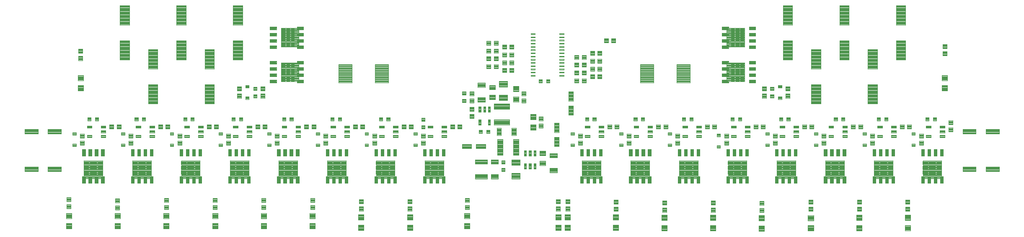
<source format=gtp>
G75*
G70*
%OFA0B0*%
%FSLAX24Y24*%
%IPPOS*%
%LPD*%
%AMOC8*
5,1,8,0,0,1.08239X$1,22.5*
%
%ADD10C,0.0038*%
%ADD11C,0.0041*%
%ADD12C,0.0041*%
%ADD13C,0.0040*%
%ADD14C,0.0040*%
%ADD15C,0.0039*%
%ADD16C,0.0039*%
%ADD17C,0.0044*%
%ADD18C,0.0044*%
%ADD19C,0.0041*%
%ADD20C,0.0010*%
%ADD21C,0.0040*%
D10*
X006862Y003260D02*
X007296Y003260D01*
X006862Y003260D02*
X006862Y003694D01*
X007296Y003694D01*
X007296Y003260D01*
X007296Y003297D02*
X006862Y003297D01*
X006862Y003334D02*
X007296Y003334D01*
X007296Y003371D02*
X006862Y003371D01*
X006862Y003408D02*
X007296Y003408D01*
X007296Y003445D02*
X006862Y003445D01*
X006862Y003482D02*
X007296Y003482D01*
X007296Y003519D02*
X006862Y003519D01*
X006862Y003556D02*
X007296Y003556D01*
X007296Y003593D02*
X006862Y003593D01*
X006862Y003630D02*
X007296Y003630D01*
X007296Y003667D02*
X006862Y003667D01*
X006862Y004086D02*
X007296Y004086D01*
X006862Y004086D02*
X006862Y004520D01*
X007296Y004520D01*
X007296Y004086D01*
X007296Y004123D02*
X006862Y004123D01*
X006862Y004160D02*
X007296Y004160D01*
X007296Y004197D02*
X006862Y004197D01*
X006862Y004234D02*
X007296Y004234D01*
X007296Y004271D02*
X006862Y004271D01*
X006862Y004308D02*
X007296Y004308D01*
X007296Y004345D02*
X006862Y004345D01*
X006862Y004382D02*
X007296Y004382D01*
X007296Y004419D02*
X006862Y004419D01*
X006862Y004456D02*
X007296Y004456D01*
X007296Y004493D02*
X006862Y004493D01*
X010737Y004086D02*
X011171Y004086D01*
X010737Y004086D02*
X010737Y004520D01*
X011171Y004520D01*
X011171Y004086D01*
X011171Y004123D02*
X010737Y004123D01*
X010737Y004160D02*
X011171Y004160D01*
X011171Y004197D02*
X010737Y004197D01*
X010737Y004234D02*
X011171Y004234D01*
X011171Y004271D02*
X010737Y004271D01*
X010737Y004308D02*
X011171Y004308D01*
X011171Y004345D02*
X010737Y004345D01*
X010737Y004382D02*
X011171Y004382D01*
X011171Y004419D02*
X010737Y004419D01*
X010737Y004456D02*
X011171Y004456D01*
X011171Y004493D02*
X010737Y004493D01*
X010737Y003260D02*
X011171Y003260D01*
X010737Y003260D02*
X010737Y003694D01*
X011171Y003694D01*
X011171Y003260D01*
X011171Y003297D02*
X010737Y003297D01*
X010737Y003334D02*
X011171Y003334D01*
X011171Y003371D02*
X010737Y003371D01*
X010737Y003408D02*
X011171Y003408D01*
X011171Y003445D02*
X010737Y003445D01*
X010737Y003482D02*
X011171Y003482D01*
X011171Y003519D02*
X010737Y003519D01*
X010737Y003556D02*
X011171Y003556D01*
X011171Y003593D02*
X010737Y003593D01*
X010737Y003630D02*
X011171Y003630D01*
X011171Y003667D02*
X010737Y003667D01*
X014609Y003260D02*
X015043Y003260D01*
X014609Y003260D02*
X014609Y003694D01*
X015043Y003694D01*
X015043Y003260D01*
X015043Y003297D02*
X014609Y003297D01*
X014609Y003334D02*
X015043Y003334D01*
X015043Y003371D02*
X014609Y003371D01*
X014609Y003408D02*
X015043Y003408D01*
X015043Y003445D02*
X014609Y003445D01*
X014609Y003482D02*
X015043Y003482D01*
X015043Y003519D02*
X014609Y003519D01*
X014609Y003556D02*
X015043Y003556D01*
X015043Y003593D02*
X014609Y003593D01*
X014609Y003630D02*
X015043Y003630D01*
X015043Y003667D02*
X014609Y003667D01*
X014609Y004086D02*
X015043Y004086D01*
X014609Y004086D02*
X014609Y004520D01*
X015043Y004520D01*
X015043Y004086D01*
X015043Y004123D02*
X014609Y004123D01*
X014609Y004160D02*
X015043Y004160D01*
X015043Y004197D02*
X014609Y004197D01*
X014609Y004234D02*
X015043Y004234D01*
X015043Y004271D02*
X014609Y004271D01*
X014609Y004308D02*
X015043Y004308D01*
X015043Y004345D02*
X014609Y004345D01*
X014609Y004382D02*
X015043Y004382D01*
X015043Y004419D02*
X014609Y004419D01*
X014609Y004456D02*
X015043Y004456D01*
X015043Y004493D02*
X014609Y004493D01*
X018484Y004086D02*
X018918Y004086D01*
X018484Y004086D02*
X018484Y004520D01*
X018918Y004520D01*
X018918Y004086D01*
X018918Y004123D02*
X018484Y004123D01*
X018484Y004160D02*
X018918Y004160D01*
X018918Y004197D02*
X018484Y004197D01*
X018484Y004234D02*
X018918Y004234D01*
X018918Y004271D02*
X018484Y004271D01*
X018484Y004308D02*
X018918Y004308D01*
X018918Y004345D02*
X018484Y004345D01*
X018484Y004382D02*
X018918Y004382D01*
X018918Y004419D02*
X018484Y004419D01*
X018484Y004456D02*
X018918Y004456D01*
X018918Y004493D02*
X018484Y004493D01*
X018484Y003260D02*
X018918Y003260D01*
X018484Y003260D02*
X018484Y003694D01*
X018918Y003694D01*
X018918Y003260D01*
X018918Y003297D02*
X018484Y003297D01*
X018484Y003334D02*
X018918Y003334D01*
X018918Y003371D02*
X018484Y003371D01*
X018484Y003408D02*
X018918Y003408D01*
X018918Y003445D02*
X018484Y003445D01*
X018484Y003482D02*
X018918Y003482D01*
X018918Y003519D02*
X018484Y003519D01*
X018484Y003556D02*
X018918Y003556D01*
X018918Y003593D02*
X018484Y003593D01*
X018484Y003630D02*
X018918Y003630D01*
X018918Y003667D02*
X018484Y003667D01*
X022359Y003257D02*
X022793Y003257D01*
X022359Y003257D02*
X022359Y003691D01*
X022793Y003691D01*
X022793Y003257D01*
X022793Y003294D02*
X022359Y003294D01*
X022359Y003331D02*
X022793Y003331D01*
X022793Y003368D02*
X022359Y003368D01*
X022359Y003405D02*
X022793Y003405D01*
X022793Y003442D02*
X022359Y003442D01*
X022359Y003479D02*
X022793Y003479D01*
X022793Y003516D02*
X022359Y003516D01*
X022359Y003553D02*
X022793Y003553D01*
X022793Y003590D02*
X022359Y003590D01*
X022359Y003627D02*
X022793Y003627D01*
X022793Y003664D02*
X022359Y003664D01*
X022359Y004084D02*
X022793Y004084D01*
X022359Y004084D02*
X022359Y004518D01*
X022793Y004518D01*
X022793Y004084D01*
X022793Y004121D02*
X022359Y004121D01*
X022359Y004158D02*
X022793Y004158D01*
X022793Y004195D02*
X022359Y004195D01*
X022359Y004232D02*
X022793Y004232D01*
X022793Y004269D02*
X022359Y004269D01*
X022359Y004306D02*
X022793Y004306D01*
X022793Y004343D02*
X022359Y004343D01*
X022359Y004380D02*
X022793Y004380D01*
X022793Y004417D02*
X022359Y004417D01*
X022359Y004454D02*
X022793Y004454D01*
X022793Y004491D02*
X022359Y004491D01*
X026234Y004084D02*
X026668Y004084D01*
X026234Y004084D02*
X026234Y004518D01*
X026668Y004518D01*
X026668Y004084D01*
X026668Y004121D02*
X026234Y004121D01*
X026234Y004158D02*
X026668Y004158D01*
X026668Y004195D02*
X026234Y004195D01*
X026234Y004232D02*
X026668Y004232D01*
X026668Y004269D02*
X026234Y004269D01*
X026234Y004306D02*
X026668Y004306D01*
X026668Y004343D02*
X026234Y004343D01*
X026234Y004380D02*
X026668Y004380D01*
X026668Y004417D02*
X026234Y004417D01*
X026234Y004454D02*
X026668Y004454D01*
X026668Y004491D02*
X026234Y004491D01*
X026234Y003257D02*
X026668Y003257D01*
X026234Y003257D02*
X026234Y003691D01*
X026668Y003691D01*
X026668Y003257D01*
X026668Y003294D02*
X026234Y003294D01*
X026234Y003331D02*
X026668Y003331D01*
X026668Y003368D02*
X026234Y003368D01*
X026234Y003405D02*
X026668Y003405D01*
X026668Y003442D02*
X026234Y003442D01*
X026234Y003479D02*
X026668Y003479D01*
X026668Y003516D02*
X026234Y003516D01*
X026234Y003553D02*
X026668Y003553D01*
X026668Y003590D02*
X026234Y003590D01*
X026234Y003627D02*
X026668Y003627D01*
X026668Y003664D02*
X026234Y003664D01*
X030109Y003135D02*
X030543Y003135D01*
X030109Y003135D02*
X030109Y003569D01*
X030543Y003569D01*
X030543Y003135D01*
X030543Y003172D02*
X030109Y003172D01*
X030109Y003209D02*
X030543Y003209D01*
X030543Y003246D02*
X030109Y003246D01*
X030109Y003283D02*
X030543Y003283D01*
X030543Y003320D02*
X030109Y003320D01*
X030109Y003357D02*
X030543Y003357D01*
X030543Y003394D02*
X030109Y003394D01*
X030109Y003431D02*
X030543Y003431D01*
X030543Y003468D02*
X030109Y003468D01*
X030109Y003505D02*
X030543Y003505D01*
X030543Y003542D02*
X030109Y003542D01*
X030109Y003961D02*
X030543Y003961D01*
X030109Y003961D02*
X030109Y004395D01*
X030543Y004395D01*
X030543Y003961D01*
X030543Y003998D02*
X030109Y003998D01*
X030109Y004035D02*
X030543Y004035D01*
X030543Y004072D02*
X030109Y004072D01*
X030109Y004109D02*
X030543Y004109D01*
X030543Y004146D02*
X030109Y004146D01*
X030109Y004183D02*
X030543Y004183D01*
X030543Y004220D02*
X030109Y004220D01*
X030109Y004257D02*
X030543Y004257D01*
X030543Y004294D02*
X030109Y004294D01*
X030109Y004331D02*
X030543Y004331D01*
X030543Y004368D02*
X030109Y004368D01*
X033984Y003961D02*
X034418Y003961D01*
X033984Y003961D02*
X033984Y004395D01*
X034418Y004395D01*
X034418Y003961D01*
X034418Y003998D02*
X033984Y003998D01*
X033984Y004035D02*
X034418Y004035D01*
X034418Y004072D02*
X033984Y004072D01*
X033984Y004109D02*
X034418Y004109D01*
X034418Y004146D02*
X033984Y004146D01*
X033984Y004183D02*
X034418Y004183D01*
X034418Y004220D02*
X033984Y004220D01*
X033984Y004257D02*
X034418Y004257D01*
X034418Y004294D02*
X033984Y004294D01*
X033984Y004331D02*
X034418Y004331D01*
X034418Y004368D02*
X033984Y004368D01*
X033984Y003135D02*
X034418Y003135D01*
X033984Y003135D02*
X033984Y003569D01*
X034418Y003569D01*
X034418Y003135D01*
X034418Y003172D02*
X033984Y003172D01*
X033984Y003209D02*
X034418Y003209D01*
X034418Y003246D02*
X033984Y003246D01*
X033984Y003283D02*
X034418Y003283D01*
X034418Y003320D02*
X033984Y003320D01*
X033984Y003357D02*
X034418Y003357D01*
X034418Y003394D02*
X033984Y003394D01*
X033984Y003431D02*
X034418Y003431D01*
X034418Y003468D02*
X033984Y003468D01*
X033984Y003505D02*
X034418Y003505D01*
X034418Y003542D02*
X033984Y003542D01*
X038548Y003260D02*
X038982Y003260D01*
X038548Y003260D02*
X038548Y003694D01*
X038982Y003694D01*
X038982Y003260D01*
X038982Y003297D02*
X038548Y003297D01*
X038548Y003334D02*
X038982Y003334D01*
X038982Y003371D02*
X038548Y003371D01*
X038548Y003408D02*
X038982Y003408D01*
X038982Y003445D02*
X038548Y003445D01*
X038548Y003482D02*
X038982Y003482D01*
X038982Y003519D02*
X038548Y003519D01*
X038548Y003556D02*
X038982Y003556D01*
X038982Y003593D02*
X038548Y003593D01*
X038548Y003630D02*
X038982Y003630D01*
X038982Y003667D02*
X038548Y003667D01*
X038548Y004086D02*
X038982Y004086D01*
X038548Y004086D02*
X038548Y004520D01*
X038982Y004520D01*
X038982Y004086D01*
X038982Y004123D02*
X038548Y004123D01*
X038548Y004160D02*
X038982Y004160D01*
X038982Y004197D02*
X038548Y004197D01*
X038548Y004234D02*
X038982Y004234D01*
X038982Y004271D02*
X038548Y004271D01*
X038548Y004308D02*
X038982Y004308D01*
X038982Y004345D02*
X038548Y004345D01*
X038548Y004382D02*
X038982Y004382D01*
X038982Y004419D02*
X038548Y004419D01*
X038548Y004456D02*
X038982Y004456D01*
X038982Y004493D02*
X038548Y004493D01*
X045798Y003961D02*
X046232Y003961D01*
X045798Y003961D02*
X045798Y004395D01*
X046232Y004395D01*
X046232Y003961D01*
X046232Y003998D02*
X045798Y003998D01*
X045798Y004035D02*
X046232Y004035D01*
X046232Y004072D02*
X045798Y004072D01*
X045798Y004109D02*
X046232Y004109D01*
X046232Y004146D02*
X045798Y004146D01*
X045798Y004183D02*
X046232Y004183D01*
X046232Y004220D02*
X045798Y004220D01*
X045798Y004257D02*
X046232Y004257D01*
X046232Y004294D02*
X045798Y004294D01*
X045798Y004331D02*
X046232Y004331D01*
X046232Y004368D02*
X045798Y004368D01*
X046548Y003961D02*
X046982Y003961D01*
X046548Y003961D02*
X046548Y004395D01*
X046982Y004395D01*
X046982Y003961D01*
X046982Y003998D02*
X046548Y003998D01*
X046548Y004035D02*
X046982Y004035D01*
X046982Y004072D02*
X046548Y004072D01*
X046548Y004109D02*
X046982Y004109D01*
X046982Y004146D02*
X046548Y004146D01*
X046548Y004183D02*
X046982Y004183D01*
X046982Y004220D02*
X046548Y004220D01*
X046548Y004257D02*
X046982Y004257D01*
X046982Y004294D02*
X046548Y004294D01*
X046548Y004331D02*
X046982Y004331D01*
X046982Y004368D02*
X046548Y004368D01*
X046548Y003135D02*
X046982Y003135D01*
X046548Y003135D02*
X046548Y003569D01*
X046982Y003569D01*
X046982Y003135D01*
X046982Y003172D02*
X046548Y003172D01*
X046548Y003209D02*
X046982Y003209D01*
X046982Y003246D02*
X046548Y003246D01*
X046548Y003283D02*
X046982Y003283D01*
X046982Y003320D02*
X046548Y003320D01*
X046548Y003357D02*
X046982Y003357D01*
X046982Y003394D02*
X046548Y003394D01*
X046548Y003431D02*
X046982Y003431D01*
X046982Y003468D02*
X046548Y003468D01*
X046548Y003505D02*
X046982Y003505D01*
X046982Y003542D02*
X046548Y003542D01*
X046232Y003135D02*
X045798Y003135D01*
X045798Y003569D01*
X046232Y003569D01*
X046232Y003135D01*
X046232Y003172D02*
X045798Y003172D01*
X045798Y003209D02*
X046232Y003209D01*
X046232Y003246D02*
X045798Y003246D01*
X045798Y003283D02*
X046232Y003283D01*
X046232Y003320D02*
X045798Y003320D01*
X045798Y003357D02*
X046232Y003357D01*
X046232Y003394D02*
X045798Y003394D01*
X045798Y003431D02*
X046232Y003431D01*
X046232Y003468D02*
X045798Y003468D01*
X045798Y003505D02*
X046232Y003505D01*
X046232Y003542D02*
X045798Y003542D01*
X050359Y003137D02*
X050793Y003137D01*
X050359Y003137D02*
X050359Y003571D01*
X050793Y003571D01*
X050793Y003137D01*
X050793Y003174D02*
X050359Y003174D01*
X050359Y003211D02*
X050793Y003211D01*
X050793Y003248D02*
X050359Y003248D01*
X050359Y003285D02*
X050793Y003285D01*
X050793Y003322D02*
X050359Y003322D01*
X050359Y003359D02*
X050793Y003359D01*
X050793Y003396D02*
X050359Y003396D01*
X050359Y003433D02*
X050793Y003433D01*
X050793Y003470D02*
X050359Y003470D01*
X050359Y003507D02*
X050793Y003507D01*
X050793Y003544D02*
X050359Y003544D01*
X050359Y003964D02*
X050793Y003964D01*
X050359Y003964D02*
X050359Y004398D01*
X050793Y004398D01*
X050793Y003964D01*
X050793Y004001D02*
X050359Y004001D01*
X050359Y004038D02*
X050793Y004038D01*
X050793Y004075D02*
X050359Y004075D01*
X050359Y004112D02*
X050793Y004112D01*
X050793Y004149D02*
X050359Y004149D01*
X050359Y004186D02*
X050793Y004186D01*
X050793Y004223D02*
X050359Y004223D01*
X050359Y004260D02*
X050793Y004260D01*
X050793Y004297D02*
X050359Y004297D01*
X050359Y004334D02*
X050793Y004334D01*
X050793Y004371D02*
X050359Y004371D01*
X054244Y003936D02*
X054678Y003936D01*
X054244Y003936D02*
X054244Y004370D01*
X054678Y004370D01*
X054678Y003936D01*
X054678Y003973D02*
X054244Y003973D01*
X054244Y004010D02*
X054678Y004010D01*
X054678Y004047D02*
X054244Y004047D01*
X054244Y004084D02*
X054678Y004084D01*
X054678Y004121D02*
X054244Y004121D01*
X054244Y004158D02*
X054678Y004158D01*
X054678Y004195D02*
X054244Y004195D01*
X054244Y004232D02*
X054678Y004232D01*
X054678Y004269D02*
X054244Y004269D01*
X054244Y004306D02*
X054678Y004306D01*
X054678Y004343D02*
X054244Y004343D01*
X054244Y003110D02*
X054678Y003110D01*
X054244Y003110D02*
X054244Y003544D01*
X054678Y003544D01*
X054678Y003110D01*
X054678Y003147D02*
X054244Y003147D01*
X054244Y003184D02*
X054678Y003184D01*
X054678Y003221D02*
X054244Y003221D01*
X054244Y003258D02*
X054678Y003258D01*
X054678Y003295D02*
X054244Y003295D01*
X054244Y003332D02*
X054678Y003332D01*
X054678Y003369D02*
X054244Y003369D01*
X054244Y003406D02*
X054678Y003406D01*
X054678Y003443D02*
X054244Y003443D01*
X054244Y003480D02*
X054678Y003480D01*
X054678Y003517D02*
X054244Y003517D01*
X058103Y003110D02*
X058537Y003110D01*
X058103Y003110D02*
X058103Y003544D01*
X058537Y003544D01*
X058537Y003110D01*
X058537Y003147D02*
X058103Y003147D01*
X058103Y003184D02*
X058537Y003184D01*
X058537Y003221D02*
X058103Y003221D01*
X058103Y003258D02*
X058537Y003258D01*
X058537Y003295D02*
X058103Y003295D01*
X058103Y003332D02*
X058537Y003332D01*
X058537Y003369D02*
X058103Y003369D01*
X058103Y003406D02*
X058537Y003406D01*
X058537Y003443D02*
X058103Y003443D01*
X058103Y003480D02*
X058537Y003480D01*
X058537Y003517D02*
X058103Y003517D01*
X058103Y003936D02*
X058537Y003936D01*
X058103Y003936D02*
X058103Y004370D01*
X058537Y004370D01*
X058537Y003936D01*
X058537Y003973D02*
X058103Y003973D01*
X058103Y004010D02*
X058537Y004010D01*
X058537Y004047D02*
X058103Y004047D01*
X058103Y004084D02*
X058537Y004084D01*
X058537Y004121D02*
X058103Y004121D01*
X058103Y004158D02*
X058537Y004158D01*
X058537Y004195D02*
X058103Y004195D01*
X058103Y004232D02*
X058537Y004232D01*
X058537Y004269D02*
X058103Y004269D01*
X058103Y004306D02*
X058537Y004306D01*
X058537Y004343D02*
X058103Y004343D01*
X061962Y003901D02*
X062396Y003901D01*
X061962Y003901D02*
X061962Y004335D01*
X062396Y004335D01*
X062396Y003901D01*
X062396Y003938D02*
X061962Y003938D01*
X061962Y003975D02*
X062396Y003975D01*
X062396Y004012D02*
X061962Y004012D01*
X061962Y004049D02*
X062396Y004049D01*
X062396Y004086D02*
X061962Y004086D01*
X061962Y004123D02*
X062396Y004123D01*
X062396Y004160D02*
X061962Y004160D01*
X061962Y004197D02*
X062396Y004197D01*
X062396Y004234D02*
X061962Y004234D01*
X061962Y004271D02*
X062396Y004271D01*
X062396Y004308D02*
X061962Y004308D01*
X061962Y003075D02*
X062396Y003075D01*
X061962Y003075D02*
X061962Y003509D01*
X062396Y003509D01*
X062396Y003075D01*
X062396Y003112D02*
X061962Y003112D01*
X061962Y003149D02*
X062396Y003149D01*
X062396Y003186D02*
X061962Y003186D01*
X061962Y003223D02*
X062396Y003223D01*
X062396Y003260D02*
X061962Y003260D01*
X061962Y003297D02*
X062396Y003297D01*
X062396Y003334D02*
X061962Y003334D01*
X061962Y003371D02*
X062396Y003371D01*
X062396Y003408D02*
X061962Y003408D01*
X061962Y003445D02*
X062396Y003445D01*
X062396Y003482D02*
X061962Y003482D01*
X065882Y003090D02*
X066316Y003090D01*
X065882Y003090D02*
X065882Y003524D01*
X066316Y003524D01*
X066316Y003090D01*
X066316Y003127D02*
X065882Y003127D01*
X065882Y003164D02*
X066316Y003164D01*
X066316Y003201D02*
X065882Y003201D01*
X065882Y003238D02*
X066316Y003238D01*
X066316Y003275D02*
X065882Y003275D01*
X065882Y003312D02*
X066316Y003312D01*
X066316Y003349D02*
X065882Y003349D01*
X065882Y003386D02*
X066316Y003386D01*
X066316Y003423D02*
X065882Y003423D01*
X065882Y003460D02*
X066316Y003460D01*
X066316Y003497D02*
X065882Y003497D01*
X065882Y003916D02*
X066316Y003916D01*
X065882Y003916D02*
X065882Y004350D01*
X066316Y004350D01*
X066316Y003916D01*
X066316Y003953D02*
X065882Y003953D01*
X065882Y003990D02*
X066316Y003990D01*
X066316Y004027D02*
X065882Y004027D01*
X065882Y004064D02*
X066316Y004064D01*
X066316Y004101D02*
X065882Y004101D01*
X065882Y004138D02*
X066316Y004138D01*
X066316Y004175D02*
X065882Y004175D01*
X065882Y004212D02*
X066316Y004212D01*
X066316Y004249D02*
X065882Y004249D01*
X065882Y004286D02*
X066316Y004286D01*
X066316Y004323D02*
X065882Y004323D01*
X069741Y003931D02*
X070175Y003931D01*
X069741Y003931D02*
X069741Y004365D01*
X070175Y004365D01*
X070175Y003931D01*
X070175Y003968D02*
X069741Y003968D01*
X069741Y004005D02*
X070175Y004005D01*
X070175Y004042D02*
X069741Y004042D01*
X069741Y004079D02*
X070175Y004079D01*
X070175Y004116D02*
X069741Y004116D01*
X069741Y004153D02*
X070175Y004153D01*
X070175Y004190D02*
X069741Y004190D01*
X069741Y004227D02*
X070175Y004227D01*
X070175Y004264D02*
X069741Y004264D01*
X069741Y004301D02*
X070175Y004301D01*
X070175Y004338D02*
X069741Y004338D01*
X069741Y003105D02*
X070175Y003105D01*
X069741Y003105D02*
X069741Y003539D01*
X070175Y003539D01*
X070175Y003105D01*
X070175Y003142D02*
X069741Y003142D01*
X069741Y003179D02*
X070175Y003179D01*
X070175Y003216D02*
X069741Y003216D01*
X069741Y003253D02*
X070175Y003253D01*
X070175Y003290D02*
X069741Y003290D01*
X069741Y003327D02*
X070175Y003327D01*
X070175Y003364D02*
X069741Y003364D01*
X069741Y003401D02*
X070175Y003401D01*
X070175Y003438D02*
X069741Y003438D01*
X069741Y003475D02*
X070175Y003475D01*
X070175Y003512D02*
X069741Y003512D01*
X073599Y003120D02*
X074033Y003120D01*
X073599Y003120D02*
X073599Y003554D01*
X074033Y003554D01*
X074033Y003120D01*
X074033Y003157D02*
X073599Y003157D01*
X073599Y003194D02*
X074033Y003194D01*
X074033Y003231D02*
X073599Y003231D01*
X073599Y003268D02*
X074033Y003268D01*
X074033Y003305D02*
X073599Y003305D01*
X073599Y003342D02*
X074033Y003342D01*
X074033Y003379D02*
X073599Y003379D01*
X073599Y003416D02*
X074033Y003416D01*
X074033Y003453D02*
X073599Y003453D01*
X073599Y003490D02*
X074033Y003490D01*
X074033Y003527D02*
X073599Y003527D01*
X073599Y003946D02*
X074033Y003946D01*
X073599Y003946D02*
X073599Y004380D01*
X074033Y004380D01*
X074033Y003946D01*
X074033Y003983D02*
X073599Y003983D01*
X073599Y004020D02*
X074033Y004020D01*
X074033Y004057D02*
X073599Y004057D01*
X073599Y004094D02*
X074033Y004094D01*
X074033Y004131D02*
X073599Y004131D01*
X073599Y004168D02*
X074033Y004168D01*
X074033Y004205D02*
X073599Y004205D01*
X073599Y004242D02*
X074033Y004242D01*
X074033Y004279D02*
X073599Y004279D01*
X073599Y004316D02*
X074033Y004316D01*
X074033Y004353D02*
X073599Y004353D01*
X044232Y011569D02*
X043798Y011569D01*
X044232Y011569D02*
X044232Y011135D01*
X043798Y011135D01*
X043798Y011569D01*
X043798Y011172D02*
X044232Y011172D01*
X044232Y011209D02*
X043798Y011209D01*
X043798Y011246D02*
X044232Y011246D01*
X044232Y011283D02*
X043798Y011283D01*
X043798Y011320D02*
X044232Y011320D01*
X044232Y011357D02*
X043798Y011357D01*
X043798Y011394D02*
X044232Y011394D01*
X044232Y011431D02*
X043798Y011431D01*
X043798Y011468D02*
X044232Y011468D01*
X044232Y011505D02*
X043798Y011505D01*
X043798Y011542D02*
X044232Y011542D01*
X044232Y012395D02*
X043798Y012395D01*
X044232Y012395D02*
X044232Y011961D01*
X043798Y011961D01*
X043798Y012395D01*
X043798Y011998D02*
X044232Y011998D01*
X044232Y012035D02*
X043798Y012035D01*
X043798Y012072D02*
X044232Y012072D01*
X044232Y012109D02*
X043798Y012109D01*
X043798Y012146D02*
X044232Y012146D01*
X044232Y012183D02*
X043798Y012183D01*
X043798Y012220D02*
X044232Y012220D01*
X044232Y012257D02*
X043798Y012257D01*
X043798Y012294D02*
X044232Y012294D01*
X044232Y012331D02*
X043798Y012331D01*
X043798Y012368D02*
X044232Y012368D01*
X040885Y011987D02*
X040885Y011553D01*
X040885Y011987D02*
X042145Y011987D01*
X042145Y011553D01*
X040885Y011553D01*
X040885Y011590D02*
X042145Y011590D01*
X042145Y011627D02*
X040885Y011627D01*
X040885Y011664D02*
X042145Y011664D01*
X042145Y011701D02*
X040885Y011701D01*
X040885Y011738D02*
X042145Y011738D01*
X042145Y011775D02*
X040885Y011775D01*
X040885Y011812D02*
X042145Y011812D01*
X042145Y011849D02*
X040885Y011849D01*
X040885Y011886D02*
X042145Y011886D01*
X042145Y011923D02*
X040885Y011923D01*
X040885Y011960D02*
X042145Y011960D01*
X040885Y012793D02*
X040885Y013227D01*
X042145Y013227D01*
X042145Y012793D01*
X040885Y012793D01*
X040885Y012830D02*
X042145Y012830D01*
X042145Y012867D02*
X040885Y012867D01*
X040885Y012904D02*
X042145Y012904D01*
X042145Y012941D02*
X040885Y012941D01*
X040885Y012978D02*
X042145Y012978D01*
X042145Y013015D02*
X040885Y013015D01*
X040885Y013052D02*
X042145Y013052D01*
X042145Y013089D02*
X040885Y013089D01*
X040885Y013126D02*
X042145Y013126D01*
X042145Y013163D02*
X040885Y013163D01*
X040885Y013200D02*
X042145Y013200D01*
X042423Y013819D02*
X042857Y013819D01*
X042857Y013385D01*
X042423Y013385D01*
X042423Y013819D01*
X042423Y013422D02*
X042857Y013422D01*
X042857Y013459D02*
X042423Y013459D01*
X042423Y013496D02*
X042857Y013496D01*
X042857Y013533D02*
X042423Y013533D01*
X042423Y013570D02*
X042857Y013570D01*
X042857Y013607D02*
X042423Y013607D01*
X042423Y013644D02*
X042857Y013644D01*
X042857Y013681D02*
X042423Y013681D01*
X042423Y013718D02*
X042857Y013718D01*
X042857Y013755D02*
X042423Y013755D01*
X042423Y013792D02*
X042857Y013792D01*
X042857Y014645D02*
X042423Y014645D01*
X042857Y014645D02*
X042857Y014211D01*
X042423Y014211D01*
X042423Y014645D01*
X042423Y014248D02*
X042857Y014248D01*
X042857Y014285D02*
X042423Y014285D01*
X042423Y014322D02*
X042857Y014322D01*
X042857Y014359D02*
X042423Y014359D01*
X042423Y014396D02*
X042857Y014396D01*
X042857Y014433D02*
X042423Y014433D01*
X042423Y014470D02*
X042857Y014470D01*
X042857Y014507D02*
X042423Y014507D01*
X042423Y014544D02*
X042857Y014544D01*
X042857Y014581D02*
X042423Y014581D01*
X042423Y014618D02*
X042857Y014618D01*
X042852Y009135D02*
X042418Y009135D01*
X042418Y010395D01*
X042852Y010395D01*
X042852Y009135D01*
X042852Y009172D02*
X042418Y009172D01*
X042418Y009209D02*
X042852Y009209D01*
X042852Y009246D02*
X042418Y009246D01*
X042418Y009283D02*
X042852Y009283D01*
X042852Y009320D02*
X042418Y009320D01*
X042418Y009357D02*
X042852Y009357D01*
X042852Y009394D02*
X042418Y009394D01*
X042418Y009431D02*
X042852Y009431D01*
X042852Y009468D02*
X042418Y009468D01*
X042418Y009505D02*
X042852Y009505D01*
X042852Y009542D02*
X042418Y009542D01*
X042418Y009579D02*
X042852Y009579D01*
X042852Y009616D02*
X042418Y009616D01*
X042418Y009653D02*
X042852Y009653D01*
X042852Y009690D02*
X042418Y009690D01*
X042418Y009727D02*
X042852Y009727D01*
X042852Y009764D02*
X042418Y009764D01*
X042418Y009801D02*
X042852Y009801D01*
X042852Y009838D02*
X042418Y009838D01*
X042418Y009875D02*
X042852Y009875D01*
X042852Y009912D02*
X042418Y009912D01*
X042418Y009949D02*
X042852Y009949D01*
X042852Y009986D02*
X042418Y009986D01*
X042418Y010023D02*
X042852Y010023D01*
X042852Y010060D02*
X042418Y010060D01*
X042418Y010097D02*
X042852Y010097D01*
X042852Y010134D02*
X042418Y010134D01*
X042418Y010171D02*
X042852Y010171D01*
X042852Y010208D02*
X042418Y010208D01*
X042418Y010245D02*
X042852Y010245D01*
X042852Y010282D02*
X042418Y010282D01*
X042418Y010319D02*
X042852Y010319D01*
X042852Y010356D02*
X042418Y010356D01*
X042418Y010393D02*
X042852Y010393D01*
X041612Y009135D02*
X041178Y009135D01*
X041178Y010395D01*
X041612Y010395D01*
X041612Y009135D01*
X041612Y009172D02*
X041178Y009172D01*
X041178Y009209D02*
X041612Y009209D01*
X041612Y009246D02*
X041178Y009246D01*
X041178Y009283D02*
X041612Y009283D01*
X041612Y009320D02*
X041178Y009320D01*
X041178Y009357D02*
X041612Y009357D01*
X041612Y009394D02*
X041178Y009394D01*
X041178Y009431D02*
X041612Y009431D01*
X041612Y009468D02*
X041178Y009468D01*
X041178Y009505D02*
X041612Y009505D01*
X041612Y009542D02*
X041178Y009542D01*
X041178Y009579D02*
X041612Y009579D01*
X041612Y009616D02*
X041178Y009616D01*
X041178Y009653D02*
X041612Y009653D01*
X041612Y009690D02*
X041178Y009690D01*
X041178Y009727D02*
X041612Y009727D01*
X041612Y009764D02*
X041178Y009764D01*
X041178Y009801D02*
X041612Y009801D01*
X041612Y009838D02*
X041178Y009838D01*
X041178Y009875D02*
X041612Y009875D01*
X041612Y009912D02*
X041178Y009912D01*
X041178Y009949D02*
X041612Y009949D01*
X041612Y009986D02*
X041178Y009986D01*
X041178Y010023D02*
X041612Y010023D01*
X041612Y010060D02*
X041178Y010060D01*
X041178Y010097D02*
X041612Y010097D01*
X041612Y010134D02*
X041178Y010134D01*
X041178Y010171D02*
X041612Y010171D01*
X041612Y010208D02*
X041178Y010208D01*
X041178Y010245D02*
X041612Y010245D01*
X041612Y010282D02*
X041178Y010282D01*
X041178Y010319D02*
X041612Y010319D01*
X041612Y010356D02*
X041178Y010356D01*
X041178Y010393D02*
X041612Y010393D01*
X008232Y014260D02*
X007798Y014260D01*
X007798Y014694D01*
X008232Y014694D01*
X008232Y014260D01*
X008232Y014297D02*
X007798Y014297D01*
X007798Y014334D02*
X008232Y014334D01*
X008232Y014371D02*
X007798Y014371D01*
X007798Y014408D02*
X008232Y014408D01*
X008232Y014445D02*
X007798Y014445D01*
X007798Y014482D02*
X008232Y014482D01*
X008232Y014519D02*
X007798Y014519D01*
X007798Y014556D02*
X008232Y014556D01*
X008232Y014593D02*
X007798Y014593D01*
X007798Y014630D02*
X008232Y014630D01*
X008232Y014667D02*
X007798Y014667D01*
X007798Y015086D02*
X008232Y015086D01*
X007798Y015086D02*
X007798Y015520D01*
X008232Y015520D01*
X008232Y015086D01*
X008232Y015123D02*
X007798Y015123D01*
X007798Y015160D02*
X008232Y015160D01*
X008232Y015197D02*
X007798Y015197D01*
X007798Y015234D02*
X008232Y015234D01*
X008232Y015271D02*
X007798Y015271D01*
X007798Y015308D02*
X008232Y015308D01*
X008232Y015345D02*
X007798Y015345D01*
X007798Y015382D02*
X008232Y015382D01*
X008232Y015419D02*
X007798Y015419D01*
X007798Y015456D02*
X008232Y015456D01*
X008232Y015493D02*
X007798Y015493D01*
X076548Y015086D02*
X076982Y015086D01*
X076548Y015086D02*
X076548Y015520D01*
X076982Y015520D01*
X076982Y015086D01*
X076982Y015123D02*
X076548Y015123D01*
X076548Y015160D02*
X076982Y015160D01*
X076982Y015197D02*
X076548Y015197D01*
X076548Y015234D02*
X076982Y015234D01*
X076982Y015271D02*
X076548Y015271D01*
X076548Y015308D02*
X076982Y015308D01*
X076982Y015345D02*
X076548Y015345D01*
X076548Y015382D02*
X076982Y015382D01*
X076982Y015419D02*
X076548Y015419D01*
X076548Y015456D02*
X076982Y015456D01*
X076982Y015493D02*
X076548Y015493D01*
X076548Y014260D02*
X076982Y014260D01*
X076548Y014260D02*
X076548Y014694D01*
X076982Y014694D01*
X076982Y014260D01*
X076982Y014297D02*
X076548Y014297D01*
X076548Y014334D02*
X076982Y014334D01*
X076982Y014371D02*
X076548Y014371D01*
X076548Y014408D02*
X076982Y014408D01*
X076982Y014445D02*
X076548Y014445D01*
X076548Y014482D02*
X076982Y014482D01*
X076982Y014519D02*
X076548Y014519D01*
X076548Y014556D02*
X076982Y014556D01*
X076982Y014593D02*
X076548Y014593D01*
X076548Y014630D02*
X076982Y014630D01*
X076982Y014667D02*
X076548Y014667D01*
D11*
X076598Y017063D02*
X076598Y017397D01*
X076932Y017397D01*
X076932Y017063D01*
X076598Y017063D01*
X076598Y017103D02*
X076932Y017103D01*
X076932Y017143D02*
X076598Y017143D01*
X076598Y017183D02*
X076932Y017183D01*
X076932Y017223D02*
X076598Y017223D01*
X076598Y017263D02*
X076932Y017263D01*
X076932Y017303D02*
X076598Y017303D01*
X076598Y017343D02*
X076932Y017343D01*
X076932Y017383D02*
X076598Y017383D01*
X076598Y017633D02*
X076598Y017967D01*
X076932Y017967D01*
X076932Y017633D01*
X076598Y017633D01*
X076598Y017673D02*
X076932Y017673D01*
X076932Y017713D02*
X076598Y017713D01*
X076598Y017753D02*
X076932Y017753D01*
X076932Y017793D02*
X076598Y017793D01*
X076598Y017833D02*
X076932Y017833D01*
X076932Y017873D02*
X076598Y017873D01*
X076598Y017913D02*
X076932Y017913D01*
X076932Y017953D02*
X076598Y017953D01*
X064098Y014592D02*
X064098Y014258D01*
X064098Y014592D02*
X064432Y014592D01*
X064432Y014258D01*
X064098Y014258D01*
X064098Y014298D02*
X064432Y014298D01*
X064432Y014338D02*
X064098Y014338D01*
X064098Y014378D02*
X064432Y014378D01*
X064432Y014418D02*
X064098Y014418D01*
X064098Y014458D02*
X064432Y014458D01*
X064432Y014498D02*
X064098Y014498D01*
X064098Y014538D02*
X064432Y014538D01*
X064432Y014578D02*
X064098Y014578D01*
X062223Y014592D02*
X062223Y014258D01*
X062223Y014592D02*
X062557Y014592D01*
X062557Y014258D01*
X062223Y014258D01*
X062223Y014298D02*
X062557Y014298D01*
X062557Y014338D02*
X062223Y014338D01*
X062223Y014378D02*
X062557Y014378D01*
X062557Y014418D02*
X062223Y014418D01*
X062223Y014458D02*
X062557Y014458D01*
X062557Y014498D02*
X062223Y014498D01*
X062223Y014538D02*
X062557Y014538D01*
X062557Y014578D02*
X062223Y014578D01*
X062223Y014022D02*
X062223Y013688D01*
X062223Y014022D02*
X062557Y014022D01*
X062557Y013688D01*
X062223Y013688D01*
X062223Y013728D02*
X062557Y013728D01*
X062557Y013768D02*
X062223Y013768D01*
X062223Y013808D02*
X062557Y013808D01*
X062557Y013848D02*
X062223Y013848D01*
X062223Y013888D02*
X062557Y013888D01*
X062557Y013928D02*
X062223Y013928D01*
X062223Y013968D02*
X062557Y013968D01*
X062557Y014008D02*
X062223Y014008D01*
X064098Y014022D02*
X064098Y013688D01*
X064098Y014022D02*
X064432Y014022D01*
X064432Y013688D01*
X064098Y013688D01*
X064098Y013728D02*
X064432Y013728D01*
X064432Y013768D02*
X064098Y013768D01*
X064098Y013808D02*
X064432Y013808D01*
X064432Y013848D02*
X064098Y013848D01*
X064098Y013888D02*
X064432Y013888D01*
X064432Y013928D02*
X064098Y013928D01*
X064098Y013968D02*
X064432Y013968D01*
X064432Y014008D02*
X064098Y014008D01*
X065438Y011570D02*
X065772Y011570D01*
X065772Y011236D01*
X065438Y011236D01*
X065438Y011570D01*
X065438Y011276D02*
X065772Y011276D01*
X065772Y011316D02*
X065438Y011316D01*
X065438Y011356D02*
X065772Y011356D01*
X065772Y011396D02*
X065438Y011396D01*
X065438Y011436D02*
X065772Y011436D01*
X065772Y011476D02*
X065438Y011476D01*
X065438Y011516D02*
X065772Y011516D01*
X065772Y011556D02*
X065438Y011556D01*
X066008Y011570D02*
X066342Y011570D01*
X066342Y011236D01*
X066008Y011236D01*
X066008Y011570D01*
X066008Y011276D02*
X066342Y011276D01*
X066342Y011316D02*
X066008Y011316D01*
X066008Y011356D02*
X066342Y011356D01*
X066342Y011396D02*
X066008Y011396D01*
X066008Y011436D02*
X066342Y011436D01*
X066342Y011476D02*
X066008Y011476D01*
X066008Y011516D02*
X066342Y011516D01*
X066342Y011556D02*
X066008Y011556D01*
X066973Y010842D02*
X066973Y010508D01*
X066973Y010842D02*
X067307Y010842D01*
X067307Y010508D01*
X066973Y010508D01*
X066973Y010548D02*
X067307Y010548D01*
X067307Y010588D02*
X066973Y010588D01*
X066973Y010628D02*
X067307Y010628D01*
X067307Y010668D02*
X066973Y010668D01*
X066973Y010708D02*
X067307Y010708D01*
X067307Y010748D02*
X066973Y010748D01*
X066973Y010788D02*
X067307Y010788D01*
X067307Y010828D02*
X066973Y010828D01*
X066973Y010272D02*
X066973Y009938D01*
X066973Y010272D02*
X067307Y010272D01*
X067307Y009938D01*
X066973Y009938D01*
X066973Y009978D02*
X067307Y009978D01*
X067307Y010018D02*
X066973Y010018D01*
X066973Y010058D02*
X067307Y010058D01*
X067307Y010098D02*
X066973Y010098D01*
X066973Y010138D02*
X067307Y010138D01*
X067307Y010178D02*
X066973Y010178D01*
X066973Y010218D02*
X067307Y010218D01*
X067307Y010258D02*
X066973Y010258D01*
X069313Y011570D02*
X069647Y011570D01*
X069647Y011236D01*
X069313Y011236D01*
X069313Y011570D01*
X069313Y011276D02*
X069647Y011276D01*
X069647Y011316D02*
X069313Y011316D01*
X069313Y011356D02*
X069647Y011356D01*
X069647Y011396D02*
X069313Y011396D01*
X069313Y011436D02*
X069647Y011436D01*
X069647Y011476D02*
X069313Y011476D01*
X069313Y011516D02*
X069647Y011516D01*
X069647Y011556D02*
X069313Y011556D01*
X069883Y011570D02*
X070217Y011570D01*
X070217Y011236D01*
X069883Y011236D01*
X069883Y011570D01*
X069883Y011276D02*
X070217Y011276D01*
X070217Y011316D02*
X069883Y011316D01*
X069883Y011356D02*
X070217Y011356D01*
X070217Y011396D02*
X069883Y011396D01*
X069883Y011436D02*
X070217Y011436D01*
X070217Y011476D02*
X069883Y011476D01*
X069883Y011516D02*
X070217Y011516D01*
X070217Y011556D02*
X069883Y011556D01*
X070848Y010842D02*
X070848Y010508D01*
X070848Y010842D02*
X071182Y010842D01*
X071182Y010508D01*
X070848Y010508D01*
X070848Y010548D02*
X071182Y010548D01*
X071182Y010588D02*
X070848Y010588D01*
X070848Y010628D02*
X071182Y010628D01*
X071182Y010668D02*
X070848Y010668D01*
X070848Y010708D02*
X071182Y010708D01*
X071182Y010748D02*
X070848Y010748D01*
X070848Y010788D02*
X071182Y010788D01*
X071182Y010828D02*
X070848Y010828D01*
X070848Y010272D02*
X070848Y009938D01*
X070848Y010272D02*
X071182Y010272D01*
X071182Y009938D01*
X070848Y009938D01*
X070848Y009978D02*
X071182Y009978D01*
X071182Y010018D02*
X070848Y010018D01*
X070848Y010058D02*
X071182Y010058D01*
X071182Y010098D02*
X070848Y010098D01*
X070848Y010138D02*
X071182Y010138D01*
X071182Y010178D02*
X070848Y010178D01*
X070848Y010218D02*
X071182Y010218D01*
X071182Y010258D02*
X070848Y010258D01*
X073188Y011570D02*
X073522Y011570D01*
X073522Y011236D01*
X073188Y011236D01*
X073188Y011570D01*
X073188Y011276D02*
X073522Y011276D01*
X073522Y011316D02*
X073188Y011316D01*
X073188Y011356D02*
X073522Y011356D01*
X073522Y011396D02*
X073188Y011396D01*
X073188Y011436D02*
X073522Y011436D01*
X073522Y011476D02*
X073188Y011476D01*
X073188Y011516D02*
X073522Y011516D01*
X073522Y011556D02*
X073188Y011556D01*
X073758Y011570D02*
X074092Y011570D01*
X074092Y011236D01*
X073758Y011236D01*
X073758Y011570D01*
X073758Y011276D02*
X074092Y011276D01*
X074092Y011316D02*
X073758Y011316D01*
X073758Y011356D02*
X074092Y011356D01*
X074092Y011396D02*
X073758Y011396D01*
X073758Y011436D02*
X074092Y011436D01*
X074092Y011476D02*
X073758Y011476D01*
X073758Y011516D02*
X074092Y011516D01*
X074092Y011556D02*
X073758Y011556D01*
X074723Y010842D02*
X074723Y010508D01*
X074723Y010842D02*
X075057Y010842D01*
X075057Y010508D01*
X074723Y010508D01*
X074723Y010548D02*
X075057Y010548D01*
X075057Y010588D02*
X074723Y010588D01*
X074723Y010628D02*
X075057Y010628D01*
X075057Y010668D02*
X074723Y010668D01*
X074723Y010708D02*
X075057Y010708D01*
X075057Y010748D02*
X074723Y010748D01*
X074723Y010788D02*
X075057Y010788D01*
X075057Y010828D02*
X074723Y010828D01*
X074723Y010272D02*
X074723Y009938D01*
X074723Y010272D02*
X075057Y010272D01*
X075057Y009938D01*
X074723Y009938D01*
X074723Y009978D02*
X075057Y009978D01*
X075057Y010018D02*
X074723Y010018D01*
X074723Y010058D02*
X075057Y010058D01*
X075057Y010098D02*
X074723Y010098D01*
X074723Y010138D02*
X075057Y010138D01*
X075057Y010178D02*
X074723Y010178D01*
X074723Y010218D02*
X075057Y010218D01*
X075057Y010258D02*
X074723Y010258D01*
X077413Y011003D02*
X077413Y011337D01*
X077413Y011003D02*
X077079Y011003D01*
X077079Y011337D01*
X077413Y011337D01*
X077413Y011043D02*
X077079Y011043D01*
X077079Y011083D02*
X077413Y011083D01*
X077413Y011123D02*
X077079Y011123D01*
X077079Y011163D02*
X077413Y011163D01*
X077413Y011203D02*
X077079Y011203D01*
X077079Y011243D02*
X077413Y011243D01*
X077413Y011283D02*
X077079Y011283D01*
X077079Y011323D02*
X077413Y011323D01*
X077413Y011573D02*
X077413Y011907D01*
X077413Y011573D02*
X077079Y011573D01*
X077079Y011907D01*
X077413Y011907D01*
X077413Y011613D02*
X077079Y011613D01*
X077079Y011653D02*
X077413Y011653D01*
X077413Y011693D02*
X077079Y011693D01*
X077079Y011733D02*
X077413Y011733D01*
X077413Y011773D02*
X077079Y011773D01*
X077079Y011813D02*
X077413Y011813D01*
X077413Y011853D02*
X077079Y011853D01*
X077079Y011893D02*
X077413Y011893D01*
X063098Y010842D02*
X063098Y010508D01*
X063098Y010842D02*
X063432Y010842D01*
X063432Y010508D01*
X063098Y010508D01*
X063098Y010548D02*
X063432Y010548D01*
X063432Y010588D02*
X063098Y010588D01*
X063098Y010628D02*
X063432Y010628D01*
X063432Y010668D02*
X063098Y010668D01*
X063098Y010708D02*
X063432Y010708D01*
X063432Y010748D02*
X063098Y010748D01*
X063098Y010788D02*
X063432Y010788D01*
X063432Y010828D02*
X063098Y010828D01*
X062467Y011570D02*
X062133Y011570D01*
X062467Y011570D02*
X062467Y011236D01*
X062133Y011236D01*
X062133Y011570D01*
X062133Y011276D02*
X062467Y011276D01*
X062467Y011316D02*
X062133Y011316D01*
X062133Y011356D02*
X062467Y011356D01*
X062467Y011396D02*
X062133Y011396D01*
X062133Y011436D02*
X062467Y011436D01*
X062467Y011476D02*
X062133Y011476D01*
X062133Y011516D02*
X062467Y011516D01*
X062467Y011556D02*
X062133Y011556D01*
X061897Y011570D02*
X061563Y011570D01*
X061897Y011570D02*
X061897Y011236D01*
X061563Y011236D01*
X061563Y011570D01*
X061563Y011276D02*
X061897Y011276D01*
X061897Y011316D02*
X061563Y011316D01*
X061563Y011356D02*
X061897Y011356D01*
X061897Y011396D02*
X061563Y011396D01*
X061563Y011436D02*
X061897Y011436D01*
X061897Y011476D02*
X061563Y011476D01*
X061563Y011516D02*
X061897Y011516D01*
X061897Y011556D02*
X061563Y011556D01*
X058592Y011570D02*
X058258Y011570D01*
X058592Y011570D02*
X058592Y011236D01*
X058258Y011236D01*
X058258Y011570D01*
X058258Y011276D02*
X058592Y011276D01*
X058592Y011316D02*
X058258Y011316D01*
X058258Y011356D02*
X058592Y011356D01*
X058592Y011396D02*
X058258Y011396D01*
X058258Y011436D02*
X058592Y011436D01*
X058592Y011476D02*
X058258Y011476D01*
X058258Y011516D02*
X058592Y011516D01*
X058592Y011556D02*
X058258Y011556D01*
X058022Y011570D02*
X057688Y011570D01*
X058022Y011570D02*
X058022Y011236D01*
X057688Y011236D01*
X057688Y011570D01*
X057688Y011276D02*
X058022Y011276D01*
X058022Y011316D02*
X057688Y011316D01*
X057688Y011356D02*
X058022Y011356D01*
X058022Y011396D02*
X057688Y011396D01*
X057688Y011436D02*
X058022Y011436D01*
X058022Y011476D02*
X057688Y011476D01*
X057688Y011516D02*
X058022Y011516D01*
X058022Y011556D02*
X057688Y011556D01*
X059223Y010842D02*
X059223Y010508D01*
X059223Y010842D02*
X059557Y010842D01*
X059557Y010508D01*
X059223Y010508D01*
X059223Y010548D02*
X059557Y010548D01*
X059557Y010588D02*
X059223Y010588D01*
X059223Y010628D02*
X059557Y010628D01*
X059557Y010668D02*
X059223Y010668D01*
X059223Y010708D02*
X059557Y010708D01*
X059557Y010748D02*
X059223Y010748D01*
X059223Y010788D02*
X059557Y010788D01*
X059557Y010828D02*
X059223Y010828D01*
X059223Y010272D02*
X059223Y009938D01*
X059223Y010272D02*
X059557Y010272D01*
X059557Y009938D01*
X059223Y009938D01*
X059223Y009978D02*
X059557Y009978D01*
X059557Y010018D02*
X059223Y010018D01*
X059223Y010058D02*
X059557Y010058D01*
X059557Y010098D02*
X059223Y010098D01*
X059223Y010138D02*
X059557Y010138D01*
X059557Y010178D02*
X059223Y010178D01*
X059223Y010218D02*
X059557Y010218D01*
X059557Y010258D02*
X059223Y010258D01*
X063098Y010272D02*
X063098Y009938D01*
X063098Y010272D02*
X063432Y010272D01*
X063432Y009938D01*
X063098Y009938D01*
X063098Y009978D02*
X063432Y009978D01*
X063432Y010018D02*
X063098Y010018D01*
X063098Y010058D02*
X063432Y010058D01*
X063432Y010098D02*
X063098Y010098D01*
X063098Y010138D02*
X063432Y010138D01*
X063432Y010178D02*
X063098Y010178D01*
X063098Y010218D02*
X063432Y010218D01*
X063432Y010258D02*
X063098Y010258D01*
X055348Y010272D02*
X055348Y009938D01*
X055348Y010272D02*
X055682Y010272D01*
X055682Y009938D01*
X055348Y009938D01*
X055348Y009978D02*
X055682Y009978D01*
X055682Y010018D02*
X055348Y010018D01*
X055348Y010058D02*
X055682Y010058D01*
X055682Y010098D02*
X055348Y010098D01*
X055348Y010138D02*
X055682Y010138D01*
X055682Y010178D02*
X055348Y010178D01*
X055348Y010218D02*
X055682Y010218D01*
X055682Y010258D02*
X055348Y010258D01*
X055348Y010508D02*
X055348Y010842D01*
X055682Y010842D01*
X055682Y010508D01*
X055348Y010508D01*
X055348Y010548D02*
X055682Y010548D01*
X055682Y010588D02*
X055348Y010588D01*
X055348Y010628D02*
X055682Y010628D01*
X055682Y010668D02*
X055348Y010668D01*
X055348Y010708D02*
X055682Y010708D01*
X055682Y010748D02*
X055348Y010748D01*
X055348Y010788D02*
X055682Y010788D01*
X055682Y010828D02*
X055348Y010828D01*
X054717Y011570D02*
X054383Y011570D01*
X054717Y011570D02*
X054717Y011236D01*
X054383Y011236D01*
X054383Y011570D01*
X054383Y011276D02*
X054717Y011276D01*
X054717Y011316D02*
X054383Y011316D01*
X054383Y011356D02*
X054717Y011356D01*
X054717Y011396D02*
X054383Y011396D01*
X054383Y011436D02*
X054717Y011436D01*
X054717Y011476D02*
X054383Y011476D01*
X054383Y011516D02*
X054717Y011516D01*
X054717Y011556D02*
X054383Y011556D01*
X054147Y011570D02*
X053813Y011570D01*
X054147Y011570D02*
X054147Y011236D01*
X053813Y011236D01*
X053813Y011570D01*
X053813Y011276D02*
X054147Y011276D01*
X054147Y011316D02*
X053813Y011316D01*
X053813Y011356D02*
X054147Y011356D01*
X054147Y011396D02*
X053813Y011396D01*
X053813Y011436D02*
X054147Y011436D01*
X054147Y011476D02*
X053813Y011476D01*
X053813Y011516D02*
X054147Y011516D01*
X054147Y011556D02*
X053813Y011556D01*
X050842Y011570D02*
X050508Y011570D01*
X050842Y011570D02*
X050842Y011236D01*
X050508Y011236D01*
X050508Y011570D01*
X050508Y011276D02*
X050842Y011276D01*
X050842Y011316D02*
X050508Y011316D01*
X050508Y011356D02*
X050842Y011356D01*
X050842Y011396D02*
X050508Y011396D01*
X050508Y011436D02*
X050842Y011436D01*
X050842Y011476D02*
X050508Y011476D01*
X050508Y011516D02*
X050842Y011516D01*
X050842Y011556D02*
X050508Y011556D01*
X050272Y011570D02*
X049938Y011570D01*
X050272Y011570D02*
X050272Y011236D01*
X049938Y011236D01*
X049938Y011570D01*
X049938Y011276D02*
X050272Y011276D01*
X050272Y011316D02*
X049938Y011316D01*
X049938Y011356D02*
X050272Y011356D01*
X050272Y011396D02*
X049938Y011396D01*
X049938Y011436D02*
X050272Y011436D01*
X050272Y011476D02*
X049938Y011476D01*
X049938Y011516D02*
X050272Y011516D01*
X050272Y011556D02*
X049938Y011556D01*
X051473Y010842D02*
X051473Y010508D01*
X051473Y010842D02*
X051807Y010842D01*
X051807Y010508D01*
X051473Y010508D01*
X051473Y010548D02*
X051807Y010548D01*
X051807Y010588D02*
X051473Y010588D01*
X051473Y010628D02*
X051807Y010628D01*
X051807Y010668D02*
X051473Y010668D01*
X051473Y010708D02*
X051807Y010708D01*
X051807Y010748D02*
X051473Y010748D01*
X051473Y010788D02*
X051807Y010788D01*
X051807Y010828D02*
X051473Y010828D01*
X051473Y010272D02*
X051473Y009938D01*
X051473Y010272D02*
X051807Y010272D01*
X051807Y009938D01*
X051473Y009938D01*
X051473Y009978D02*
X051807Y009978D01*
X051807Y010018D02*
X051473Y010018D01*
X051473Y010058D02*
X051807Y010058D01*
X051807Y010098D02*
X051473Y010098D01*
X051473Y010138D02*
X051807Y010138D01*
X051807Y010178D02*
X051473Y010178D01*
X051473Y010218D02*
X051807Y010218D01*
X051807Y010258D02*
X051473Y010258D01*
X047598Y010272D02*
X047598Y009938D01*
X047598Y010272D02*
X047932Y010272D01*
X047932Y009938D01*
X047598Y009938D01*
X047598Y009978D02*
X047932Y009978D01*
X047932Y010018D02*
X047598Y010018D01*
X047598Y010058D02*
X047932Y010058D01*
X047932Y010098D02*
X047598Y010098D01*
X047598Y010138D02*
X047932Y010138D01*
X047932Y010178D02*
X047598Y010178D01*
X047598Y010218D02*
X047932Y010218D01*
X047932Y010258D02*
X047598Y010258D01*
X047598Y010508D02*
X047598Y010842D01*
X047932Y010842D01*
X047932Y010508D01*
X047598Y010508D01*
X047598Y010548D02*
X047932Y010548D01*
X047932Y010588D02*
X047598Y010588D01*
X047598Y010628D02*
X047932Y010628D01*
X047932Y010668D02*
X047598Y010668D01*
X047598Y010708D02*
X047932Y010708D01*
X047932Y010748D02*
X047598Y010748D01*
X047598Y010788D02*
X047932Y010788D01*
X047932Y010828D02*
X047598Y010828D01*
X044473Y011313D02*
X044473Y011647D01*
X044807Y011647D01*
X044807Y011313D01*
X044473Y011313D01*
X044473Y011353D02*
X044807Y011353D01*
X044807Y011393D02*
X044473Y011393D01*
X044473Y011433D02*
X044807Y011433D01*
X044807Y011473D02*
X044473Y011473D01*
X044473Y011513D02*
X044807Y011513D01*
X044807Y011553D02*
X044473Y011553D01*
X044473Y011593D02*
X044807Y011593D01*
X044807Y011633D02*
X044473Y011633D01*
X044473Y011883D02*
X044473Y012217D01*
X044807Y012217D01*
X044807Y011883D01*
X044473Y011883D01*
X044473Y011923D02*
X044807Y011923D01*
X044807Y011963D02*
X044473Y011963D01*
X044473Y012003D02*
X044807Y012003D01*
X044807Y012043D02*
X044473Y012043D01*
X044473Y012083D02*
X044807Y012083D01*
X044807Y012123D02*
X044473Y012123D01*
X044473Y012163D02*
X044807Y012163D01*
X044807Y012203D02*
X044473Y012203D01*
X043432Y013313D02*
X043432Y013647D01*
X043432Y013313D02*
X043098Y013313D01*
X043098Y013647D01*
X043432Y013647D01*
X043432Y013353D02*
X043098Y013353D01*
X043098Y013393D02*
X043432Y013393D01*
X043432Y013433D02*
X043098Y013433D01*
X043098Y013473D02*
X043432Y013473D01*
X043432Y013513D02*
X043098Y013513D01*
X043098Y013553D02*
X043432Y013553D01*
X043432Y013593D02*
X043098Y013593D01*
X043098Y013633D02*
X043432Y013633D01*
X043432Y013883D02*
X043432Y014217D01*
X043432Y013883D02*
X043098Y013883D01*
X043098Y014217D01*
X043432Y014217D01*
X043432Y013923D02*
X043098Y013923D01*
X043098Y013963D02*
X043432Y013963D01*
X043432Y014003D02*
X043098Y014003D01*
X043098Y014043D02*
X043432Y014043D01*
X043432Y014083D02*
X043098Y014083D01*
X043098Y014123D02*
X043432Y014123D01*
X043432Y014163D02*
X043098Y014163D01*
X043098Y014203D02*
X043432Y014203D01*
X047313Y015238D02*
X047647Y015238D01*
X047647Y014904D01*
X047313Y014904D01*
X047313Y015238D01*
X047313Y014944D02*
X047647Y014944D01*
X047647Y014984D02*
X047313Y014984D01*
X047313Y015024D02*
X047647Y015024D01*
X047647Y015064D02*
X047313Y015064D01*
X047313Y015104D02*
X047647Y015104D01*
X047647Y015144D02*
X047313Y015144D01*
X047313Y015184D02*
X047647Y015184D01*
X047647Y015224D02*
X047313Y015224D01*
X047883Y015238D02*
X048217Y015238D01*
X048217Y014904D01*
X047883Y014904D01*
X047883Y015238D01*
X047883Y014944D02*
X048217Y014944D01*
X048217Y014984D02*
X047883Y014984D01*
X047883Y015024D02*
X048217Y015024D01*
X048217Y015064D02*
X047883Y015064D01*
X047883Y015104D02*
X048217Y015104D01*
X048217Y015144D02*
X047883Y015144D01*
X047883Y015184D02*
X048217Y015184D01*
X048217Y015224D02*
X047883Y015224D01*
X048563Y015557D02*
X048897Y015557D01*
X048897Y015223D01*
X048563Y015223D01*
X048563Y015557D01*
X048563Y015263D02*
X048897Y015263D01*
X048897Y015303D02*
X048563Y015303D01*
X048563Y015343D02*
X048897Y015343D01*
X048897Y015383D02*
X048563Y015383D01*
X048563Y015423D02*
X048897Y015423D01*
X048897Y015463D02*
X048563Y015463D01*
X048563Y015503D02*
X048897Y015503D01*
X048897Y015543D02*
X048563Y015543D01*
X048217Y015866D02*
X047883Y015866D01*
X048217Y015866D02*
X048217Y015532D01*
X047883Y015532D01*
X047883Y015866D01*
X047883Y015572D02*
X048217Y015572D01*
X048217Y015612D02*
X047883Y015612D01*
X047883Y015652D02*
X048217Y015652D01*
X048217Y015692D02*
X047883Y015692D01*
X047883Y015732D02*
X048217Y015732D01*
X048217Y015772D02*
X047883Y015772D01*
X047883Y015812D02*
X048217Y015812D01*
X048217Y015852D02*
X047883Y015852D01*
X047647Y015866D02*
X047313Y015866D01*
X047647Y015866D02*
X047647Y015532D01*
X047313Y015532D01*
X047313Y015866D01*
X047313Y015572D02*
X047647Y015572D01*
X047647Y015612D02*
X047313Y015612D01*
X047313Y015652D02*
X047647Y015652D01*
X047647Y015692D02*
X047313Y015692D01*
X047313Y015732D02*
X047647Y015732D01*
X047647Y015772D02*
X047313Y015772D01*
X047313Y015812D02*
X047647Y015812D01*
X047647Y015852D02*
X047313Y015852D01*
X047313Y016496D02*
X047647Y016496D01*
X047647Y016162D01*
X047313Y016162D01*
X047313Y016496D01*
X047313Y016202D02*
X047647Y016202D01*
X047647Y016242D02*
X047313Y016242D01*
X047313Y016282D02*
X047647Y016282D01*
X047647Y016322D02*
X047313Y016322D01*
X047313Y016362D02*
X047647Y016362D01*
X047647Y016402D02*
X047313Y016402D01*
X047313Y016442D02*
X047647Y016442D01*
X047647Y016482D02*
X047313Y016482D01*
X047883Y016496D02*
X048217Y016496D01*
X048217Y016162D01*
X047883Y016162D01*
X047883Y016496D01*
X047883Y016202D02*
X048217Y016202D01*
X048217Y016242D02*
X047883Y016242D01*
X047883Y016282D02*
X048217Y016282D01*
X048217Y016322D02*
X047883Y016322D01*
X047883Y016362D02*
X048217Y016362D01*
X048217Y016402D02*
X047883Y016402D01*
X047883Y016442D02*
X048217Y016442D01*
X048217Y016482D02*
X047883Y016482D01*
X048563Y016807D02*
X048897Y016807D01*
X048897Y016473D01*
X048563Y016473D01*
X048563Y016807D01*
X048563Y016513D02*
X048897Y016513D01*
X048897Y016553D02*
X048563Y016553D01*
X048563Y016593D02*
X048897Y016593D01*
X048897Y016633D02*
X048563Y016633D01*
X048563Y016673D02*
X048897Y016673D01*
X048897Y016713D02*
X048563Y016713D01*
X048563Y016753D02*
X048897Y016753D01*
X048897Y016793D02*
X048563Y016793D01*
X048217Y017121D02*
X047883Y017121D01*
X048217Y017121D02*
X048217Y016787D01*
X047883Y016787D01*
X047883Y017121D01*
X047883Y016827D02*
X048217Y016827D01*
X048217Y016867D02*
X047883Y016867D01*
X047883Y016907D02*
X048217Y016907D01*
X048217Y016947D02*
X047883Y016947D01*
X047883Y016987D02*
X048217Y016987D01*
X048217Y017027D02*
X047883Y017027D01*
X047883Y017067D02*
X048217Y017067D01*
X048217Y017107D02*
X047883Y017107D01*
X047647Y017121D02*
X047313Y017121D01*
X047647Y017121D02*
X047647Y016787D01*
X047313Y016787D01*
X047313Y017121D01*
X047313Y016827D02*
X047647Y016827D01*
X047647Y016867D02*
X047313Y016867D01*
X047313Y016907D02*
X047647Y016907D01*
X047647Y016947D02*
X047313Y016947D01*
X047313Y016987D02*
X047647Y016987D01*
X047647Y017027D02*
X047313Y017027D01*
X047313Y017067D02*
X047647Y017067D01*
X047647Y017107D02*
X047313Y017107D01*
X048563Y017432D02*
X048897Y017432D01*
X048897Y017098D01*
X048563Y017098D01*
X048563Y017432D01*
X048563Y017138D02*
X048897Y017138D01*
X048897Y017178D02*
X048563Y017178D01*
X048563Y017218D02*
X048897Y017218D01*
X048897Y017258D02*
X048563Y017258D01*
X048563Y017298D02*
X048897Y017298D01*
X048897Y017338D02*
X048563Y017338D01*
X048563Y017378D02*
X048897Y017378D01*
X048897Y017418D02*
X048563Y017418D01*
X049133Y017432D02*
X049467Y017432D01*
X049467Y017098D01*
X049133Y017098D01*
X049133Y017432D01*
X049133Y017138D02*
X049467Y017138D01*
X049467Y017178D02*
X049133Y017178D01*
X049133Y017218D02*
X049467Y017218D01*
X049467Y017258D02*
X049133Y017258D01*
X049133Y017298D02*
X049467Y017298D01*
X049467Y017338D02*
X049133Y017338D01*
X049133Y017378D02*
X049467Y017378D01*
X049467Y017418D02*
X049133Y017418D01*
X049133Y016807D02*
X049467Y016807D01*
X049467Y016473D01*
X049133Y016473D01*
X049133Y016807D01*
X049133Y016513D02*
X049467Y016513D01*
X049467Y016553D02*
X049133Y016553D01*
X049133Y016593D02*
X049467Y016593D01*
X049467Y016633D02*
X049133Y016633D01*
X049133Y016673D02*
X049467Y016673D01*
X049467Y016713D02*
X049133Y016713D01*
X049133Y016753D02*
X049467Y016753D01*
X049467Y016793D02*
X049133Y016793D01*
X049133Y016182D02*
X049467Y016182D01*
X049467Y015848D01*
X049133Y015848D01*
X049133Y016182D01*
X049133Y015888D02*
X049467Y015888D01*
X049467Y015928D02*
X049133Y015928D01*
X049133Y015968D02*
X049467Y015968D01*
X049467Y016008D02*
X049133Y016008D01*
X049133Y016048D02*
X049467Y016048D01*
X049467Y016088D02*
X049133Y016088D01*
X049133Y016128D02*
X049467Y016128D01*
X049467Y016168D02*
X049133Y016168D01*
X048897Y016182D02*
X048563Y016182D01*
X048897Y016182D02*
X048897Y015848D01*
X048563Y015848D01*
X048563Y016182D01*
X048563Y015888D02*
X048897Y015888D01*
X048897Y015928D02*
X048563Y015928D01*
X048563Y015968D02*
X048897Y015968D01*
X048897Y016008D02*
X048563Y016008D01*
X048563Y016048D02*
X048897Y016048D01*
X048897Y016088D02*
X048563Y016088D01*
X048563Y016128D02*
X048897Y016128D01*
X048897Y016168D02*
X048563Y016168D01*
X049133Y015557D02*
X049467Y015557D01*
X049467Y015223D01*
X049133Y015223D01*
X049133Y015557D01*
X049133Y015263D02*
X049467Y015263D01*
X049467Y015303D02*
X049133Y015303D01*
X049133Y015343D02*
X049467Y015343D01*
X049467Y015383D02*
X049133Y015383D01*
X049133Y015423D02*
X049467Y015423D01*
X049467Y015463D02*
X049133Y015463D01*
X049133Y015503D02*
X049467Y015503D01*
X049467Y015543D02*
X049133Y015543D01*
X042467Y015723D02*
X042133Y015723D01*
X042133Y016057D01*
X042467Y016057D01*
X042467Y015723D01*
X042467Y015763D02*
X042133Y015763D01*
X042133Y015803D02*
X042467Y015803D01*
X042467Y015843D02*
X042133Y015843D01*
X042133Y015883D02*
X042467Y015883D01*
X042467Y015923D02*
X042133Y015923D01*
X042133Y015963D02*
X042467Y015963D01*
X042467Y016003D02*
X042133Y016003D01*
X042133Y016043D02*
X042467Y016043D01*
X041897Y015723D02*
X041563Y015723D01*
X041563Y016057D01*
X041897Y016057D01*
X041897Y015723D01*
X041897Y015763D02*
X041563Y015763D01*
X041563Y015803D02*
X041897Y015803D01*
X041897Y015843D02*
X041563Y015843D01*
X041563Y015883D02*
X041897Y015883D01*
X041897Y015923D02*
X041563Y015923D01*
X041563Y015963D02*
X041897Y015963D01*
X041897Y016003D02*
X041563Y016003D01*
X041563Y016043D02*
X041897Y016043D01*
X041217Y016037D02*
X040883Y016037D01*
X040883Y016371D01*
X041217Y016371D01*
X041217Y016037D01*
X041217Y016077D02*
X040883Y016077D01*
X040883Y016117D02*
X041217Y016117D01*
X041217Y016157D02*
X040883Y016157D01*
X040883Y016197D02*
X041217Y016197D01*
X041217Y016237D02*
X040883Y016237D01*
X040883Y016277D02*
X041217Y016277D01*
X041217Y016317D02*
X040883Y016317D01*
X040883Y016357D02*
X041217Y016357D01*
X041217Y016662D02*
X040883Y016662D01*
X040883Y016996D01*
X041217Y016996D01*
X041217Y016662D01*
X041217Y016702D02*
X040883Y016702D01*
X040883Y016742D02*
X041217Y016742D01*
X041217Y016782D02*
X040883Y016782D01*
X040883Y016822D02*
X041217Y016822D01*
X041217Y016862D02*
X040883Y016862D01*
X040883Y016902D02*
X041217Y016902D01*
X041217Y016942D02*
X040883Y016942D01*
X040883Y016982D02*
X041217Y016982D01*
X041563Y016973D02*
X041897Y016973D01*
X041563Y016973D02*
X041563Y017307D01*
X041897Y017307D01*
X041897Y016973D01*
X041897Y017013D02*
X041563Y017013D01*
X041563Y017053D02*
X041897Y017053D01*
X041897Y017093D02*
X041563Y017093D01*
X041563Y017133D02*
X041897Y017133D01*
X041897Y017173D02*
X041563Y017173D01*
X041563Y017213D02*
X041897Y017213D01*
X041897Y017253D02*
X041563Y017253D01*
X041563Y017293D02*
X041897Y017293D01*
X042133Y016973D02*
X042467Y016973D01*
X042133Y016973D02*
X042133Y017307D01*
X042467Y017307D01*
X042467Y016973D01*
X042467Y017013D02*
X042133Y017013D01*
X042133Y017053D02*
X042467Y017053D01*
X042467Y017093D02*
X042133Y017093D01*
X042133Y017133D02*
X042467Y017133D01*
X042467Y017173D02*
X042133Y017173D01*
X042133Y017213D02*
X042467Y017213D01*
X042467Y017253D02*
X042133Y017253D01*
X042133Y017293D02*
X042467Y017293D01*
X042467Y017598D02*
X042133Y017598D01*
X042133Y017932D01*
X042467Y017932D01*
X042467Y017598D01*
X042467Y017638D02*
X042133Y017638D01*
X042133Y017678D02*
X042467Y017678D01*
X042467Y017718D02*
X042133Y017718D01*
X042133Y017758D02*
X042467Y017758D01*
X042467Y017798D02*
X042133Y017798D01*
X042133Y017838D02*
X042467Y017838D01*
X042467Y017878D02*
X042133Y017878D01*
X042133Y017918D02*
X042467Y017918D01*
X041897Y017598D02*
X041563Y017598D01*
X041563Y017932D01*
X041897Y017932D01*
X041897Y017598D01*
X041897Y017638D02*
X041563Y017638D01*
X041563Y017678D02*
X041897Y017678D01*
X041897Y017718D02*
X041563Y017718D01*
X041563Y017758D02*
X041897Y017758D01*
X041897Y017798D02*
X041563Y017798D01*
X041563Y017838D02*
X041897Y017838D01*
X041897Y017878D02*
X041563Y017878D01*
X041563Y017918D02*
X041897Y017918D01*
X041217Y017912D02*
X040883Y017912D01*
X040883Y018246D01*
X041217Y018246D01*
X041217Y017912D01*
X041217Y017952D02*
X040883Y017952D01*
X040883Y017992D02*
X041217Y017992D01*
X041217Y018032D02*
X040883Y018032D01*
X040883Y018072D02*
X041217Y018072D01*
X041217Y018112D02*
X040883Y018112D01*
X040883Y018152D02*
X041217Y018152D01*
X041217Y018192D02*
X040883Y018192D01*
X040883Y018232D02*
X041217Y018232D01*
X040647Y017912D02*
X040313Y017912D01*
X040313Y018246D01*
X040647Y018246D01*
X040647Y017912D01*
X040647Y017952D02*
X040313Y017952D01*
X040313Y017992D02*
X040647Y017992D01*
X040647Y018032D02*
X040313Y018032D01*
X040313Y018072D02*
X040647Y018072D01*
X040647Y018112D02*
X040313Y018112D01*
X040313Y018152D02*
X040647Y018152D01*
X040647Y018192D02*
X040313Y018192D01*
X040313Y018232D02*
X040647Y018232D01*
X040647Y017287D02*
X040313Y017287D01*
X040313Y017621D01*
X040647Y017621D01*
X040647Y017287D01*
X040647Y017327D02*
X040313Y017327D01*
X040313Y017367D02*
X040647Y017367D01*
X040647Y017407D02*
X040313Y017407D01*
X040313Y017447D02*
X040647Y017447D01*
X040647Y017487D02*
X040313Y017487D01*
X040313Y017527D02*
X040647Y017527D01*
X040647Y017567D02*
X040313Y017567D01*
X040313Y017607D02*
X040647Y017607D01*
X040883Y017287D02*
X041217Y017287D01*
X040883Y017287D02*
X040883Y017621D01*
X041217Y017621D01*
X041217Y017287D01*
X041217Y017327D02*
X040883Y017327D01*
X040883Y017367D02*
X041217Y017367D01*
X041217Y017407D02*
X040883Y017407D01*
X040883Y017447D02*
X041217Y017447D01*
X041217Y017487D02*
X040883Y017487D01*
X040883Y017527D02*
X041217Y017527D01*
X041217Y017567D02*
X040883Y017567D01*
X040883Y017607D02*
X041217Y017607D01*
X040647Y016662D02*
X040313Y016662D01*
X040313Y016996D01*
X040647Y016996D01*
X040647Y016662D01*
X040647Y016702D02*
X040313Y016702D01*
X040313Y016742D02*
X040647Y016742D01*
X040647Y016782D02*
X040313Y016782D01*
X040313Y016822D02*
X040647Y016822D01*
X040647Y016862D02*
X040313Y016862D01*
X040313Y016902D02*
X040647Y016902D01*
X040647Y016942D02*
X040313Y016942D01*
X040313Y016982D02*
X040647Y016982D01*
X041563Y016348D02*
X041897Y016348D01*
X041563Y016348D02*
X041563Y016682D01*
X041897Y016682D01*
X041897Y016348D01*
X041897Y016388D02*
X041563Y016388D01*
X041563Y016428D02*
X041897Y016428D01*
X041897Y016468D02*
X041563Y016468D01*
X041563Y016508D02*
X041897Y016508D01*
X041897Y016548D02*
X041563Y016548D01*
X041563Y016588D02*
X041897Y016588D01*
X041897Y016628D02*
X041563Y016628D01*
X041563Y016668D02*
X041897Y016668D01*
X042133Y016348D02*
X042467Y016348D01*
X042133Y016348D02*
X042133Y016682D01*
X042467Y016682D01*
X042467Y016348D01*
X042467Y016388D02*
X042133Y016388D01*
X042133Y016428D02*
X042467Y016428D01*
X042467Y016468D02*
X042133Y016468D01*
X042133Y016508D02*
X042467Y016508D01*
X042467Y016548D02*
X042133Y016548D01*
X042133Y016588D02*
X042467Y016588D01*
X042467Y016628D02*
X042133Y016628D01*
X042133Y016668D02*
X042467Y016668D01*
X040647Y016037D02*
X040313Y016037D01*
X040313Y016371D01*
X040647Y016371D01*
X040647Y016037D01*
X040647Y016077D02*
X040313Y016077D01*
X040313Y016117D02*
X040647Y016117D01*
X040647Y016157D02*
X040313Y016157D01*
X040313Y016197D02*
X040647Y016197D01*
X040647Y016237D02*
X040313Y016237D01*
X040313Y016277D02*
X040647Y016277D01*
X040647Y016317D02*
X040313Y016317D01*
X040313Y016357D02*
X040647Y016357D01*
X039307Y014217D02*
X039307Y013883D01*
X038973Y013883D01*
X038973Y014217D01*
X039307Y014217D01*
X039307Y013923D02*
X038973Y013923D01*
X038973Y013963D02*
X039307Y013963D01*
X039307Y014003D02*
X038973Y014003D01*
X038973Y014043D02*
X039307Y014043D01*
X039307Y014083D02*
X038973Y014083D01*
X038973Y014123D02*
X039307Y014123D01*
X039307Y014163D02*
X038973Y014163D01*
X038973Y014203D02*
X039307Y014203D01*
X039307Y013647D02*
X039307Y013313D01*
X038973Y013313D01*
X038973Y013647D01*
X039307Y013647D01*
X039307Y013353D02*
X038973Y013353D01*
X038973Y013393D02*
X039307Y013393D01*
X039307Y013433D02*
X038973Y013433D01*
X038973Y013473D02*
X039307Y013473D01*
X039307Y013513D02*
X038973Y013513D01*
X038973Y013553D02*
X039307Y013553D01*
X039307Y013593D02*
X038973Y013593D01*
X038973Y013633D02*
X039307Y013633D01*
X039307Y012967D02*
X039307Y012633D01*
X038973Y012633D01*
X038973Y012967D01*
X039307Y012967D01*
X039307Y012673D02*
X038973Y012673D01*
X038973Y012713D02*
X039307Y012713D01*
X039307Y012753D02*
X038973Y012753D01*
X038973Y012793D02*
X039307Y012793D01*
X039307Y012833D02*
X038973Y012833D01*
X038973Y012873D02*
X039307Y012873D01*
X039307Y012913D02*
X038973Y012913D01*
X038973Y012953D02*
X039307Y012953D01*
X039307Y012397D02*
X039307Y012063D01*
X038973Y012063D01*
X038973Y012397D01*
X039307Y012397D01*
X039307Y012103D02*
X038973Y012103D01*
X038973Y012143D02*
X039307Y012143D01*
X039307Y012183D02*
X038973Y012183D01*
X038973Y012223D02*
X039307Y012223D01*
X039307Y012263D02*
X038973Y012263D01*
X038973Y012303D02*
X039307Y012303D01*
X039307Y012343D02*
X038973Y012343D01*
X038973Y012383D02*
X039307Y012383D01*
X038342Y011557D02*
X038008Y011557D01*
X038342Y011557D02*
X038342Y011223D01*
X038008Y011223D01*
X038008Y011557D01*
X038008Y011263D02*
X038342Y011263D01*
X038342Y011303D02*
X038008Y011303D01*
X038008Y011343D02*
X038342Y011343D01*
X038342Y011383D02*
X038008Y011383D01*
X038008Y011423D02*
X038342Y011423D01*
X038342Y011463D02*
X038008Y011463D01*
X038008Y011503D02*
X038342Y011503D01*
X038342Y011543D02*
X038008Y011543D01*
X037772Y011557D02*
X037438Y011557D01*
X037772Y011557D02*
X037772Y011223D01*
X037438Y011223D01*
X037438Y011557D01*
X037438Y011263D02*
X037772Y011263D01*
X037772Y011303D02*
X037438Y011303D01*
X037438Y011343D02*
X037772Y011343D01*
X037772Y011383D02*
X037438Y011383D01*
X037438Y011423D02*
X037772Y011423D01*
X037772Y011463D02*
X037438Y011463D01*
X037438Y011503D02*
X037772Y011503D01*
X037772Y011543D02*
X037438Y011543D01*
X035098Y010842D02*
X035098Y010508D01*
X035098Y010842D02*
X035432Y010842D01*
X035432Y010508D01*
X035098Y010508D01*
X035098Y010548D02*
X035432Y010548D01*
X035432Y010588D02*
X035098Y010588D01*
X035098Y010628D02*
X035432Y010628D01*
X035432Y010668D02*
X035098Y010668D01*
X035098Y010708D02*
X035432Y010708D01*
X035432Y010748D02*
X035098Y010748D01*
X035098Y010788D02*
X035432Y010788D01*
X035432Y010828D02*
X035098Y010828D01*
X034467Y011557D02*
X034133Y011557D01*
X034467Y011557D02*
X034467Y011223D01*
X034133Y011223D01*
X034133Y011557D01*
X034133Y011263D02*
X034467Y011263D01*
X034467Y011303D02*
X034133Y011303D01*
X034133Y011343D02*
X034467Y011343D01*
X034467Y011383D02*
X034133Y011383D01*
X034133Y011423D02*
X034467Y011423D01*
X034467Y011463D02*
X034133Y011463D01*
X034133Y011503D02*
X034467Y011503D01*
X034467Y011543D02*
X034133Y011543D01*
X033897Y011557D02*
X033563Y011557D01*
X033897Y011557D02*
X033897Y011223D01*
X033563Y011223D01*
X033563Y011557D01*
X033563Y011263D02*
X033897Y011263D01*
X033897Y011303D02*
X033563Y011303D01*
X033563Y011343D02*
X033897Y011343D01*
X033897Y011383D02*
X033563Y011383D01*
X033563Y011423D02*
X033897Y011423D01*
X033897Y011463D02*
X033563Y011463D01*
X033563Y011503D02*
X033897Y011503D01*
X033897Y011543D02*
X033563Y011543D01*
X030592Y011557D02*
X030258Y011557D01*
X030592Y011557D02*
X030592Y011223D01*
X030258Y011223D01*
X030258Y011557D01*
X030258Y011263D02*
X030592Y011263D01*
X030592Y011303D02*
X030258Y011303D01*
X030258Y011343D02*
X030592Y011343D01*
X030592Y011383D02*
X030258Y011383D01*
X030258Y011423D02*
X030592Y011423D01*
X030592Y011463D02*
X030258Y011463D01*
X030258Y011503D02*
X030592Y011503D01*
X030592Y011543D02*
X030258Y011543D01*
X030022Y011557D02*
X029688Y011557D01*
X030022Y011557D02*
X030022Y011223D01*
X029688Y011223D01*
X029688Y011557D01*
X029688Y011263D02*
X030022Y011263D01*
X030022Y011303D02*
X029688Y011303D01*
X029688Y011343D02*
X030022Y011343D01*
X030022Y011383D02*
X029688Y011383D01*
X029688Y011423D02*
X030022Y011423D01*
X030022Y011463D02*
X029688Y011463D01*
X029688Y011503D02*
X030022Y011503D01*
X030022Y011543D02*
X029688Y011543D01*
X031223Y010842D02*
X031223Y010508D01*
X031223Y010842D02*
X031557Y010842D01*
X031557Y010508D01*
X031223Y010508D01*
X031223Y010548D02*
X031557Y010548D01*
X031557Y010588D02*
X031223Y010588D01*
X031223Y010628D02*
X031557Y010628D01*
X031557Y010668D02*
X031223Y010668D01*
X031223Y010708D02*
X031557Y010708D01*
X031557Y010748D02*
X031223Y010748D01*
X031223Y010788D02*
X031557Y010788D01*
X031557Y010828D02*
X031223Y010828D01*
X031223Y010272D02*
X031223Y009938D01*
X031223Y010272D02*
X031557Y010272D01*
X031557Y009938D01*
X031223Y009938D01*
X031223Y009978D02*
X031557Y009978D01*
X031557Y010018D02*
X031223Y010018D01*
X031223Y010058D02*
X031557Y010058D01*
X031557Y010098D02*
X031223Y010098D01*
X031223Y010138D02*
X031557Y010138D01*
X031557Y010178D02*
X031223Y010178D01*
X031223Y010218D02*
X031557Y010218D01*
X031557Y010258D02*
X031223Y010258D01*
X027348Y010272D02*
X027348Y009938D01*
X027348Y010272D02*
X027682Y010272D01*
X027682Y009938D01*
X027348Y009938D01*
X027348Y009978D02*
X027682Y009978D01*
X027682Y010018D02*
X027348Y010018D01*
X027348Y010058D02*
X027682Y010058D01*
X027682Y010098D02*
X027348Y010098D01*
X027348Y010138D02*
X027682Y010138D01*
X027682Y010178D02*
X027348Y010178D01*
X027348Y010218D02*
X027682Y010218D01*
X027682Y010258D02*
X027348Y010258D01*
X027348Y010508D02*
X027348Y010842D01*
X027682Y010842D01*
X027682Y010508D01*
X027348Y010508D01*
X027348Y010548D02*
X027682Y010548D01*
X027682Y010588D02*
X027348Y010588D01*
X027348Y010628D02*
X027682Y010628D01*
X027682Y010668D02*
X027348Y010668D01*
X027348Y010708D02*
X027682Y010708D01*
X027682Y010748D02*
X027348Y010748D01*
X027348Y010788D02*
X027682Y010788D01*
X027682Y010828D02*
X027348Y010828D01*
X026717Y011557D02*
X026383Y011557D01*
X026717Y011557D02*
X026717Y011223D01*
X026383Y011223D01*
X026383Y011557D01*
X026383Y011263D02*
X026717Y011263D01*
X026717Y011303D02*
X026383Y011303D01*
X026383Y011343D02*
X026717Y011343D01*
X026717Y011383D02*
X026383Y011383D01*
X026383Y011423D02*
X026717Y011423D01*
X026717Y011463D02*
X026383Y011463D01*
X026383Y011503D02*
X026717Y011503D01*
X026717Y011543D02*
X026383Y011543D01*
X026147Y011557D02*
X025813Y011557D01*
X026147Y011557D02*
X026147Y011223D01*
X025813Y011223D01*
X025813Y011557D01*
X025813Y011263D02*
X026147Y011263D01*
X026147Y011303D02*
X025813Y011303D01*
X025813Y011343D02*
X026147Y011343D01*
X026147Y011383D02*
X025813Y011383D01*
X025813Y011423D02*
X026147Y011423D01*
X026147Y011463D02*
X025813Y011463D01*
X025813Y011503D02*
X026147Y011503D01*
X026147Y011543D02*
X025813Y011543D01*
X023473Y010842D02*
X023473Y010508D01*
X023473Y010842D02*
X023807Y010842D01*
X023807Y010508D01*
X023473Y010508D01*
X023473Y010548D02*
X023807Y010548D01*
X023807Y010588D02*
X023473Y010588D01*
X023473Y010628D02*
X023807Y010628D01*
X023807Y010668D02*
X023473Y010668D01*
X023473Y010708D02*
X023807Y010708D01*
X023807Y010748D02*
X023473Y010748D01*
X023473Y010788D02*
X023807Y010788D01*
X023807Y010828D02*
X023473Y010828D01*
X022842Y011557D02*
X022508Y011557D01*
X022842Y011557D02*
X022842Y011223D01*
X022508Y011223D01*
X022508Y011557D01*
X022508Y011263D02*
X022842Y011263D01*
X022842Y011303D02*
X022508Y011303D01*
X022508Y011343D02*
X022842Y011343D01*
X022842Y011383D02*
X022508Y011383D01*
X022508Y011423D02*
X022842Y011423D01*
X022842Y011463D02*
X022508Y011463D01*
X022508Y011503D02*
X022842Y011503D01*
X022842Y011543D02*
X022508Y011543D01*
X022272Y011557D02*
X021938Y011557D01*
X022272Y011557D02*
X022272Y011223D01*
X021938Y011223D01*
X021938Y011557D01*
X021938Y011263D02*
X022272Y011263D01*
X022272Y011303D02*
X021938Y011303D01*
X021938Y011343D02*
X022272Y011343D01*
X022272Y011383D02*
X021938Y011383D01*
X021938Y011423D02*
X022272Y011423D01*
X022272Y011463D02*
X021938Y011463D01*
X021938Y011503D02*
X022272Y011503D01*
X022272Y011543D02*
X021938Y011543D01*
X018967Y011557D02*
X018633Y011557D01*
X018967Y011557D02*
X018967Y011223D01*
X018633Y011223D01*
X018633Y011557D01*
X018633Y011263D02*
X018967Y011263D01*
X018967Y011303D02*
X018633Y011303D01*
X018633Y011343D02*
X018967Y011343D01*
X018967Y011383D02*
X018633Y011383D01*
X018633Y011423D02*
X018967Y011423D01*
X018967Y011463D02*
X018633Y011463D01*
X018633Y011503D02*
X018967Y011503D01*
X018967Y011543D02*
X018633Y011543D01*
X018397Y011557D02*
X018063Y011557D01*
X018397Y011557D02*
X018397Y011223D01*
X018063Y011223D01*
X018063Y011557D01*
X018063Y011263D02*
X018397Y011263D01*
X018397Y011303D02*
X018063Y011303D01*
X018063Y011343D02*
X018397Y011343D01*
X018397Y011383D02*
X018063Y011383D01*
X018063Y011423D02*
X018397Y011423D01*
X018397Y011463D02*
X018063Y011463D01*
X018063Y011503D02*
X018397Y011503D01*
X018397Y011543D02*
X018063Y011543D01*
X019598Y010842D02*
X019598Y010508D01*
X019598Y010842D02*
X019932Y010842D01*
X019932Y010508D01*
X019598Y010508D01*
X019598Y010548D02*
X019932Y010548D01*
X019932Y010588D02*
X019598Y010588D01*
X019598Y010628D02*
X019932Y010628D01*
X019932Y010668D02*
X019598Y010668D01*
X019598Y010708D02*
X019932Y010708D01*
X019932Y010748D02*
X019598Y010748D01*
X019598Y010788D02*
X019932Y010788D01*
X019932Y010828D02*
X019598Y010828D01*
X019598Y010272D02*
X019598Y009938D01*
X019598Y010272D02*
X019932Y010272D01*
X019932Y009938D01*
X019598Y009938D01*
X019598Y009978D02*
X019932Y009978D01*
X019932Y010018D02*
X019598Y010018D01*
X019598Y010058D02*
X019932Y010058D01*
X019932Y010098D02*
X019598Y010098D01*
X019598Y010138D02*
X019932Y010138D01*
X019932Y010178D02*
X019598Y010178D01*
X019598Y010218D02*
X019932Y010218D01*
X019932Y010258D02*
X019598Y010258D01*
X015723Y010272D02*
X015723Y009938D01*
X015723Y010272D02*
X016057Y010272D01*
X016057Y009938D01*
X015723Y009938D01*
X015723Y009978D02*
X016057Y009978D01*
X016057Y010018D02*
X015723Y010018D01*
X015723Y010058D02*
X016057Y010058D01*
X016057Y010098D02*
X015723Y010098D01*
X015723Y010138D02*
X016057Y010138D01*
X016057Y010178D02*
X015723Y010178D01*
X015723Y010218D02*
X016057Y010218D01*
X016057Y010258D02*
X015723Y010258D01*
X015723Y010508D02*
X015723Y010842D01*
X016057Y010842D01*
X016057Y010508D01*
X015723Y010508D01*
X015723Y010548D02*
X016057Y010548D01*
X016057Y010588D02*
X015723Y010588D01*
X015723Y010628D02*
X016057Y010628D01*
X016057Y010668D02*
X015723Y010668D01*
X015723Y010708D02*
X016057Y010708D01*
X016057Y010748D02*
X015723Y010748D01*
X015723Y010788D02*
X016057Y010788D01*
X016057Y010828D02*
X015723Y010828D01*
X015092Y011557D02*
X014758Y011557D01*
X015092Y011557D02*
X015092Y011223D01*
X014758Y011223D01*
X014758Y011557D01*
X014758Y011263D02*
X015092Y011263D01*
X015092Y011303D02*
X014758Y011303D01*
X014758Y011343D02*
X015092Y011343D01*
X015092Y011383D02*
X014758Y011383D01*
X014758Y011423D02*
X015092Y011423D01*
X015092Y011463D02*
X014758Y011463D01*
X014758Y011503D02*
X015092Y011503D01*
X015092Y011543D02*
X014758Y011543D01*
X014522Y011557D02*
X014188Y011557D01*
X014522Y011557D02*
X014522Y011223D01*
X014188Y011223D01*
X014188Y011557D01*
X014188Y011263D02*
X014522Y011263D01*
X014522Y011303D02*
X014188Y011303D01*
X014188Y011343D02*
X014522Y011343D01*
X014522Y011383D02*
X014188Y011383D01*
X014188Y011423D02*
X014522Y011423D01*
X014522Y011463D02*
X014188Y011463D01*
X014188Y011503D02*
X014522Y011503D01*
X014522Y011543D02*
X014188Y011543D01*
X011217Y011557D02*
X010883Y011557D01*
X011217Y011557D02*
X011217Y011223D01*
X010883Y011223D01*
X010883Y011557D01*
X010883Y011263D02*
X011217Y011263D01*
X011217Y011303D02*
X010883Y011303D01*
X010883Y011343D02*
X011217Y011343D01*
X011217Y011383D02*
X010883Y011383D01*
X010883Y011423D02*
X011217Y011423D01*
X011217Y011463D02*
X010883Y011463D01*
X010883Y011503D02*
X011217Y011503D01*
X011217Y011543D02*
X010883Y011543D01*
X010647Y011557D02*
X010313Y011557D01*
X010647Y011557D02*
X010647Y011223D01*
X010313Y011223D01*
X010313Y011557D01*
X010313Y011263D02*
X010647Y011263D01*
X010647Y011303D02*
X010313Y011303D01*
X010313Y011343D02*
X010647Y011343D01*
X010647Y011383D02*
X010313Y011383D01*
X010313Y011423D02*
X010647Y011423D01*
X010647Y011463D02*
X010313Y011463D01*
X010313Y011503D02*
X010647Y011503D01*
X010647Y011543D02*
X010313Y011543D01*
X011848Y010842D02*
X011848Y010508D01*
X011848Y010842D02*
X012182Y010842D01*
X012182Y010508D01*
X011848Y010508D01*
X011848Y010548D02*
X012182Y010548D01*
X012182Y010588D02*
X011848Y010588D01*
X011848Y010628D02*
X012182Y010628D01*
X012182Y010668D02*
X011848Y010668D01*
X011848Y010708D02*
X012182Y010708D01*
X012182Y010748D02*
X011848Y010748D01*
X011848Y010788D02*
X012182Y010788D01*
X012182Y010828D02*
X011848Y010828D01*
X011848Y010272D02*
X011848Y009938D01*
X011848Y010272D02*
X012182Y010272D01*
X012182Y009938D01*
X011848Y009938D01*
X011848Y009978D02*
X012182Y009978D01*
X012182Y010018D02*
X011848Y010018D01*
X011848Y010058D02*
X012182Y010058D01*
X012182Y010098D02*
X011848Y010098D01*
X011848Y010138D02*
X012182Y010138D01*
X012182Y010178D02*
X011848Y010178D01*
X011848Y010218D02*
X012182Y010218D01*
X012182Y010258D02*
X011848Y010258D01*
X007973Y010272D02*
X007973Y009938D01*
X007973Y010272D02*
X008307Y010272D01*
X008307Y009938D01*
X007973Y009938D01*
X007973Y009978D02*
X008307Y009978D01*
X008307Y010018D02*
X007973Y010018D01*
X007973Y010058D02*
X008307Y010058D01*
X008307Y010098D02*
X007973Y010098D01*
X007973Y010138D02*
X008307Y010138D01*
X008307Y010178D02*
X007973Y010178D01*
X007973Y010218D02*
X008307Y010218D01*
X008307Y010258D02*
X007973Y010258D01*
X007973Y010508D02*
X007973Y010842D01*
X008307Y010842D01*
X008307Y010508D01*
X007973Y010508D01*
X007973Y010548D02*
X008307Y010548D01*
X008307Y010588D02*
X007973Y010588D01*
X007973Y010628D02*
X008307Y010628D01*
X008307Y010668D02*
X007973Y010668D01*
X007973Y010708D02*
X008307Y010708D01*
X008307Y010748D02*
X007973Y010748D01*
X007973Y010788D02*
X008307Y010788D01*
X008307Y010828D02*
X007973Y010828D01*
X020473Y013688D02*
X020473Y014022D01*
X020807Y014022D01*
X020807Y013688D01*
X020473Y013688D01*
X020473Y013728D02*
X020807Y013728D01*
X020807Y013768D02*
X020473Y013768D01*
X020473Y013808D02*
X020807Y013808D01*
X020807Y013848D02*
X020473Y013848D01*
X020473Y013888D02*
X020807Y013888D01*
X020807Y013928D02*
X020473Y013928D01*
X020473Y013968D02*
X020807Y013968D01*
X020807Y014008D02*
X020473Y014008D01*
X020473Y014258D02*
X020473Y014592D01*
X020807Y014592D01*
X020807Y014258D01*
X020473Y014258D01*
X020473Y014298D02*
X020807Y014298D01*
X020807Y014338D02*
X020473Y014338D01*
X020473Y014378D02*
X020807Y014378D01*
X020807Y014418D02*
X020473Y014418D01*
X020473Y014458D02*
X020807Y014458D01*
X020807Y014498D02*
X020473Y014498D01*
X020473Y014538D02*
X020807Y014538D01*
X020807Y014578D02*
X020473Y014578D01*
X022348Y014592D02*
X022348Y014258D01*
X022348Y014592D02*
X022682Y014592D01*
X022682Y014258D01*
X022348Y014258D01*
X022348Y014298D02*
X022682Y014298D01*
X022682Y014338D02*
X022348Y014338D01*
X022348Y014378D02*
X022682Y014378D01*
X022682Y014418D02*
X022348Y014418D01*
X022348Y014458D02*
X022682Y014458D01*
X022682Y014498D02*
X022348Y014498D01*
X022348Y014538D02*
X022682Y014538D01*
X022682Y014578D02*
X022348Y014578D01*
X022348Y014022D02*
X022348Y013688D01*
X022348Y014022D02*
X022682Y014022D01*
X022682Y013688D01*
X022348Y013688D01*
X022348Y013728D02*
X022682Y013728D01*
X022682Y013768D02*
X022348Y013768D01*
X022348Y013808D02*
X022682Y013808D01*
X022682Y013848D02*
X022348Y013848D01*
X022348Y013888D02*
X022682Y013888D01*
X022682Y013928D02*
X022348Y013928D01*
X022348Y013968D02*
X022682Y013968D01*
X022682Y014008D02*
X022348Y014008D01*
X023473Y010272D02*
X023473Y009938D01*
X023473Y010272D02*
X023807Y010272D01*
X023807Y009938D01*
X023473Y009938D01*
X023473Y009978D02*
X023807Y009978D01*
X023807Y010018D02*
X023473Y010018D01*
X023473Y010058D02*
X023807Y010058D01*
X023807Y010098D02*
X023473Y010098D01*
X023473Y010138D02*
X023807Y010138D01*
X023807Y010178D02*
X023473Y010178D01*
X023473Y010218D02*
X023807Y010218D01*
X023807Y010258D02*
X023473Y010258D01*
X035098Y010272D02*
X035098Y009938D01*
X035098Y010272D02*
X035432Y010272D01*
X035432Y009938D01*
X035098Y009938D01*
X035098Y009978D02*
X035432Y009978D01*
X035432Y010018D02*
X035098Y010018D01*
X035098Y010058D02*
X035432Y010058D01*
X035432Y010098D02*
X035098Y010098D01*
X035098Y010138D02*
X035432Y010138D01*
X035432Y010178D02*
X035098Y010178D01*
X035098Y010218D02*
X035432Y010218D01*
X035432Y010258D02*
X035098Y010258D01*
X034034Y005592D02*
X034034Y005258D01*
X034034Y005592D02*
X034368Y005592D01*
X034368Y005258D01*
X034034Y005258D01*
X034034Y005298D02*
X034368Y005298D01*
X034368Y005338D02*
X034034Y005338D01*
X034034Y005378D02*
X034368Y005378D01*
X034368Y005418D02*
X034034Y005418D01*
X034034Y005458D02*
X034368Y005458D01*
X034368Y005498D02*
X034034Y005498D01*
X034034Y005538D02*
X034368Y005538D01*
X034368Y005578D02*
X034034Y005578D01*
X034034Y005022D02*
X034034Y004688D01*
X034034Y005022D02*
X034368Y005022D01*
X034368Y004688D01*
X034034Y004688D01*
X034034Y004728D02*
X034368Y004728D01*
X034368Y004768D02*
X034034Y004768D01*
X034034Y004808D02*
X034368Y004808D01*
X034368Y004848D02*
X034034Y004848D01*
X034034Y004888D02*
X034368Y004888D01*
X034368Y004928D02*
X034034Y004928D01*
X034034Y004968D02*
X034368Y004968D01*
X034368Y005008D02*
X034034Y005008D01*
X030159Y005022D02*
X030159Y004688D01*
X030159Y005022D02*
X030493Y005022D01*
X030493Y004688D01*
X030159Y004688D01*
X030159Y004728D02*
X030493Y004728D01*
X030493Y004768D02*
X030159Y004768D01*
X030159Y004808D02*
X030493Y004808D01*
X030493Y004848D02*
X030159Y004848D01*
X030159Y004888D02*
X030493Y004888D01*
X030493Y004928D02*
X030159Y004928D01*
X030159Y004968D02*
X030493Y004968D01*
X030493Y005008D02*
X030159Y005008D01*
X030159Y005258D02*
X030159Y005592D01*
X030493Y005592D01*
X030493Y005258D01*
X030159Y005258D01*
X030159Y005298D02*
X030493Y005298D01*
X030493Y005338D02*
X030159Y005338D01*
X030159Y005378D02*
X030493Y005378D01*
X030493Y005418D02*
X030159Y005418D01*
X030159Y005458D02*
X030493Y005458D01*
X030493Y005498D02*
X030159Y005498D01*
X030159Y005538D02*
X030493Y005538D01*
X030493Y005578D02*
X030159Y005578D01*
X026284Y005715D02*
X026284Y005381D01*
X026284Y005715D02*
X026618Y005715D01*
X026618Y005381D01*
X026284Y005381D01*
X026284Y005421D02*
X026618Y005421D01*
X026618Y005461D02*
X026284Y005461D01*
X026284Y005501D02*
X026618Y005501D01*
X026618Y005541D02*
X026284Y005541D01*
X026284Y005581D02*
X026618Y005581D01*
X026618Y005621D02*
X026284Y005621D01*
X026284Y005661D02*
X026618Y005661D01*
X026618Y005701D02*
X026284Y005701D01*
X026284Y005144D02*
X026284Y004810D01*
X026284Y005144D02*
X026618Y005144D01*
X026618Y004810D01*
X026284Y004810D01*
X026284Y004850D02*
X026618Y004850D01*
X026618Y004890D02*
X026284Y004890D01*
X026284Y004930D02*
X026618Y004930D01*
X026618Y004970D02*
X026284Y004970D01*
X026284Y005010D02*
X026618Y005010D01*
X026618Y005050D02*
X026284Y005050D01*
X026284Y005090D02*
X026618Y005090D01*
X026618Y005130D02*
X026284Y005130D01*
X022409Y005144D02*
X022409Y004810D01*
X022409Y005144D02*
X022743Y005144D01*
X022743Y004810D01*
X022409Y004810D01*
X022409Y004850D02*
X022743Y004850D01*
X022743Y004890D02*
X022409Y004890D01*
X022409Y004930D02*
X022743Y004930D01*
X022743Y004970D02*
X022409Y004970D01*
X022409Y005010D02*
X022743Y005010D01*
X022743Y005050D02*
X022409Y005050D01*
X022409Y005090D02*
X022743Y005090D01*
X022743Y005130D02*
X022409Y005130D01*
X022409Y005381D02*
X022409Y005715D01*
X022743Y005715D01*
X022743Y005381D01*
X022409Y005381D01*
X022409Y005421D02*
X022743Y005421D01*
X022743Y005461D02*
X022409Y005461D01*
X022409Y005501D02*
X022743Y005501D01*
X022743Y005541D02*
X022409Y005541D01*
X022409Y005581D02*
X022743Y005581D01*
X022743Y005621D02*
X022409Y005621D01*
X022409Y005661D02*
X022743Y005661D01*
X022743Y005701D02*
X022409Y005701D01*
X018534Y005717D02*
X018534Y005383D01*
X018534Y005717D02*
X018868Y005717D01*
X018868Y005383D01*
X018534Y005383D01*
X018534Y005423D02*
X018868Y005423D01*
X018868Y005463D02*
X018534Y005463D01*
X018534Y005503D02*
X018868Y005503D01*
X018868Y005543D02*
X018534Y005543D01*
X018534Y005583D02*
X018868Y005583D01*
X018868Y005623D02*
X018534Y005623D01*
X018534Y005663D02*
X018868Y005663D01*
X018868Y005703D02*
X018534Y005703D01*
X018534Y005147D02*
X018534Y004813D01*
X018534Y005147D02*
X018868Y005147D01*
X018868Y004813D01*
X018534Y004813D01*
X018534Y004853D02*
X018868Y004853D01*
X018868Y004893D02*
X018534Y004893D01*
X018534Y004933D02*
X018868Y004933D01*
X018868Y004973D02*
X018534Y004973D01*
X018534Y005013D02*
X018868Y005013D01*
X018868Y005053D02*
X018534Y005053D01*
X018534Y005093D02*
X018868Y005093D01*
X018868Y005133D02*
X018534Y005133D01*
X014659Y005147D02*
X014659Y004813D01*
X014659Y005147D02*
X014993Y005147D01*
X014993Y004813D01*
X014659Y004813D01*
X014659Y004853D02*
X014993Y004853D01*
X014993Y004893D02*
X014659Y004893D01*
X014659Y004933D02*
X014993Y004933D01*
X014993Y004973D02*
X014659Y004973D01*
X014659Y005013D02*
X014993Y005013D01*
X014993Y005053D02*
X014659Y005053D01*
X014659Y005093D02*
X014993Y005093D01*
X014993Y005133D02*
X014659Y005133D01*
X014659Y005383D02*
X014659Y005717D01*
X014993Y005717D01*
X014993Y005383D01*
X014659Y005383D01*
X014659Y005423D02*
X014993Y005423D01*
X014993Y005463D02*
X014659Y005463D01*
X014659Y005503D02*
X014993Y005503D01*
X014993Y005543D02*
X014659Y005543D01*
X014659Y005583D02*
X014993Y005583D01*
X014993Y005623D02*
X014659Y005623D01*
X014659Y005663D02*
X014993Y005663D01*
X014993Y005703D02*
X014659Y005703D01*
X010776Y005686D02*
X010776Y005352D01*
X010776Y005686D02*
X011110Y005686D01*
X011110Y005352D01*
X010776Y005352D01*
X010776Y005392D02*
X011110Y005392D01*
X011110Y005432D02*
X010776Y005432D01*
X010776Y005472D02*
X011110Y005472D01*
X011110Y005512D02*
X010776Y005512D01*
X010776Y005552D02*
X011110Y005552D01*
X011110Y005592D02*
X010776Y005592D01*
X010776Y005632D02*
X011110Y005632D01*
X011110Y005672D02*
X010776Y005672D01*
X010776Y005115D02*
X010776Y004781D01*
X010776Y005115D02*
X011110Y005115D01*
X011110Y004781D01*
X010776Y004781D01*
X010776Y004821D02*
X011110Y004821D01*
X011110Y004861D02*
X010776Y004861D01*
X010776Y004901D02*
X011110Y004901D01*
X011110Y004941D02*
X010776Y004941D01*
X010776Y004981D02*
X011110Y004981D01*
X011110Y005021D02*
X010776Y005021D01*
X010776Y005061D02*
X011110Y005061D01*
X011110Y005101D02*
X010776Y005101D01*
X006914Y005210D02*
X006914Y004876D01*
X006914Y005210D02*
X007248Y005210D01*
X007248Y004876D01*
X006914Y004876D01*
X006914Y004916D02*
X007248Y004916D01*
X007248Y004956D02*
X006914Y004956D01*
X006914Y004996D02*
X007248Y004996D01*
X007248Y005036D02*
X006914Y005036D01*
X006914Y005076D02*
X007248Y005076D01*
X007248Y005116D02*
X006914Y005116D01*
X006914Y005156D02*
X007248Y005156D01*
X007248Y005196D02*
X006914Y005196D01*
X006914Y005447D02*
X006914Y005781D01*
X007248Y005781D01*
X007248Y005447D01*
X006914Y005447D01*
X006914Y005487D02*
X007248Y005487D01*
X007248Y005527D02*
X006914Y005527D01*
X006914Y005567D02*
X007248Y005567D01*
X007248Y005607D02*
X006914Y005607D01*
X006914Y005647D02*
X007248Y005647D01*
X007248Y005687D02*
X006914Y005687D01*
X006914Y005727D02*
X007248Y005727D01*
X007248Y005767D02*
X006914Y005767D01*
X038598Y005717D02*
X038598Y005383D01*
X038598Y005717D02*
X038932Y005717D01*
X038932Y005383D01*
X038598Y005383D01*
X038598Y005423D02*
X038932Y005423D01*
X038932Y005463D02*
X038598Y005463D01*
X038598Y005503D02*
X038932Y005503D01*
X038932Y005543D02*
X038598Y005543D01*
X038598Y005583D02*
X038932Y005583D01*
X038932Y005623D02*
X038598Y005623D01*
X038598Y005663D02*
X038932Y005663D01*
X038932Y005703D02*
X038598Y005703D01*
X038598Y005147D02*
X038598Y004813D01*
X038598Y005147D02*
X038932Y005147D01*
X038932Y004813D01*
X038598Y004813D01*
X038598Y004853D02*
X038932Y004853D01*
X038932Y004893D02*
X038598Y004893D01*
X038598Y004933D02*
X038932Y004933D01*
X038932Y004973D02*
X038598Y004973D01*
X038598Y005013D02*
X038932Y005013D01*
X038932Y005053D02*
X038598Y005053D01*
X038598Y005093D02*
X038932Y005093D01*
X038932Y005133D02*
X038598Y005133D01*
X045848Y005022D02*
X045848Y004688D01*
X045848Y005022D02*
X046182Y005022D01*
X046182Y004688D01*
X045848Y004688D01*
X045848Y004728D02*
X046182Y004728D01*
X046182Y004768D02*
X045848Y004768D01*
X045848Y004808D02*
X046182Y004808D01*
X046182Y004848D02*
X045848Y004848D01*
X045848Y004888D02*
X046182Y004888D01*
X046182Y004928D02*
X045848Y004928D01*
X045848Y004968D02*
X046182Y004968D01*
X046182Y005008D02*
X045848Y005008D01*
X046598Y005022D02*
X046598Y004688D01*
X046598Y005022D02*
X046932Y005022D01*
X046932Y004688D01*
X046598Y004688D01*
X046598Y004728D02*
X046932Y004728D01*
X046932Y004768D02*
X046598Y004768D01*
X046598Y004808D02*
X046932Y004808D01*
X046932Y004848D02*
X046598Y004848D01*
X046598Y004888D02*
X046932Y004888D01*
X046932Y004928D02*
X046598Y004928D01*
X046598Y004968D02*
X046932Y004968D01*
X046932Y005008D02*
X046598Y005008D01*
X046598Y005258D02*
X046598Y005592D01*
X046932Y005592D01*
X046932Y005258D01*
X046598Y005258D01*
X046598Y005298D02*
X046932Y005298D01*
X046932Y005338D02*
X046598Y005338D01*
X046598Y005378D02*
X046932Y005378D01*
X046932Y005418D02*
X046598Y005418D01*
X046598Y005458D02*
X046932Y005458D01*
X046932Y005498D02*
X046598Y005498D01*
X046598Y005538D02*
X046932Y005538D01*
X046932Y005578D02*
X046598Y005578D01*
X045848Y005592D02*
X045848Y005258D01*
X045848Y005592D02*
X046182Y005592D01*
X046182Y005258D01*
X045848Y005258D01*
X045848Y005298D02*
X046182Y005298D01*
X046182Y005338D02*
X045848Y005338D01*
X045848Y005378D02*
X046182Y005378D01*
X046182Y005418D02*
X045848Y005418D01*
X045848Y005458D02*
X046182Y005458D01*
X046182Y005498D02*
X045848Y005498D01*
X045848Y005538D02*
X046182Y005538D01*
X046182Y005578D02*
X045848Y005578D01*
X050434Y005561D02*
X050434Y005227D01*
X050434Y005561D02*
X050768Y005561D01*
X050768Y005227D01*
X050434Y005227D01*
X050434Y005267D02*
X050768Y005267D01*
X050768Y005307D02*
X050434Y005307D01*
X050434Y005347D02*
X050768Y005347D01*
X050768Y005387D02*
X050434Y005387D01*
X050434Y005427D02*
X050768Y005427D01*
X050768Y005467D02*
X050434Y005467D01*
X050434Y005507D02*
X050768Y005507D01*
X050768Y005547D02*
X050434Y005547D01*
X050434Y004990D02*
X050434Y004656D01*
X050434Y004990D02*
X050768Y004990D01*
X050768Y004656D01*
X050434Y004656D01*
X050434Y004696D02*
X050768Y004696D01*
X050768Y004736D02*
X050434Y004736D01*
X050434Y004776D02*
X050768Y004776D01*
X050768Y004816D02*
X050434Y004816D01*
X050434Y004856D02*
X050768Y004856D01*
X050768Y004896D02*
X050434Y004896D01*
X050434Y004936D02*
X050768Y004936D01*
X050768Y004976D02*
X050434Y004976D01*
X054308Y004922D02*
X054308Y004588D01*
X054308Y004922D02*
X054642Y004922D01*
X054642Y004588D01*
X054308Y004588D01*
X054308Y004628D02*
X054642Y004628D01*
X054642Y004668D02*
X054308Y004668D01*
X054308Y004708D02*
X054642Y004708D01*
X054642Y004748D02*
X054308Y004748D01*
X054308Y004788D02*
X054642Y004788D01*
X054642Y004828D02*
X054308Y004828D01*
X054308Y004868D02*
X054642Y004868D01*
X054642Y004908D02*
X054308Y004908D01*
X054308Y005158D02*
X054308Y005492D01*
X054642Y005492D01*
X054642Y005158D01*
X054308Y005158D01*
X054308Y005198D02*
X054642Y005198D01*
X054642Y005238D02*
X054308Y005238D01*
X054308Y005278D02*
X054642Y005278D01*
X054642Y005318D02*
X054308Y005318D01*
X054308Y005358D02*
X054642Y005358D01*
X054642Y005398D02*
X054308Y005398D01*
X054308Y005438D02*
X054642Y005438D01*
X054642Y005478D02*
X054308Y005478D01*
X058157Y005492D02*
X058157Y005158D01*
X058157Y005492D02*
X058491Y005492D01*
X058491Y005158D01*
X058157Y005158D01*
X058157Y005198D02*
X058491Y005198D01*
X058491Y005238D02*
X058157Y005238D01*
X058157Y005278D02*
X058491Y005278D01*
X058491Y005318D02*
X058157Y005318D01*
X058157Y005358D02*
X058491Y005358D01*
X058491Y005398D02*
X058157Y005398D01*
X058157Y005438D02*
X058491Y005438D01*
X058491Y005478D02*
X058157Y005478D01*
X058157Y004922D02*
X058157Y004588D01*
X058157Y004922D02*
X058491Y004922D01*
X058491Y004588D01*
X058157Y004588D01*
X058157Y004628D02*
X058491Y004628D01*
X058491Y004668D02*
X058157Y004668D01*
X058157Y004708D02*
X058491Y004708D01*
X058491Y004748D02*
X058157Y004748D01*
X058157Y004788D02*
X058491Y004788D01*
X058491Y004828D02*
X058157Y004828D01*
X058157Y004868D02*
X058491Y004868D01*
X058491Y004908D02*
X058157Y004908D01*
X062016Y004915D02*
X062016Y004581D01*
X062016Y004915D02*
X062350Y004915D01*
X062350Y004581D01*
X062016Y004581D01*
X062016Y004621D02*
X062350Y004621D01*
X062350Y004661D02*
X062016Y004661D01*
X062016Y004701D02*
X062350Y004701D01*
X062350Y004741D02*
X062016Y004741D01*
X062016Y004781D02*
X062350Y004781D01*
X062350Y004821D02*
X062016Y004821D01*
X062016Y004861D02*
X062350Y004861D01*
X062350Y004901D02*
X062016Y004901D01*
X062016Y005152D02*
X062016Y005486D01*
X062350Y005486D01*
X062350Y005152D01*
X062016Y005152D01*
X062016Y005192D02*
X062350Y005192D01*
X062350Y005232D02*
X062016Y005232D01*
X062016Y005272D02*
X062350Y005272D01*
X062350Y005312D02*
X062016Y005312D01*
X062016Y005352D02*
X062350Y005352D01*
X062350Y005392D02*
X062016Y005392D01*
X062016Y005432D02*
X062350Y005432D01*
X062350Y005472D02*
X062016Y005472D01*
X065929Y005561D02*
X065929Y005227D01*
X065929Y005561D02*
X066263Y005561D01*
X066263Y005227D01*
X065929Y005227D01*
X065929Y005267D02*
X066263Y005267D01*
X066263Y005307D02*
X065929Y005307D01*
X065929Y005347D02*
X066263Y005347D01*
X066263Y005387D02*
X065929Y005387D01*
X065929Y005427D02*
X066263Y005427D01*
X066263Y005467D02*
X065929Y005467D01*
X065929Y005507D02*
X066263Y005507D01*
X066263Y005547D02*
X065929Y005547D01*
X065929Y004990D02*
X065929Y004656D01*
X065929Y004990D02*
X066263Y004990D01*
X066263Y004656D01*
X065929Y004656D01*
X065929Y004696D02*
X066263Y004696D01*
X066263Y004736D02*
X065929Y004736D01*
X065929Y004776D02*
X066263Y004776D01*
X066263Y004816D02*
X065929Y004816D01*
X065929Y004856D02*
X066263Y004856D01*
X066263Y004896D02*
X065929Y004896D01*
X065929Y004936D02*
X066263Y004936D01*
X066263Y004976D02*
X065929Y004976D01*
X069803Y004990D02*
X069803Y004656D01*
X069803Y004990D02*
X070137Y004990D01*
X070137Y004656D01*
X069803Y004656D01*
X069803Y004696D02*
X070137Y004696D01*
X070137Y004736D02*
X069803Y004736D01*
X069803Y004776D02*
X070137Y004776D01*
X070137Y004816D02*
X069803Y004816D01*
X069803Y004856D02*
X070137Y004856D01*
X070137Y004896D02*
X069803Y004896D01*
X069803Y004936D02*
X070137Y004936D01*
X070137Y004976D02*
X069803Y004976D01*
X069803Y005227D02*
X069803Y005561D01*
X070137Y005561D01*
X070137Y005227D01*
X069803Y005227D01*
X069803Y005267D02*
X070137Y005267D01*
X070137Y005307D02*
X069803Y005307D01*
X069803Y005347D02*
X070137Y005347D01*
X070137Y005387D02*
X069803Y005387D01*
X069803Y005427D02*
X070137Y005427D01*
X070137Y005467D02*
X069803Y005467D01*
X069803Y005507D02*
X070137Y005507D01*
X070137Y005547D02*
X069803Y005547D01*
X073646Y005561D02*
X073646Y005227D01*
X073646Y005561D02*
X073980Y005561D01*
X073980Y005227D01*
X073646Y005227D01*
X073646Y005267D02*
X073980Y005267D01*
X073980Y005307D02*
X073646Y005307D01*
X073646Y005347D02*
X073980Y005347D01*
X073980Y005387D02*
X073646Y005387D01*
X073646Y005427D02*
X073980Y005427D01*
X073980Y005467D02*
X073646Y005467D01*
X073646Y005507D02*
X073980Y005507D01*
X073980Y005547D02*
X073646Y005547D01*
X073646Y004990D02*
X073646Y004656D01*
X073646Y004990D02*
X073980Y004990D01*
X073980Y004656D01*
X073646Y004656D01*
X073646Y004696D02*
X073980Y004696D01*
X073980Y004736D02*
X073646Y004736D01*
X073646Y004776D02*
X073980Y004776D01*
X073980Y004816D02*
X073646Y004816D01*
X073646Y004856D02*
X073980Y004856D01*
X073980Y004896D02*
X073646Y004896D01*
X073646Y004936D02*
X073980Y004936D01*
X073980Y004976D02*
X073646Y004976D01*
X050569Y018097D02*
X050235Y018097D01*
X050235Y018431D01*
X050569Y018431D01*
X050569Y018097D01*
X050569Y018137D02*
X050235Y018137D01*
X050235Y018177D02*
X050569Y018177D01*
X050569Y018217D02*
X050235Y018217D01*
X050235Y018257D02*
X050569Y018257D01*
X050569Y018297D02*
X050235Y018297D01*
X050235Y018337D02*
X050569Y018337D01*
X050569Y018377D02*
X050235Y018377D01*
X050235Y018417D02*
X050569Y018417D01*
X049998Y018097D02*
X049664Y018097D01*
X049664Y018431D01*
X049998Y018431D01*
X049998Y018097D01*
X049998Y018137D02*
X049664Y018137D01*
X049664Y018177D02*
X049998Y018177D01*
X049998Y018217D02*
X049664Y018217D01*
X049664Y018257D02*
X049998Y018257D01*
X049998Y018297D02*
X049664Y018297D01*
X049664Y018337D02*
X049998Y018337D01*
X049998Y018377D02*
X049664Y018377D01*
X049664Y018417D02*
X049998Y018417D01*
X007848Y017592D02*
X007848Y017258D01*
X007848Y017592D02*
X008182Y017592D01*
X008182Y017258D01*
X007848Y017258D01*
X007848Y017298D02*
X008182Y017298D01*
X008182Y017338D02*
X007848Y017338D01*
X007848Y017378D02*
X008182Y017378D01*
X008182Y017418D02*
X007848Y017418D01*
X007848Y017458D02*
X008182Y017458D01*
X008182Y017498D02*
X007848Y017498D01*
X007848Y017538D02*
X008182Y017538D01*
X008182Y017578D02*
X007848Y017578D01*
X007848Y017022D02*
X007848Y016688D01*
X007848Y017022D02*
X008182Y017022D01*
X008182Y016688D01*
X007848Y016688D01*
X007848Y016728D02*
X008182Y016728D01*
X008182Y016768D02*
X007848Y016768D01*
X007848Y016808D02*
X008182Y016808D01*
X008182Y016848D02*
X007848Y016848D01*
X007848Y016888D02*
X008182Y016888D01*
X008182Y016928D02*
X007848Y016928D01*
X007848Y016968D02*
X008182Y016968D01*
X008182Y017008D02*
X007848Y017008D01*
D12*
X021753Y014572D02*
X021753Y014298D01*
X021753Y014572D02*
X022027Y014572D01*
X022027Y014298D01*
X021753Y014298D01*
X021753Y014338D02*
X022027Y014338D01*
X022027Y014378D02*
X021753Y014378D01*
X021753Y014418D02*
X022027Y014418D01*
X022027Y014458D02*
X021753Y014458D01*
X021753Y014498D02*
X022027Y014498D01*
X022027Y014538D02*
X021753Y014538D01*
X021753Y013982D02*
X021753Y013708D01*
X021753Y013982D02*
X022027Y013982D01*
X022027Y013708D01*
X021753Y013708D01*
X021753Y013748D02*
X022027Y013748D01*
X022027Y013788D02*
X021753Y013788D01*
X021753Y013828D02*
X022027Y013828D01*
X022027Y013868D02*
X021753Y013868D01*
X021753Y013908D02*
X022027Y013908D01*
X022027Y013948D02*
X021753Y013948D01*
X020897Y012152D02*
X020623Y012152D01*
X020897Y012152D02*
X020897Y011878D01*
X020623Y011878D01*
X020623Y012152D01*
X020623Y011918D02*
X020897Y011918D01*
X020897Y011958D02*
X020623Y011958D01*
X020623Y011998D02*
X020897Y011998D01*
X020897Y012038D02*
X020623Y012038D01*
X020623Y012078D02*
X020897Y012078D01*
X020897Y012118D02*
X020623Y012118D01*
X020307Y012152D02*
X020033Y012152D01*
X020307Y012152D02*
X020307Y011878D01*
X020033Y011878D01*
X020033Y012152D01*
X020033Y011918D02*
X020307Y011918D01*
X020307Y011958D02*
X020033Y011958D01*
X020033Y011998D02*
X020307Y011998D01*
X020307Y012038D02*
X020033Y012038D01*
X020033Y012078D02*
X020307Y012078D01*
X020307Y012118D02*
X020033Y012118D01*
X017047Y012152D02*
X016773Y012152D01*
X017047Y012152D02*
X017047Y011878D01*
X016773Y011878D01*
X016773Y012152D01*
X016773Y011918D02*
X017047Y011918D01*
X017047Y011958D02*
X016773Y011958D01*
X016773Y011998D02*
X017047Y011998D01*
X017047Y012038D02*
X016773Y012038D01*
X016773Y012078D02*
X017047Y012078D01*
X017047Y012118D02*
X016773Y012118D01*
X016457Y012152D02*
X016183Y012152D01*
X016457Y012152D02*
X016457Y011878D01*
X016183Y011878D01*
X016183Y012152D01*
X016183Y011918D02*
X016457Y011918D01*
X016457Y011958D02*
X016183Y011958D01*
X016183Y011998D02*
X016457Y011998D01*
X016457Y012038D02*
X016183Y012038D01*
X016183Y012078D02*
X016457Y012078D01*
X016457Y012118D02*
X016183Y012118D01*
X013174Y012152D02*
X012900Y012152D01*
X013174Y012152D02*
X013174Y011878D01*
X012900Y011878D01*
X012900Y012152D01*
X012900Y011918D02*
X013174Y011918D01*
X013174Y011958D02*
X012900Y011958D01*
X012900Y011998D02*
X013174Y011998D01*
X013174Y012038D02*
X012900Y012038D01*
X012900Y012078D02*
X013174Y012078D01*
X013174Y012118D02*
X012900Y012118D01*
X012583Y012152D02*
X012309Y012152D01*
X012583Y012152D02*
X012583Y011878D01*
X012309Y011878D01*
X012309Y012152D01*
X012309Y011918D02*
X012583Y011918D01*
X012583Y011958D02*
X012309Y011958D01*
X012309Y011998D02*
X012583Y011998D01*
X012583Y012038D02*
X012309Y012038D01*
X012309Y012078D02*
X012583Y012078D01*
X012583Y012118D02*
X012309Y012118D01*
X009435Y012152D02*
X009161Y012152D01*
X009435Y012152D02*
X009435Y011878D01*
X009161Y011878D01*
X009161Y012152D01*
X009161Y011918D02*
X009435Y011918D01*
X009435Y011958D02*
X009161Y011958D01*
X009161Y011998D02*
X009435Y011998D01*
X009435Y012038D02*
X009161Y012038D01*
X009161Y012078D02*
X009435Y012078D01*
X009435Y012118D02*
X009161Y012118D01*
X008844Y012152D02*
X008570Y012152D01*
X008844Y012152D02*
X008844Y011878D01*
X008570Y011878D01*
X008570Y012152D01*
X008570Y011918D02*
X008844Y011918D01*
X008844Y011958D02*
X008570Y011958D01*
X008570Y011998D02*
X008844Y011998D01*
X008844Y012038D02*
X008570Y012038D01*
X008570Y012078D02*
X008844Y012078D01*
X008844Y012118D02*
X008570Y012118D01*
X024051Y012152D02*
X024325Y012152D01*
X024325Y011878D01*
X024051Y011878D01*
X024051Y012152D01*
X024051Y011918D02*
X024325Y011918D01*
X024325Y011958D02*
X024051Y011958D01*
X024051Y011998D02*
X024325Y011998D01*
X024325Y012038D02*
X024051Y012038D01*
X024051Y012078D02*
X024325Y012078D01*
X024325Y012118D02*
X024051Y012118D01*
X024642Y012152D02*
X024916Y012152D01*
X024916Y011878D01*
X024642Y011878D01*
X024642Y012152D01*
X024642Y011918D02*
X024916Y011918D01*
X024916Y011958D02*
X024642Y011958D01*
X024642Y011998D02*
X024916Y011998D01*
X024916Y012038D02*
X024642Y012038D01*
X024642Y012078D02*
X024916Y012078D01*
X024916Y012118D02*
X024642Y012118D01*
X027908Y012152D02*
X028182Y012152D01*
X028182Y011878D01*
X027908Y011878D01*
X027908Y012152D01*
X027908Y011918D02*
X028182Y011918D01*
X028182Y011958D02*
X027908Y011958D01*
X027908Y011998D02*
X028182Y011998D01*
X028182Y012038D02*
X027908Y012038D01*
X027908Y012078D02*
X028182Y012078D01*
X028182Y012118D02*
X027908Y012118D01*
X028498Y012152D02*
X028772Y012152D01*
X028772Y011878D01*
X028498Y011878D01*
X028498Y012152D01*
X028498Y011918D02*
X028772Y011918D01*
X028772Y011958D02*
X028498Y011958D01*
X028498Y011998D02*
X028772Y011998D01*
X028772Y012038D02*
X028498Y012038D01*
X028498Y012078D02*
X028772Y012078D01*
X028772Y012118D02*
X028498Y012118D01*
X031758Y012152D02*
X032032Y012152D01*
X032032Y011878D01*
X031758Y011878D01*
X031758Y012152D01*
X031758Y011918D02*
X032032Y011918D01*
X032032Y011958D02*
X031758Y011958D01*
X031758Y011998D02*
X032032Y011998D01*
X032032Y012038D02*
X031758Y012038D01*
X031758Y012078D02*
X032032Y012078D01*
X032032Y012118D02*
X031758Y012118D01*
X032348Y012152D02*
X032622Y012152D01*
X032622Y011878D01*
X032348Y011878D01*
X032348Y012152D01*
X032348Y011918D02*
X032622Y011918D01*
X032622Y011958D02*
X032348Y011958D01*
X032348Y011998D02*
X032622Y011998D01*
X032622Y012038D02*
X032348Y012038D01*
X032348Y012078D02*
X032622Y012078D01*
X032622Y012118D02*
X032348Y012118D01*
X035128Y012097D02*
X035128Y011823D01*
X035128Y012097D02*
X035402Y012097D01*
X035402Y011823D01*
X035128Y011823D01*
X035128Y011863D02*
X035402Y011863D01*
X035402Y011903D02*
X035128Y011903D01*
X035128Y011943D02*
X035402Y011943D01*
X035402Y011983D02*
X035128Y011983D01*
X035128Y012023D02*
X035402Y012023D01*
X035402Y012063D02*
X035128Y012063D01*
X035128Y011507D02*
X035128Y011233D01*
X035128Y011507D02*
X035402Y011507D01*
X035402Y011233D01*
X035128Y011233D01*
X035128Y011273D02*
X035402Y011273D01*
X035402Y011313D02*
X035128Y011313D01*
X035128Y011353D02*
X035402Y011353D01*
X035402Y011393D02*
X035128Y011393D01*
X035128Y011433D02*
X035402Y011433D01*
X035402Y011473D02*
X035128Y011473D01*
X039708Y011152D02*
X039982Y011152D01*
X039982Y010878D01*
X039708Y010878D01*
X039708Y011152D01*
X039708Y010918D02*
X039982Y010918D01*
X039982Y010958D02*
X039708Y010958D01*
X039708Y010998D02*
X039982Y010998D01*
X039982Y011038D02*
X039708Y011038D01*
X039708Y011078D02*
X039982Y011078D01*
X039982Y011118D02*
X039708Y011118D01*
X040298Y011152D02*
X040572Y011152D01*
X040572Y010878D01*
X040298Y010878D01*
X040298Y011152D01*
X040298Y010918D02*
X040572Y010918D01*
X040572Y010958D02*
X040298Y010958D01*
X040298Y010998D02*
X040572Y010998D01*
X040572Y011038D02*
X040298Y011038D01*
X040298Y011078D02*
X040572Y011078D01*
X040572Y011118D02*
X040298Y011118D01*
X038378Y013333D02*
X038378Y013607D01*
X038652Y013607D01*
X038652Y013333D01*
X038378Y013333D01*
X038378Y013373D02*
X038652Y013373D01*
X038652Y013413D02*
X038378Y013413D01*
X038378Y013453D02*
X038652Y013453D01*
X038652Y013493D02*
X038378Y013493D01*
X038378Y013533D02*
X038652Y013533D01*
X038652Y013573D02*
X038378Y013573D01*
X038378Y013923D02*
X038378Y014197D01*
X038652Y014197D01*
X038652Y013923D01*
X038378Y013923D01*
X038378Y013963D02*
X038652Y013963D01*
X038652Y014003D02*
X038378Y014003D01*
X038378Y014043D02*
X038652Y014043D01*
X038652Y014083D02*
X038378Y014083D01*
X038378Y014123D02*
X038652Y014123D01*
X038652Y014163D02*
X038378Y014163D01*
X044474Y015178D02*
X044748Y015178D01*
X044748Y014904D01*
X044474Y014904D01*
X044474Y015178D01*
X044474Y014944D02*
X044748Y014944D01*
X044748Y014984D02*
X044474Y014984D01*
X044474Y015024D02*
X044748Y015024D01*
X044748Y015064D02*
X044474Y015064D01*
X044474Y015104D02*
X044748Y015104D01*
X044748Y015144D02*
X044474Y015144D01*
X045065Y015178D02*
X045339Y015178D01*
X045339Y014904D01*
X045065Y014904D01*
X045065Y015178D01*
X045065Y014944D02*
X045339Y014944D01*
X045339Y014984D02*
X045065Y014984D01*
X045065Y015024D02*
X045339Y015024D01*
X045339Y015064D02*
X045065Y015064D01*
X045065Y015104D02*
X045339Y015104D01*
X045339Y015144D02*
X045065Y015144D01*
X048153Y012153D02*
X048427Y012153D01*
X048427Y011879D01*
X048153Y011879D01*
X048153Y012153D01*
X048153Y011919D02*
X048427Y011919D01*
X048427Y011959D02*
X048153Y011959D01*
X048153Y011999D02*
X048427Y011999D01*
X048427Y012039D02*
X048153Y012039D01*
X048153Y012079D02*
X048427Y012079D01*
X048427Y012119D02*
X048153Y012119D01*
X048743Y012153D02*
X049017Y012153D01*
X049017Y011879D01*
X048743Y011879D01*
X048743Y012153D01*
X048743Y011919D02*
X049017Y011919D01*
X049017Y011959D02*
X048743Y011959D01*
X048743Y011999D02*
X049017Y011999D01*
X049017Y012039D02*
X048743Y012039D01*
X048743Y012079D02*
X049017Y012079D01*
X049017Y012119D02*
X048743Y012119D01*
X052011Y012153D02*
X052285Y012153D01*
X052285Y011879D01*
X052011Y011879D01*
X052011Y012153D01*
X052011Y011919D02*
X052285Y011919D01*
X052285Y011959D02*
X052011Y011959D01*
X052011Y011999D02*
X052285Y011999D01*
X052285Y012039D02*
X052011Y012039D01*
X052011Y012079D02*
X052285Y012079D01*
X052285Y012119D02*
X052011Y012119D01*
X052602Y012153D02*
X052876Y012153D01*
X052876Y011879D01*
X052602Y011879D01*
X052602Y012153D01*
X052602Y011919D02*
X052876Y011919D01*
X052876Y011959D02*
X052602Y011959D01*
X052602Y011999D02*
X052876Y011999D01*
X052876Y012039D02*
X052602Y012039D01*
X052602Y012079D02*
X052876Y012079D01*
X052876Y012119D02*
X052602Y012119D01*
X055870Y012153D02*
X056144Y012153D01*
X056144Y011879D01*
X055870Y011879D01*
X055870Y012153D01*
X055870Y011919D02*
X056144Y011919D01*
X056144Y011959D02*
X055870Y011959D01*
X055870Y011999D02*
X056144Y011999D01*
X056144Y012039D02*
X055870Y012039D01*
X055870Y012079D02*
X056144Y012079D01*
X056144Y012119D02*
X055870Y012119D01*
X056461Y012153D02*
X056735Y012153D01*
X056735Y011879D01*
X056461Y011879D01*
X056461Y012153D01*
X056461Y011919D02*
X056735Y011919D01*
X056735Y011959D02*
X056461Y011959D01*
X056461Y011999D02*
X056735Y011999D01*
X056735Y012039D02*
X056461Y012039D01*
X056461Y012079D02*
X056735Y012079D01*
X056735Y012119D02*
X056461Y012119D01*
X059729Y012153D02*
X060003Y012153D01*
X060003Y011879D01*
X059729Y011879D01*
X059729Y012153D01*
X059729Y011919D02*
X060003Y011919D01*
X060003Y011959D02*
X059729Y011959D01*
X059729Y011999D02*
X060003Y011999D01*
X060003Y012039D02*
X059729Y012039D01*
X059729Y012079D02*
X060003Y012079D01*
X060003Y012119D02*
X059729Y012119D01*
X060320Y012153D02*
X060594Y012153D01*
X060594Y011879D01*
X060320Y011879D01*
X060320Y012153D01*
X060320Y011919D02*
X060594Y011919D01*
X060594Y011959D02*
X060320Y011959D01*
X060320Y011999D02*
X060594Y011999D01*
X060594Y012039D02*
X060320Y012039D01*
X060320Y012079D02*
X060594Y012079D01*
X060594Y012119D02*
X060320Y012119D01*
X063588Y012153D02*
X063862Y012153D01*
X063862Y011879D01*
X063588Y011879D01*
X063588Y012153D01*
X063588Y011919D02*
X063862Y011919D01*
X063862Y011959D02*
X063588Y011959D01*
X063588Y011999D02*
X063862Y011999D01*
X063862Y012039D02*
X063588Y012039D01*
X063588Y012079D02*
X063862Y012079D01*
X063862Y012119D02*
X063588Y012119D01*
X064178Y012153D02*
X064452Y012153D01*
X064452Y011879D01*
X064178Y011879D01*
X064178Y012153D01*
X064178Y011919D02*
X064452Y011919D01*
X064452Y011959D02*
X064178Y011959D01*
X064178Y011999D02*
X064452Y011999D01*
X064452Y012039D02*
X064178Y012039D01*
X064178Y012079D02*
X064452Y012079D01*
X064452Y012119D02*
X064178Y012119D01*
X067946Y012153D02*
X068220Y012153D01*
X068220Y011879D01*
X067946Y011879D01*
X067946Y012153D01*
X067946Y011919D02*
X068220Y011919D01*
X068220Y011959D02*
X067946Y011959D01*
X067946Y011999D02*
X068220Y011999D01*
X068220Y012039D02*
X067946Y012039D01*
X067946Y012079D02*
X068220Y012079D01*
X068220Y012119D02*
X067946Y012119D01*
X068537Y012153D02*
X068811Y012153D01*
X068811Y011879D01*
X068537Y011879D01*
X068537Y012153D01*
X068537Y011919D02*
X068811Y011919D01*
X068811Y011959D02*
X068537Y011959D01*
X068537Y011999D02*
X068811Y011999D01*
X068811Y012039D02*
X068537Y012039D01*
X068537Y012079D02*
X068811Y012079D01*
X068811Y012119D02*
X068537Y012119D01*
X071366Y012153D02*
X071640Y012153D01*
X071640Y011879D01*
X071366Y011879D01*
X071366Y012153D01*
X071366Y011919D02*
X071640Y011919D01*
X071640Y011959D02*
X071366Y011959D01*
X071366Y011999D02*
X071640Y011999D01*
X071640Y012039D02*
X071366Y012039D01*
X071366Y012079D02*
X071640Y012079D01*
X071640Y012119D02*
X071366Y012119D01*
X071957Y012153D02*
X072231Y012153D01*
X072231Y011879D01*
X071957Y011879D01*
X071957Y012153D01*
X071957Y011919D02*
X072231Y011919D01*
X072231Y011959D02*
X071957Y011959D01*
X071957Y011999D02*
X072231Y011999D01*
X072231Y012039D02*
X071957Y012039D01*
X071957Y012079D02*
X072231Y012079D01*
X072231Y012119D02*
X071957Y012119D01*
X075225Y012153D02*
X075499Y012153D01*
X075499Y011879D01*
X075225Y011879D01*
X075225Y012153D01*
X075225Y011919D02*
X075499Y011919D01*
X075499Y011959D02*
X075225Y011959D01*
X075225Y011999D02*
X075499Y011999D01*
X075499Y012039D02*
X075225Y012039D01*
X075225Y012079D02*
X075499Y012079D01*
X075499Y012119D02*
X075225Y012119D01*
X075816Y012153D02*
X076090Y012153D01*
X076090Y011879D01*
X075816Y011879D01*
X075816Y012153D01*
X075816Y011919D02*
X076090Y011919D01*
X076090Y011959D02*
X075816Y011959D01*
X075816Y011999D02*
X076090Y011999D01*
X076090Y012039D02*
X075816Y012039D01*
X075816Y012079D02*
X076090Y012079D01*
X076090Y012119D02*
X075816Y012119D01*
X062878Y013708D02*
X062878Y013982D01*
X063152Y013982D01*
X063152Y013708D01*
X062878Y013708D01*
X062878Y013748D02*
X063152Y013748D01*
X063152Y013788D02*
X062878Y013788D01*
X062878Y013828D02*
X063152Y013828D01*
X063152Y013868D02*
X062878Y013868D01*
X062878Y013908D02*
X063152Y013908D01*
X063152Y013948D02*
X062878Y013948D01*
X062878Y014298D02*
X062878Y014572D01*
X063152Y014572D01*
X063152Y014298D01*
X062878Y014298D01*
X062878Y014338D02*
X063152Y014338D01*
X063152Y014378D02*
X062878Y014378D01*
X062878Y014418D02*
X063152Y014418D01*
X063152Y014458D02*
X062878Y014458D01*
X062878Y014498D02*
X063152Y014498D01*
X063152Y014538D02*
X062878Y014538D01*
X041503Y008697D02*
X041503Y008423D01*
X041503Y008697D02*
X041777Y008697D01*
X041777Y008423D01*
X041503Y008423D01*
X041503Y008463D02*
X041777Y008463D01*
X041777Y008503D02*
X041503Y008503D01*
X041503Y008543D02*
X041777Y008543D01*
X041777Y008583D02*
X041503Y008583D01*
X041503Y008623D02*
X041777Y008623D01*
X041777Y008663D02*
X041503Y008663D01*
X041503Y008107D02*
X041503Y007833D01*
X041503Y008107D02*
X041777Y008107D01*
X041777Y007833D01*
X041503Y007833D01*
X041503Y007873D02*
X041777Y007873D01*
X041777Y007913D02*
X041503Y007913D01*
X041503Y007953D02*
X041777Y007953D01*
X041777Y007993D02*
X041503Y007993D01*
X041503Y008033D02*
X041777Y008033D01*
X041777Y008073D02*
X041503Y008073D01*
D13*
X047283Y009833D02*
X047283Y010041D01*
X047283Y009833D02*
X046997Y009833D01*
X046997Y010041D01*
X047283Y010041D01*
X047283Y009872D02*
X046997Y009872D01*
X046997Y009911D02*
X047283Y009911D01*
X047283Y009950D02*
X046997Y009950D01*
X046997Y009989D02*
X047283Y009989D01*
X047283Y010028D02*
X046997Y010028D01*
X047283Y010739D02*
X047283Y010947D01*
X047283Y010739D02*
X046997Y010739D01*
X046997Y010947D01*
X047283Y010947D01*
X047283Y010778D02*
X046997Y010778D01*
X046997Y010817D02*
X047283Y010817D01*
X047283Y010856D02*
X046997Y010856D01*
X046997Y010895D02*
X047283Y010895D01*
X047283Y010934D02*
X046997Y010934D01*
X051158Y010947D02*
X051158Y010739D01*
X050872Y010739D01*
X050872Y010947D01*
X051158Y010947D01*
X051158Y010778D02*
X050872Y010778D01*
X050872Y010817D02*
X051158Y010817D01*
X051158Y010856D02*
X050872Y010856D01*
X050872Y010895D02*
X051158Y010895D01*
X051158Y010934D02*
X050872Y010934D01*
X051158Y010041D02*
X051158Y009833D01*
X050872Y009833D01*
X050872Y010041D01*
X051158Y010041D01*
X051158Y009872D02*
X050872Y009872D01*
X050872Y009911D02*
X051158Y009911D01*
X051158Y009950D02*
X050872Y009950D01*
X050872Y009989D02*
X051158Y009989D01*
X051158Y010028D02*
X050872Y010028D01*
X055033Y010041D02*
X055033Y009833D01*
X054747Y009833D01*
X054747Y010041D01*
X055033Y010041D01*
X055033Y009872D02*
X054747Y009872D01*
X054747Y009911D02*
X055033Y009911D01*
X055033Y009950D02*
X054747Y009950D01*
X054747Y009989D02*
X055033Y009989D01*
X055033Y010028D02*
X054747Y010028D01*
X055033Y010739D02*
X055033Y010947D01*
X055033Y010739D02*
X054747Y010739D01*
X054747Y010947D01*
X055033Y010947D01*
X055033Y010778D02*
X054747Y010778D01*
X054747Y010817D02*
X055033Y010817D01*
X055033Y010856D02*
X054747Y010856D01*
X054747Y010895D02*
X055033Y010895D01*
X055033Y010934D02*
X054747Y010934D01*
X058908Y010822D02*
X058908Y010614D01*
X058622Y010614D01*
X058622Y010822D01*
X058908Y010822D01*
X058908Y010653D02*
X058622Y010653D01*
X058622Y010692D02*
X058908Y010692D01*
X058908Y010731D02*
X058622Y010731D01*
X058622Y010770D02*
X058908Y010770D01*
X058908Y010809D02*
X058622Y010809D01*
X058908Y009916D02*
X058908Y009708D01*
X058622Y009708D01*
X058622Y009916D01*
X058908Y009916D01*
X058908Y009747D02*
X058622Y009747D01*
X058622Y009786D02*
X058908Y009786D01*
X058908Y009825D02*
X058622Y009825D01*
X058622Y009864D02*
X058908Y009864D01*
X058908Y009903D02*
X058622Y009903D01*
X062783Y009833D02*
X062783Y010041D01*
X062783Y009833D02*
X062497Y009833D01*
X062497Y010041D01*
X062783Y010041D01*
X062783Y009872D02*
X062497Y009872D01*
X062497Y009911D02*
X062783Y009911D01*
X062783Y009950D02*
X062497Y009950D01*
X062497Y009989D02*
X062783Y009989D01*
X062783Y010028D02*
X062497Y010028D01*
X062783Y010739D02*
X062783Y010947D01*
X062783Y010739D02*
X062497Y010739D01*
X062497Y010947D01*
X062783Y010947D01*
X062783Y010778D02*
X062497Y010778D01*
X062497Y010817D02*
X062783Y010817D01*
X062783Y010856D02*
X062497Y010856D01*
X062497Y010895D02*
X062783Y010895D01*
X062783Y010934D02*
X062497Y010934D01*
X066658Y010947D02*
X066658Y010739D01*
X066372Y010739D01*
X066372Y010947D01*
X066658Y010947D01*
X066658Y010778D02*
X066372Y010778D01*
X066372Y010817D02*
X066658Y010817D01*
X066658Y010856D02*
X066372Y010856D01*
X066372Y010895D02*
X066658Y010895D01*
X066658Y010934D02*
X066372Y010934D01*
X066658Y010041D02*
X066658Y009833D01*
X066372Y009833D01*
X066372Y010041D01*
X066658Y010041D01*
X066658Y009872D02*
X066372Y009872D01*
X066372Y009911D02*
X066658Y009911D01*
X066658Y009950D02*
X066372Y009950D01*
X066372Y009989D02*
X066658Y009989D01*
X066658Y010028D02*
X066372Y010028D01*
X070533Y010041D02*
X070533Y009833D01*
X070247Y009833D01*
X070247Y010041D01*
X070533Y010041D01*
X070533Y009872D02*
X070247Y009872D01*
X070247Y009911D02*
X070533Y009911D01*
X070533Y009950D02*
X070247Y009950D01*
X070247Y009989D02*
X070533Y009989D01*
X070533Y010028D02*
X070247Y010028D01*
X070533Y010739D02*
X070533Y010947D01*
X070533Y010739D02*
X070247Y010739D01*
X070247Y010947D01*
X070533Y010947D01*
X070533Y010778D02*
X070247Y010778D01*
X070247Y010817D02*
X070533Y010817D01*
X070533Y010856D02*
X070247Y010856D01*
X070247Y010895D02*
X070533Y010895D01*
X070533Y010934D02*
X070247Y010934D01*
X074408Y010947D02*
X074408Y010739D01*
X074122Y010739D01*
X074122Y010947D01*
X074408Y010947D01*
X074408Y010778D02*
X074122Y010778D01*
X074122Y010817D02*
X074408Y010817D01*
X074408Y010856D02*
X074122Y010856D01*
X074122Y010895D02*
X074408Y010895D01*
X074408Y010934D02*
X074122Y010934D01*
X074408Y010041D02*
X074408Y009833D01*
X074122Y009833D01*
X074122Y010041D01*
X074408Y010041D01*
X074408Y009872D02*
X074122Y009872D01*
X074122Y009911D02*
X074408Y009911D01*
X074408Y009950D02*
X074122Y009950D01*
X074122Y009989D02*
X074408Y009989D01*
X074408Y010028D02*
X074122Y010028D01*
X063497Y013583D02*
X063497Y013791D01*
X063783Y013791D01*
X063783Y013583D01*
X063497Y013583D01*
X063497Y013622D02*
X063783Y013622D01*
X063783Y013661D02*
X063497Y013661D01*
X063497Y013700D02*
X063783Y013700D01*
X063783Y013739D02*
X063497Y013739D01*
X063497Y013778D02*
X063783Y013778D01*
X063497Y014489D02*
X063497Y014697D01*
X063783Y014697D01*
X063783Y014489D01*
X063497Y014489D01*
X063497Y014528D02*
X063783Y014528D01*
X063783Y014567D02*
X063497Y014567D01*
X063497Y014606D02*
X063783Y014606D01*
X063783Y014645D02*
X063497Y014645D01*
X063497Y014684D02*
X063783Y014684D01*
X034783Y010947D02*
X034783Y010739D01*
X034497Y010739D01*
X034497Y010947D01*
X034783Y010947D01*
X034783Y010778D02*
X034497Y010778D01*
X034497Y010817D02*
X034783Y010817D01*
X034783Y010856D02*
X034497Y010856D01*
X034497Y010895D02*
X034783Y010895D01*
X034783Y010934D02*
X034497Y010934D01*
X034783Y010041D02*
X034783Y009833D01*
X034497Y009833D01*
X034497Y010041D01*
X034783Y010041D01*
X034783Y009872D02*
X034497Y009872D01*
X034497Y009911D02*
X034783Y009911D01*
X034783Y009950D02*
X034497Y009950D01*
X034497Y009989D02*
X034783Y009989D01*
X034783Y010028D02*
X034497Y010028D01*
X030908Y010041D02*
X030908Y009833D01*
X030622Y009833D01*
X030622Y010041D01*
X030908Y010041D01*
X030908Y009872D02*
X030622Y009872D01*
X030622Y009911D02*
X030908Y009911D01*
X030908Y009950D02*
X030622Y009950D01*
X030622Y009989D02*
X030908Y009989D01*
X030908Y010028D02*
X030622Y010028D01*
X030908Y010739D02*
X030908Y010947D01*
X030908Y010739D02*
X030622Y010739D01*
X030622Y010947D01*
X030908Y010947D01*
X030908Y010778D02*
X030622Y010778D01*
X030622Y010817D02*
X030908Y010817D01*
X030908Y010856D02*
X030622Y010856D01*
X030622Y010895D02*
X030908Y010895D01*
X030908Y010934D02*
X030622Y010934D01*
X027033Y010947D02*
X027033Y010739D01*
X026747Y010739D01*
X026747Y010947D01*
X027033Y010947D01*
X027033Y010778D02*
X026747Y010778D01*
X026747Y010817D02*
X027033Y010817D01*
X027033Y010856D02*
X026747Y010856D01*
X026747Y010895D02*
X027033Y010895D01*
X027033Y010934D02*
X026747Y010934D01*
X027033Y010041D02*
X027033Y009833D01*
X026747Y009833D01*
X026747Y010041D01*
X027033Y010041D01*
X027033Y009872D02*
X026747Y009872D01*
X026747Y009911D02*
X027033Y009911D01*
X027033Y009950D02*
X026747Y009950D01*
X026747Y009989D02*
X027033Y009989D01*
X027033Y010028D02*
X026747Y010028D01*
X023158Y010041D02*
X023158Y009833D01*
X022872Y009833D01*
X022872Y010041D01*
X023158Y010041D01*
X023158Y009872D02*
X022872Y009872D01*
X022872Y009911D02*
X023158Y009911D01*
X023158Y009950D02*
X022872Y009950D01*
X022872Y009989D02*
X023158Y009989D01*
X023158Y010028D02*
X022872Y010028D01*
X023158Y010739D02*
X023158Y010947D01*
X023158Y010739D02*
X022872Y010739D01*
X022872Y010947D01*
X023158Y010947D01*
X023158Y010778D02*
X022872Y010778D01*
X022872Y010817D02*
X023158Y010817D01*
X023158Y010856D02*
X022872Y010856D01*
X022872Y010895D02*
X023158Y010895D01*
X023158Y010934D02*
X022872Y010934D01*
X019293Y010947D02*
X019293Y010739D01*
X019007Y010739D01*
X019007Y010947D01*
X019293Y010947D01*
X019293Y010778D02*
X019007Y010778D01*
X019007Y010817D02*
X019293Y010817D01*
X019293Y010856D02*
X019007Y010856D01*
X019007Y010895D02*
X019293Y010895D01*
X019293Y010934D02*
X019007Y010934D01*
X019293Y010041D02*
X019293Y009833D01*
X019007Y009833D01*
X019007Y010041D01*
X019293Y010041D01*
X019293Y009872D02*
X019007Y009872D01*
X019007Y009911D02*
X019293Y009911D01*
X019293Y009950D02*
X019007Y009950D01*
X019007Y009989D02*
X019293Y009989D01*
X019293Y010028D02*
X019007Y010028D01*
X015408Y010041D02*
X015408Y009833D01*
X015122Y009833D01*
X015122Y010041D01*
X015408Y010041D01*
X015408Y009872D02*
X015122Y009872D01*
X015122Y009911D02*
X015408Y009911D01*
X015408Y009950D02*
X015122Y009950D01*
X015122Y009989D02*
X015408Y009989D01*
X015408Y010028D02*
X015122Y010028D01*
X015408Y010739D02*
X015408Y010947D01*
X015408Y010739D02*
X015122Y010739D01*
X015122Y010947D01*
X015408Y010947D01*
X015408Y010778D02*
X015122Y010778D01*
X015122Y010817D02*
X015408Y010817D01*
X015408Y010856D02*
X015122Y010856D01*
X015122Y010895D02*
X015408Y010895D01*
X015408Y010934D02*
X015122Y010934D01*
X011533Y010947D02*
X011533Y010739D01*
X011247Y010739D01*
X011247Y010947D01*
X011533Y010947D01*
X011533Y010778D02*
X011247Y010778D01*
X011247Y010817D02*
X011533Y010817D01*
X011533Y010856D02*
X011247Y010856D01*
X011247Y010895D02*
X011533Y010895D01*
X011533Y010934D02*
X011247Y010934D01*
X011533Y010041D02*
X011533Y009833D01*
X011247Y009833D01*
X011247Y010041D01*
X011533Y010041D01*
X011533Y009872D02*
X011247Y009872D01*
X011247Y009911D02*
X011533Y009911D01*
X011533Y009950D02*
X011247Y009950D01*
X011247Y009989D02*
X011533Y009989D01*
X011533Y010028D02*
X011247Y010028D01*
X007658Y010041D02*
X007658Y009833D01*
X007372Y009833D01*
X007372Y010041D01*
X007658Y010041D01*
X007658Y009872D02*
X007372Y009872D01*
X007372Y009911D02*
X007658Y009911D01*
X007658Y009950D02*
X007372Y009950D01*
X007372Y009989D02*
X007658Y009989D01*
X007658Y010028D02*
X007372Y010028D01*
X007658Y010739D02*
X007658Y010947D01*
X007658Y010739D02*
X007372Y010739D01*
X007372Y010947D01*
X007658Y010947D01*
X007658Y010778D02*
X007372Y010778D01*
X007372Y010817D02*
X007658Y010817D01*
X007658Y010856D02*
X007372Y010856D01*
X007372Y010895D02*
X007658Y010895D01*
X007658Y010934D02*
X007372Y010934D01*
X021122Y013583D02*
X021122Y013791D01*
X021408Y013791D01*
X021408Y013583D01*
X021122Y013583D01*
X021122Y013622D02*
X021408Y013622D01*
X021408Y013661D02*
X021122Y013661D01*
X021122Y013700D02*
X021408Y013700D01*
X021408Y013739D02*
X021122Y013739D01*
X021122Y013778D02*
X021408Y013778D01*
X021122Y014489D02*
X021122Y014697D01*
X021408Y014697D01*
X021408Y014489D01*
X021122Y014489D01*
X021122Y014528D02*
X021408Y014528D01*
X021408Y014567D02*
X021122Y014567D01*
X021122Y014606D02*
X021408Y014606D01*
X021408Y014645D02*
X021122Y014645D01*
X021122Y014684D02*
X021408Y014684D01*
D14*
X043816Y015437D02*
X043816Y015517D01*
X044166Y015517D01*
X044166Y015437D01*
X043816Y015437D01*
X043816Y015476D02*
X044166Y015476D01*
X044166Y015515D02*
X043816Y015515D01*
X043816Y015693D02*
X043816Y015773D01*
X044166Y015773D01*
X044166Y015693D01*
X043816Y015693D01*
X043816Y015732D02*
X044166Y015732D01*
X044166Y015771D02*
X043816Y015771D01*
X043816Y015948D02*
X043816Y016028D01*
X044166Y016028D01*
X044166Y015948D01*
X043816Y015948D01*
X043816Y015987D02*
X044166Y015987D01*
X044166Y016026D02*
X043816Y016026D01*
X043816Y016204D02*
X043816Y016284D01*
X044166Y016284D01*
X044166Y016204D01*
X043816Y016204D01*
X043816Y016243D02*
X044166Y016243D01*
X044166Y016282D02*
X043816Y016282D01*
X043816Y016460D02*
X043816Y016540D01*
X044166Y016540D01*
X044166Y016460D01*
X043816Y016460D01*
X043816Y016499D02*
X044166Y016499D01*
X044166Y016538D02*
X043816Y016538D01*
X043816Y016716D02*
X043816Y016796D01*
X044166Y016796D01*
X044166Y016716D01*
X043816Y016716D01*
X043816Y016755D02*
X044166Y016755D01*
X044166Y016794D02*
X043816Y016794D01*
X043816Y016972D02*
X043816Y017052D01*
X044166Y017052D01*
X044166Y016972D01*
X043816Y016972D01*
X043816Y017011D02*
X044166Y017011D01*
X044166Y017050D02*
X043816Y017050D01*
X043816Y017228D02*
X043816Y017308D01*
X044166Y017308D01*
X044166Y017228D01*
X043816Y017228D01*
X043816Y017267D02*
X044166Y017267D01*
X044166Y017306D02*
X043816Y017306D01*
X043816Y017484D02*
X043816Y017564D01*
X044166Y017564D01*
X044166Y017484D01*
X043816Y017484D01*
X043816Y017523D02*
X044166Y017523D01*
X044166Y017562D02*
X043816Y017562D01*
X043816Y017740D02*
X043816Y017820D01*
X044166Y017820D01*
X044166Y017740D01*
X043816Y017740D01*
X043816Y017779D02*
X044166Y017779D01*
X044166Y017818D02*
X043816Y017818D01*
X043816Y017996D02*
X043816Y018076D01*
X044166Y018076D01*
X044166Y017996D01*
X043816Y017996D01*
X043816Y018035D02*
X044166Y018035D01*
X044166Y018074D02*
X043816Y018074D01*
X043816Y018252D02*
X043816Y018332D01*
X044166Y018332D01*
X044166Y018252D01*
X043816Y018252D01*
X043816Y018291D02*
X044166Y018291D01*
X044166Y018330D02*
X043816Y018330D01*
X043816Y018507D02*
X043816Y018587D01*
X044166Y018587D01*
X044166Y018507D01*
X043816Y018507D01*
X043816Y018546D02*
X044166Y018546D01*
X044166Y018585D02*
X043816Y018585D01*
X043816Y018763D02*
X043816Y018843D01*
X044166Y018843D01*
X044166Y018763D01*
X043816Y018763D01*
X043816Y018802D02*
X044166Y018802D01*
X044166Y018841D02*
X043816Y018841D01*
X046114Y018843D02*
X046114Y018763D01*
X046114Y018843D02*
X046464Y018843D01*
X046464Y018763D01*
X046114Y018763D01*
X046114Y018802D02*
X046464Y018802D01*
X046464Y018841D02*
X046114Y018841D01*
X046114Y018587D02*
X046114Y018507D01*
X046114Y018587D02*
X046464Y018587D01*
X046464Y018507D01*
X046114Y018507D01*
X046114Y018546D02*
X046464Y018546D01*
X046464Y018585D02*
X046114Y018585D01*
X046114Y018332D02*
X046114Y018252D01*
X046114Y018332D02*
X046464Y018332D01*
X046464Y018252D01*
X046114Y018252D01*
X046114Y018291D02*
X046464Y018291D01*
X046464Y018330D02*
X046114Y018330D01*
X046114Y018076D02*
X046114Y017996D01*
X046114Y018076D02*
X046464Y018076D01*
X046464Y017996D01*
X046114Y017996D01*
X046114Y018035D02*
X046464Y018035D01*
X046464Y018074D02*
X046114Y018074D01*
X046114Y017820D02*
X046114Y017740D01*
X046114Y017820D02*
X046464Y017820D01*
X046464Y017740D01*
X046114Y017740D01*
X046114Y017779D02*
X046464Y017779D01*
X046464Y017818D02*
X046114Y017818D01*
X046114Y017564D02*
X046114Y017484D01*
X046114Y017564D02*
X046464Y017564D01*
X046464Y017484D01*
X046114Y017484D01*
X046114Y017523D02*
X046464Y017523D01*
X046464Y017562D02*
X046114Y017562D01*
X046114Y017308D02*
X046114Y017228D01*
X046114Y017308D02*
X046464Y017308D01*
X046464Y017228D01*
X046114Y017228D01*
X046114Y017267D02*
X046464Y017267D01*
X046464Y017306D02*
X046114Y017306D01*
X046114Y017052D02*
X046114Y016972D01*
X046114Y017052D02*
X046464Y017052D01*
X046464Y016972D01*
X046114Y016972D01*
X046114Y017011D02*
X046464Y017011D01*
X046464Y017050D02*
X046114Y017050D01*
X046114Y016796D02*
X046114Y016716D01*
X046114Y016796D02*
X046464Y016796D01*
X046464Y016716D01*
X046114Y016716D01*
X046114Y016755D02*
X046464Y016755D01*
X046464Y016794D02*
X046114Y016794D01*
X046114Y016540D02*
X046114Y016460D01*
X046114Y016540D02*
X046464Y016540D01*
X046464Y016460D01*
X046114Y016460D01*
X046114Y016499D02*
X046464Y016499D01*
X046464Y016538D02*
X046114Y016538D01*
X046114Y016284D02*
X046114Y016204D01*
X046114Y016284D02*
X046464Y016284D01*
X046464Y016204D01*
X046114Y016204D01*
X046114Y016243D02*
X046464Y016243D01*
X046464Y016282D02*
X046114Y016282D01*
X046114Y016028D02*
X046114Y015948D01*
X046114Y016028D02*
X046464Y016028D01*
X046464Y015948D01*
X046114Y015948D01*
X046114Y015987D02*
X046464Y015987D01*
X046464Y016026D02*
X046114Y016026D01*
X046114Y015773D02*
X046114Y015693D01*
X046114Y015773D02*
X046464Y015773D01*
X046464Y015693D01*
X046114Y015693D01*
X046114Y015732D02*
X046464Y015732D01*
X046464Y015771D02*
X046114Y015771D01*
X046114Y015517D02*
X046114Y015437D01*
X046114Y015517D02*
X046464Y015517D01*
X046464Y015437D01*
X046114Y015437D01*
X046114Y015476D02*
X046464Y015476D01*
X046464Y015515D02*
X046114Y015515D01*
D15*
X040603Y012994D02*
X040425Y012994D01*
X040603Y012994D02*
X040603Y012560D01*
X040425Y012560D01*
X040425Y012994D01*
X040425Y012598D02*
X040603Y012598D01*
X040603Y012636D02*
X040425Y012636D01*
X040425Y012674D02*
X040603Y012674D01*
X040603Y012712D02*
X040425Y012712D01*
X040425Y012750D02*
X040603Y012750D01*
X040603Y012788D02*
X040425Y012788D01*
X040425Y012826D02*
X040603Y012826D01*
X040603Y012864D02*
X040425Y012864D01*
X040425Y012902D02*
X040603Y012902D01*
X040603Y012940D02*
X040425Y012940D01*
X040425Y012978D02*
X040603Y012978D01*
X040229Y012994D02*
X040051Y012994D01*
X040229Y012994D02*
X040229Y012560D01*
X040051Y012560D01*
X040051Y012994D01*
X040051Y012598D02*
X040229Y012598D01*
X040229Y012636D02*
X040051Y012636D01*
X040051Y012674D02*
X040229Y012674D01*
X040229Y012712D02*
X040051Y012712D01*
X040051Y012750D02*
X040229Y012750D01*
X040229Y012788D02*
X040051Y012788D01*
X040051Y012826D02*
X040229Y012826D01*
X040229Y012864D02*
X040051Y012864D01*
X040051Y012902D02*
X040229Y012902D01*
X040229Y012940D02*
X040051Y012940D01*
X040051Y012978D02*
X040229Y012978D01*
X039855Y012994D02*
X039677Y012994D01*
X039855Y012994D02*
X039855Y012560D01*
X039677Y012560D01*
X039677Y012994D01*
X039677Y012598D02*
X039855Y012598D01*
X039855Y012636D02*
X039677Y012636D01*
X039677Y012674D02*
X039855Y012674D01*
X039855Y012712D02*
X039677Y012712D01*
X039677Y012750D02*
X039855Y012750D01*
X039855Y012788D02*
X039677Y012788D01*
X039677Y012826D02*
X039855Y012826D01*
X039855Y012864D02*
X039677Y012864D01*
X039677Y012902D02*
X039855Y012902D01*
X039855Y012940D02*
X039677Y012940D01*
X039677Y012978D02*
X039855Y012978D01*
X039855Y011970D02*
X039677Y011970D01*
X039855Y011970D02*
X039855Y011536D01*
X039677Y011536D01*
X039677Y011970D01*
X039677Y011574D02*
X039855Y011574D01*
X039855Y011612D02*
X039677Y011612D01*
X039677Y011650D02*
X039855Y011650D01*
X039855Y011688D02*
X039677Y011688D01*
X039677Y011726D02*
X039855Y011726D01*
X039855Y011764D02*
X039677Y011764D01*
X039677Y011802D02*
X039855Y011802D01*
X039855Y011840D02*
X039677Y011840D01*
X039677Y011878D02*
X039855Y011878D01*
X039855Y011916D02*
X039677Y011916D01*
X039677Y011954D02*
X039855Y011954D01*
X040425Y011970D02*
X040603Y011970D01*
X040603Y011536D01*
X040425Y011536D01*
X040425Y011970D01*
X040425Y011574D02*
X040603Y011574D01*
X040603Y011612D02*
X040425Y011612D01*
X040425Y011650D02*
X040603Y011650D01*
X040603Y011688D02*
X040425Y011688D01*
X040425Y011726D02*
X040603Y011726D01*
X040603Y011764D02*
X040425Y011764D01*
X040425Y011802D02*
X040603Y011802D01*
X040603Y011840D02*
X040425Y011840D01*
X040425Y011878D02*
X040603Y011878D01*
X040603Y011916D02*
X040425Y011916D01*
X040425Y011954D02*
X040603Y011954D01*
X043302Y009494D02*
X043480Y009494D01*
X043480Y009060D01*
X043302Y009060D01*
X043302Y009494D01*
X043302Y009098D02*
X043480Y009098D01*
X043480Y009136D02*
X043302Y009136D01*
X043302Y009174D02*
X043480Y009174D01*
X043480Y009212D02*
X043302Y009212D01*
X043302Y009250D02*
X043480Y009250D01*
X043480Y009288D02*
X043302Y009288D01*
X043302Y009326D02*
X043480Y009326D01*
X043480Y009364D02*
X043302Y009364D01*
X043302Y009402D02*
X043480Y009402D01*
X043480Y009440D02*
X043302Y009440D01*
X043302Y009478D02*
X043480Y009478D01*
X043676Y009494D02*
X043854Y009494D01*
X043854Y009060D01*
X043676Y009060D01*
X043676Y009494D01*
X043676Y009098D02*
X043854Y009098D01*
X043854Y009136D02*
X043676Y009136D01*
X043676Y009174D02*
X043854Y009174D01*
X043854Y009212D02*
X043676Y009212D01*
X043676Y009250D02*
X043854Y009250D01*
X043854Y009288D02*
X043676Y009288D01*
X043676Y009326D02*
X043854Y009326D01*
X043854Y009364D02*
X043676Y009364D01*
X043676Y009402D02*
X043854Y009402D01*
X043854Y009440D02*
X043676Y009440D01*
X043676Y009478D02*
X043854Y009478D01*
X044050Y009494D02*
X044228Y009494D01*
X044228Y009060D01*
X044050Y009060D01*
X044050Y009494D01*
X044050Y009098D02*
X044228Y009098D01*
X044228Y009136D02*
X044050Y009136D01*
X044050Y009174D02*
X044228Y009174D01*
X044228Y009212D02*
X044050Y009212D01*
X044050Y009250D02*
X044228Y009250D01*
X044228Y009288D02*
X044050Y009288D01*
X044050Y009326D02*
X044228Y009326D01*
X044228Y009364D02*
X044050Y009364D01*
X044050Y009402D02*
X044228Y009402D01*
X044228Y009440D02*
X044050Y009440D01*
X044050Y009478D02*
X044228Y009478D01*
X044228Y008470D02*
X044050Y008470D01*
X044228Y008470D02*
X044228Y008036D01*
X044050Y008036D01*
X044050Y008470D01*
X044050Y008074D02*
X044228Y008074D01*
X044228Y008112D02*
X044050Y008112D01*
X044050Y008150D02*
X044228Y008150D01*
X044228Y008188D02*
X044050Y008188D01*
X044050Y008226D02*
X044228Y008226D01*
X044228Y008264D02*
X044050Y008264D01*
X044050Y008302D02*
X044228Y008302D01*
X044228Y008340D02*
X044050Y008340D01*
X044050Y008378D02*
X044228Y008378D01*
X044228Y008416D02*
X044050Y008416D01*
X044050Y008454D02*
X044228Y008454D01*
X043854Y008036D02*
X043676Y008036D01*
X043676Y008470D01*
X043854Y008470D01*
X043854Y008036D01*
X043854Y008074D02*
X043676Y008074D01*
X043676Y008112D02*
X043854Y008112D01*
X043854Y008150D02*
X043676Y008150D01*
X043676Y008188D02*
X043854Y008188D01*
X043854Y008226D02*
X043676Y008226D01*
X043676Y008264D02*
X043854Y008264D01*
X043854Y008302D02*
X043676Y008302D01*
X043676Y008340D02*
X043854Y008340D01*
X043854Y008378D02*
X043676Y008378D01*
X043676Y008416D02*
X043854Y008416D01*
X043854Y008454D02*
X043676Y008454D01*
X043480Y008470D02*
X043302Y008470D01*
X043480Y008470D02*
X043480Y008036D01*
X043302Y008036D01*
X043302Y008470D01*
X043302Y008074D02*
X043480Y008074D01*
X043480Y008112D02*
X043302Y008112D01*
X043302Y008150D02*
X043480Y008150D01*
X043480Y008188D02*
X043302Y008188D01*
X043302Y008226D02*
X043480Y008226D01*
X043480Y008264D02*
X043302Y008264D01*
X043302Y008302D02*
X043480Y008302D01*
X043480Y008340D02*
X043302Y008340D01*
X043302Y008378D02*
X043480Y008378D01*
X043480Y008416D02*
X043302Y008416D01*
X043302Y008454D02*
X043480Y008454D01*
D16*
X042965Y008329D02*
X042965Y008783D01*
X042965Y008329D02*
X042315Y008329D01*
X042315Y008783D01*
X042965Y008783D01*
X042965Y008367D02*
X042315Y008367D01*
X042315Y008405D02*
X042965Y008405D01*
X042965Y008443D02*
X042315Y008443D01*
X042315Y008481D02*
X042965Y008481D01*
X042965Y008519D02*
X042315Y008519D01*
X042315Y008557D02*
X042965Y008557D01*
X042965Y008595D02*
X042315Y008595D01*
X042315Y008633D02*
X042965Y008633D01*
X042965Y008671D02*
X042315Y008671D01*
X042315Y008709D02*
X042965Y008709D01*
X042965Y008747D02*
X042315Y008747D01*
X040653Y008784D02*
X040653Y008428D01*
X040653Y008784D02*
X041245Y008784D01*
X041245Y008428D01*
X040653Y008428D01*
X040653Y008466D02*
X041245Y008466D01*
X041245Y008504D02*
X040653Y008504D01*
X040653Y008542D02*
X041245Y008542D01*
X041245Y008580D02*
X040653Y008580D01*
X040653Y008618D02*
X041245Y008618D01*
X041245Y008656D02*
X040653Y008656D01*
X040653Y008694D02*
X041245Y008694D01*
X041245Y008732D02*
X040653Y008732D01*
X040653Y008770D02*
X041245Y008770D01*
X039405Y008784D02*
X039405Y008428D01*
X039405Y008784D02*
X040351Y008784D01*
X040351Y008428D01*
X039405Y008428D01*
X039405Y008466D02*
X040351Y008466D01*
X040351Y008504D02*
X039405Y008504D01*
X039405Y008542D02*
X040351Y008542D01*
X040351Y008580D02*
X039405Y008580D01*
X039405Y008618D02*
X040351Y008618D01*
X040351Y008656D02*
X039405Y008656D01*
X039405Y008694D02*
X040351Y008694D01*
X040351Y008732D02*
X039405Y008732D01*
X039405Y008770D02*
X040351Y008770D01*
X040219Y009662D02*
X039471Y009662D01*
X039471Y010018D01*
X040219Y010018D01*
X040219Y009662D01*
X040219Y009700D02*
X039471Y009700D01*
X039471Y009738D02*
X040219Y009738D01*
X040219Y009776D02*
X039471Y009776D01*
X039471Y009814D02*
X040219Y009814D01*
X040219Y009852D02*
X039471Y009852D01*
X039471Y009890D02*
X040219Y009890D01*
X040219Y009928D02*
X039471Y009928D01*
X039471Y009966D02*
X040219Y009966D01*
X040219Y010004D02*
X039471Y010004D01*
X039097Y009662D02*
X038349Y009662D01*
X038349Y010018D01*
X039097Y010018D01*
X039097Y009662D01*
X039097Y009700D02*
X038349Y009700D01*
X038349Y009738D02*
X039097Y009738D01*
X039097Y009776D02*
X038349Y009776D01*
X038349Y009814D02*
X039097Y009814D01*
X039097Y009852D02*
X038349Y009852D01*
X038349Y009890D02*
X039097Y009890D01*
X039097Y009928D02*
X038349Y009928D01*
X038349Y009966D02*
X039097Y009966D01*
X039097Y010004D02*
X038349Y010004D01*
X041121Y010719D02*
X041477Y010719D01*
X041121Y010719D02*
X041121Y011311D01*
X041477Y011311D01*
X041477Y010719D01*
X041477Y010757D02*
X041121Y010757D01*
X041121Y010795D02*
X041477Y010795D01*
X041477Y010833D02*
X041121Y010833D01*
X041121Y010871D02*
X041477Y010871D01*
X041477Y010909D02*
X041121Y010909D01*
X041121Y010947D02*
X041477Y010947D01*
X041477Y010985D02*
X041121Y010985D01*
X041121Y011023D02*
X041477Y011023D01*
X041477Y011061D02*
X041121Y011061D01*
X041121Y011099D02*
X041477Y011099D01*
X041477Y011137D02*
X041121Y011137D01*
X041121Y011175D02*
X041477Y011175D01*
X041477Y011213D02*
X041121Y011213D01*
X041121Y011251D02*
X041477Y011251D01*
X041477Y011289D02*
X041121Y011289D01*
X042303Y010719D02*
X042659Y010719D01*
X042303Y010719D02*
X042303Y011311D01*
X042659Y011311D01*
X042659Y010719D01*
X042659Y010757D02*
X042303Y010757D01*
X042303Y010795D02*
X042659Y010795D01*
X042659Y010833D02*
X042303Y010833D01*
X042303Y010871D02*
X042659Y010871D01*
X042659Y010909D02*
X042303Y010909D01*
X042303Y010947D02*
X042659Y010947D01*
X042659Y010985D02*
X042303Y010985D01*
X042303Y011023D02*
X042659Y011023D01*
X042659Y011061D02*
X042303Y011061D01*
X042303Y011099D02*
X042659Y011099D01*
X042659Y011137D02*
X042303Y011137D01*
X042303Y011175D02*
X042659Y011175D01*
X042659Y011213D02*
X042303Y011213D01*
X042303Y011251D02*
X042659Y011251D01*
X042659Y011289D02*
X042303Y011289D01*
X045712Y010952D02*
X045712Y011700D01*
X046068Y011700D01*
X046068Y010952D01*
X045712Y010952D01*
X045712Y010990D02*
X046068Y010990D01*
X046068Y011028D02*
X045712Y011028D01*
X045712Y011066D02*
X046068Y011066D01*
X046068Y011104D02*
X045712Y011104D01*
X045712Y011142D02*
X046068Y011142D01*
X046068Y011180D02*
X045712Y011180D01*
X045712Y011218D02*
X046068Y011218D01*
X046068Y011256D02*
X045712Y011256D01*
X045712Y011294D02*
X046068Y011294D01*
X046068Y011332D02*
X045712Y011332D01*
X045712Y011370D02*
X046068Y011370D01*
X046068Y011408D02*
X045712Y011408D01*
X045712Y011446D02*
X046068Y011446D01*
X046068Y011484D02*
X045712Y011484D01*
X045712Y011522D02*
X046068Y011522D01*
X046068Y011560D02*
X045712Y011560D01*
X045712Y011598D02*
X046068Y011598D01*
X046068Y011636D02*
X045712Y011636D01*
X045712Y011674D02*
X046068Y011674D01*
X046837Y012330D02*
X046837Y013078D01*
X047193Y013078D01*
X047193Y012330D01*
X046837Y012330D01*
X046837Y012368D02*
X047193Y012368D01*
X047193Y012406D02*
X046837Y012406D01*
X046837Y012444D02*
X047193Y012444D01*
X047193Y012482D02*
X046837Y012482D01*
X046837Y012520D02*
X047193Y012520D01*
X047193Y012558D02*
X046837Y012558D01*
X046837Y012596D02*
X047193Y012596D01*
X047193Y012634D02*
X046837Y012634D01*
X046837Y012672D02*
X047193Y012672D01*
X047193Y012710D02*
X046837Y012710D01*
X046837Y012748D02*
X047193Y012748D01*
X047193Y012786D02*
X046837Y012786D01*
X046837Y012824D02*
X047193Y012824D01*
X047193Y012862D02*
X046837Y012862D01*
X046837Y012900D02*
X047193Y012900D01*
X047193Y012938D02*
X046837Y012938D01*
X046837Y012976D02*
X047193Y012976D01*
X047193Y013014D02*
X046837Y013014D01*
X046837Y013052D02*
X047193Y013052D01*
X046837Y013452D02*
X046837Y014200D01*
X047193Y014200D01*
X047193Y013452D01*
X046837Y013452D01*
X046837Y013490D02*
X047193Y013490D01*
X047193Y013528D02*
X046837Y013528D01*
X046837Y013566D02*
X047193Y013566D01*
X047193Y013604D02*
X046837Y013604D01*
X046837Y013642D02*
X047193Y013642D01*
X047193Y013680D02*
X046837Y013680D01*
X046837Y013718D02*
X047193Y013718D01*
X047193Y013756D02*
X046837Y013756D01*
X046837Y013794D02*
X047193Y013794D01*
X047193Y013832D02*
X046837Y013832D01*
X046837Y013870D02*
X047193Y013870D01*
X047193Y013908D02*
X046837Y013908D01*
X046837Y013946D02*
X047193Y013946D01*
X047193Y013984D02*
X046837Y013984D01*
X046837Y014022D02*
X047193Y014022D01*
X047193Y014060D02*
X046837Y014060D01*
X046837Y014098D02*
X047193Y014098D01*
X047193Y014136D02*
X046837Y014136D01*
X046837Y014174D02*
X047193Y014174D01*
X041965Y013951D02*
X041965Y013497D01*
X041315Y013497D01*
X041315Y013951D01*
X041965Y013951D01*
X041965Y013535D02*
X041315Y013535D01*
X041315Y013573D02*
X041965Y013573D01*
X041965Y013611D02*
X041315Y013611D01*
X041315Y013649D02*
X041965Y013649D01*
X041965Y013687D02*
X041315Y013687D01*
X041315Y013725D02*
X041965Y013725D01*
X041965Y013763D02*
X041315Y013763D01*
X041315Y013801D02*
X041965Y013801D01*
X041965Y013839D02*
X041315Y013839D01*
X041315Y013877D02*
X041965Y013877D01*
X041965Y013915D02*
X041315Y013915D01*
X040538Y013924D02*
X040538Y013568D01*
X040538Y013924D02*
X040992Y013924D01*
X040992Y013568D01*
X040538Y013568D01*
X040538Y013606D02*
X040992Y013606D01*
X040992Y013644D02*
X040538Y013644D01*
X040538Y013682D02*
X040992Y013682D01*
X040992Y013720D02*
X040538Y013720D01*
X040538Y013758D02*
X040992Y013758D01*
X040992Y013796D02*
X040538Y013796D01*
X040538Y013834D02*
X040992Y013834D01*
X040992Y013872D02*
X040538Y013872D01*
X040538Y013910D02*
X040992Y013910D01*
X039594Y013727D02*
X039594Y013371D01*
X039594Y013727D02*
X040186Y013727D01*
X040186Y013371D01*
X039594Y013371D01*
X039594Y013409D02*
X040186Y013409D01*
X040186Y013447D02*
X039594Y013447D01*
X039594Y013485D02*
X040186Y013485D01*
X040186Y013523D02*
X039594Y013523D01*
X039594Y013561D02*
X040186Y013561D01*
X040186Y013599D02*
X039594Y013599D01*
X039594Y013637D02*
X040186Y013637D01*
X040186Y013675D02*
X039594Y013675D01*
X039594Y013713D02*
X040186Y013713D01*
X040538Y014356D02*
X040538Y014712D01*
X040992Y014712D01*
X040992Y014356D01*
X040538Y014356D01*
X040538Y014394D02*
X040992Y014394D01*
X040992Y014432D02*
X040538Y014432D01*
X040538Y014470D02*
X040992Y014470D01*
X040992Y014508D02*
X040538Y014508D01*
X040538Y014546D02*
X040992Y014546D01*
X040992Y014584D02*
X040538Y014584D01*
X040538Y014622D02*
X040992Y014622D01*
X040992Y014660D02*
X040538Y014660D01*
X040538Y014698D02*
X040992Y014698D01*
X041965Y014579D02*
X041965Y015033D01*
X041965Y014579D02*
X041315Y014579D01*
X041315Y015033D01*
X041965Y015033D01*
X041965Y014617D02*
X041315Y014617D01*
X041315Y014655D02*
X041965Y014655D01*
X041965Y014693D02*
X041315Y014693D01*
X041315Y014731D02*
X041965Y014731D01*
X041965Y014769D02*
X041315Y014769D01*
X041315Y014807D02*
X041965Y014807D01*
X041965Y014845D02*
X041315Y014845D01*
X041315Y014883D02*
X041965Y014883D01*
X041965Y014921D02*
X041315Y014921D01*
X041315Y014959D02*
X041965Y014959D01*
X041965Y014997D02*
X041315Y014997D01*
X039594Y014909D02*
X039594Y014553D01*
X039594Y014909D02*
X040186Y014909D01*
X040186Y014553D01*
X039594Y014553D01*
X039594Y014591D02*
X040186Y014591D01*
X040186Y014629D02*
X039594Y014629D01*
X039594Y014667D02*
X040186Y014667D01*
X040186Y014705D02*
X039594Y014705D01*
X039594Y014743D02*
X040186Y014743D01*
X040186Y014781D02*
X039594Y014781D01*
X039594Y014819D02*
X040186Y014819D01*
X040186Y014857D02*
X039594Y014857D01*
X039594Y014895D02*
X040186Y014895D01*
X045712Y010578D02*
X045712Y009830D01*
X045712Y010578D02*
X046068Y010578D01*
X046068Y009830D01*
X045712Y009830D01*
X045712Y009868D02*
X046068Y009868D01*
X046068Y009906D02*
X045712Y009906D01*
X045712Y009944D02*
X046068Y009944D01*
X046068Y009982D02*
X045712Y009982D01*
X045712Y010020D02*
X046068Y010020D01*
X046068Y010058D02*
X045712Y010058D01*
X045712Y010096D02*
X046068Y010096D01*
X046068Y010134D02*
X045712Y010134D01*
X045712Y010172D02*
X046068Y010172D01*
X046068Y010210D02*
X045712Y010210D01*
X045712Y010248D02*
X046068Y010248D01*
X046068Y010286D02*
X045712Y010286D01*
X045712Y010324D02*
X046068Y010324D01*
X046068Y010362D02*
X045712Y010362D01*
X045712Y010400D02*
X046068Y010400D01*
X046068Y010438D02*
X045712Y010438D01*
X045712Y010476D02*
X046068Y010476D01*
X046068Y010514D02*
X045712Y010514D01*
X045712Y010552D02*
X046068Y010552D01*
X044543Y009462D02*
X044543Y009106D01*
X044543Y009462D02*
X044997Y009462D01*
X044997Y009106D01*
X044543Y009106D01*
X044543Y009144D02*
X044997Y009144D01*
X044997Y009182D02*
X044543Y009182D01*
X044543Y009220D02*
X044997Y009220D01*
X044997Y009258D02*
X044543Y009258D01*
X044543Y009296D02*
X044997Y009296D01*
X044997Y009334D02*
X044543Y009334D01*
X044543Y009372D02*
X044997Y009372D01*
X044997Y009410D02*
X044543Y009410D01*
X044543Y009448D02*
X044997Y009448D01*
X045344Y009284D02*
X045344Y008928D01*
X045344Y009284D02*
X045936Y009284D01*
X045936Y008928D01*
X045344Y008928D01*
X045344Y008966D02*
X045936Y008966D01*
X045936Y009004D02*
X045344Y009004D01*
X045344Y009042D02*
X045936Y009042D01*
X045936Y009080D02*
X045344Y009080D01*
X045344Y009118D02*
X045936Y009118D01*
X045936Y009156D02*
X045344Y009156D01*
X045344Y009194D02*
X045936Y009194D01*
X045936Y009232D02*
X045344Y009232D01*
X045344Y009270D02*
X045936Y009270D01*
X044543Y008674D02*
X044543Y008318D01*
X044543Y008674D02*
X044997Y008674D01*
X044997Y008318D01*
X044543Y008318D01*
X044543Y008356D02*
X044997Y008356D01*
X044997Y008394D02*
X044543Y008394D01*
X044543Y008432D02*
X044997Y008432D01*
X044997Y008470D02*
X044543Y008470D01*
X044543Y008508D02*
X044997Y008508D01*
X044997Y008546D02*
X044543Y008546D01*
X044543Y008584D02*
X044997Y008584D01*
X044997Y008622D02*
X044543Y008622D01*
X044543Y008660D02*
X044997Y008660D01*
X045344Y008102D02*
X045344Y007746D01*
X045344Y008102D02*
X045936Y008102D01*
X045936Y007746D01*
X045344Y007746D01*
X045344Y007784D02*
X045936Y007784D01*
X045936Y007822D02*
X045344Y007822D01*
X045344Y007860D02*
X045936Y007860D01*
X045936Y007898D02*
X045344Y007898D01*
X045344Y007936D02*
X045936Y007936D01*
X045936Y007974D02*
X045344Y007974D01*
X045344Y008012D02*
X045936Y008012D01*
X045936Y008050D02*
X045344Y008050D01*
X045344Y008088D02*
X045936Y008088D01*
X042965Y007701D02*
X042965Y007247D01*
X042315Y007247D01*
X042315Y007701D01*
X042965Y007701D01*
X042965Y007285D02*
X042315Y007285D01*
X042315Y007323D02*
X042965Y007323D01*
X042965Y007361D02*
X042315Y007361D01*
X042315Y007399D02*
X042965Y007399D01*
X042965Y007437D02*
X042315Y007437D01*
X042315Y007475D02*
X042965Y007475D01*
X042965Y007513D02*
X042315Y007513D01*
X042315Y007551D02*
X042965Y007551D01*
X042965Y007589D02*
X042315Y007589D01*
X042315Y007627D02*
X042965Y007627D01*
X042965Y007665D02*
X042315Y007665D01*
X040653Y007602D02*
X040653Y007246D01*
X040653Y007602D02*
X041245Y007602D01*
X041245Y007246D01*
X040653Y007246D01*
X040653Y007284D02*
X041245Y007284D01*
X041245Y007322D02*
X040653Y007322D01*
X040653Y007360D02*
X041245Y007360D01*
X041245Y007398D02*
X040653Y007398D01*
X040653Y007436D02*
X041245Y007436D01*
X041245Y007474D02*
X040653Y007474D01*
X040653Y007512D02*
X041245Y007512D01*
X041245Y007550D02*
X040653Y007550D01*
X040653Y007588D02*
X041245Y007588D01*
X039405Y007602D02*
X039405Y007246D01*
X039405Y007602D02*
X040351Y007602D01*
X040351Y007246D01*
X039405Y007246D01*
X039405Y007284D02*
X040351Y007284D01*
X040351Y007322D02*
X039405Y007322D01*
X039405Y007360D02*
X040351Y007360D01*
X040351Y007398D02*
X039405Y007398D01*
X039405Y007436D02*
X040351Y007436D01*
X040351Y007474D02*
X039405Y007474D01*
X039405Y007512D02*
X040351Y007512D01*
X040351Y007550D02*
X039405Y007550D01*
X039405Y007588D02*
X040351Y007588D01*
X017891Y013224D02*
X017891Y014760D01*
X018639Y014760D01*
X018639Y013224D01*
X017891Y013224D01*
X017891Y013262D02*
X018639Y013262D01*
X018639Y013300D02*
X017891Y013300D01*
X017891Y013338D02*
X018639Y013338D01*
X018639Y013376D02*
X017891Y013376D01*
X017891Y013414D02*
X018639Y013414D01*
X018639Y013452D02*
X017891Y013452D01*
X017891Y013490D02*
X018639Y013490D01*
X018639Y013528D02*
X017891Y013528D01*
X017891Y013566D02*
X018639Y013566D01*
X018639Y013604D02*
X017891Y013604D01*
X017891Y013642D02*
X018639Y013642D01*
X018639Y013680D02*
X017891Y013680D01*
X017891Y013718D02*
X018639Y013718D01*
X018639Y013756D02*
X017891Y013756D01*
X017891Y013794D02*
X018639Y013794D01*
X018639Y013832D02*
X017891Y013832D01*
X017891Y013870D02*
X018639Y013870D01*
X018639Y013908D02*
X017891Y013908D01*
X017891Y013946D02*
X018639Y013946D01*
X018639Y013984D02*
X017891Y013984D01*
X017891Y014022D02*
X018639Y014022D01*
X018639Y014060D02*
X017891Y014060D01*
X017891Y014098D02*
X018639Y014098D01*
X018639Y014136D02*
X017891Y014136D01*
X017891Y014174D02*
X018639Y014174D01*
X018639Y014212D02*
X017891Y014212D01*
X017891Y014250D02*
X018639Y014250D01*
X018639Y014288D02*
X017891Y014288D01*
X017891Y014326D02*
X018639Y014326D01*
X018639Y014364D02*
X017891Y014364D01*
X017891Y014402D02*
X018639Y014402D01*
X018639Y014440D02*
X017891Y014440D01*
X017891Y014478D02*
X018639Y014478D01*
X018639Y014516D02*
X017891Y014516D01*
X017891Y014554D02*
X018639Y014554D01*
X018639Y014592D02*
X017891Y014592D01*
X017891Y014630D02*
X018639Y014630D01*
X018639Y014668D02*
X017891Y014668D01*
X017891Y014706D02*
X018639Y014706D01*
X018639Y014744D02*
X017891Y014744D01*
X013391Y014760D02*
X013391Y013224D01*
X013391Y014760D02*
X014139Y014760D01*
X014139Y013224D01*
X013391Y013224D01*
X013391Y013262D02*
X014139Y013262D01*
X014139Y013300D02*
X013391Y013300D01*
X013391Y013338D02*
X014139Y013338D01*
X014139Y013376D02*
X013391Y013376D01*
X013391Y013414D02*
X014139Y013414D01*
X014139Y013452D02*
X013391Y013452D01*
X013391Y013490D02*
X014139Y013490D01*
X014139Y013528D02*
X013391Y013528D01*
X013391Y013566D02*
X014139Y013566D01*
X014139Y013604D02*
X013391Y013604D01*
X013391Y013642D02*
X014139Y013642D01*
X014139Y013680D02*
X013391Y013680D01*
X013391Y013718D02*
X014139Y013718D01*
X014139Y013756D02*
X013391Y013756D01*
X013391Y013794D02*
X014139Y013794D01*
X014139Y013832D02*
X013391Y013832D01*
X013391Y013870D02*
X014139Y013870D01*
X014139Y013908D02*
X013391Y013908D01*
X013391Y013946D02*
X014139Y013946D01*
X014139Y013984D02*
X013391Y013984D01*
X013391Y014022D02*
X014139Y014022D01*
X014139Y014060D02*
X013391Y014060D01*
X013391Y014098D02*
X014139Y014098D01*
X014139Y014136D02*
X013391Y014136D01*
X013391Y014174D02*
X014139Y014174D01*
X014139Y014212D02*
X013391Y014212D01*
X013391Y014250D02*
X014139Y014250D01*
X014139Y014288D02*
X013391Y014288D01*
X013391Y014326D02*
X014139Y014326D01*
X014139Y014364D02*
X013391Y014364D01*
X013391Y014402D02*
X014139Y014402D01*
X014139Y014440D02*
X013391Y014440D01*
X013391Y014478D02*
X014139Y014478D01*
X014139Y014516D02*
X013391Y014516D01*
X013391Y014554D02*
X014139Y014554D01*
X014139Y014592D02*
X013391Y014592D01*
X013391Y014630D02*
X014139Y014630D01*
X014139Y014668D02*
X013391Y014668D01*
X013391Y014706D02*
X014139Y014706D01*
X014139Y014744D02*
X013391Y014744D01*
X013391Y016020D02*
X013391Y017556D01*
X014139Y017556D01*
X014139Y016020D01*
X013391Y016020D01*
X013391Y016058D02*
X014139Y016058D01*
X014139Y016096D02*
X013391Y016096D01*
X013391Y016134D02*
X014139Y016134D01*
X014139Y016172D02*
X013391Y016172D01*
X013391Y016210D02*
X014139Y016210D01*
X014139Y016248D02*
X013391Y016248D01*
X013391Y016286D02*
X014139Y016286D01*
X014139Y016324D02*
X013391Y016324D01*
X013391Y016362D02*
X014139Y016362D01*
X014139Y016400D02*
X013391Y016400D01*
X013391Y016438D02*
X014139Y016438D01*
X014139Y016476D02*
X013391Y016476D01*
X013391Y016514D02*
X014139Y016514D01*
X014139Y016552D02*
X013391Y016552D01*
X013391Y016590D02*
X014139Y016590D01*
X014139Y016628D02*
X013391Y016628D01*
X013391Y016666D02*
X014139Y016666D01*
X014139Y016704D02*
X013391Y016704D01*
X013391Y016742D02*
X014139Y016742D01*
X014139Y016780D02*
X013391Y016780D01*
X013391Y016818D02*
X014139Y016818D01*
X014139Y016856D02*
X013391Y016856D01*
X013391Y016894D02*
X014139Y016894D01*
X014139Y016932D02*
X013391Y016932D01*
X013391Y016970D02*
X014139Y016970D01*
X014139Y017008D02*
X013391Y017008D01*
X013391Y017046D02*
X014139Y017046D01*
X014139Y017084D02*
X013391Y017084D01*
X013391Y017122D02*
X014139Y017122D01*
X014139Y017160D02*
X013391Y017160D01*
X013391Y017198D02*
X014139Y017198D01*
X014139Y017236D02*
X013391Y017236D01*
X013391Y017274D02*
X014139Y017274D01*
X014139Y017312D02*
X013391Y017312D01*
X013391Y017350D02*
X014139Y017350D01*
X014139Y017388D02*
X013391Y017388D01*
X013391Y017426D02*
X014139Y017426D01*
X014139Y017464D02*
X013391Y017464D01*
X013391Y017502D02*
X014139Y017502D01*
X014139Y017540D02*
X013391Y017540D01*
X011141Y018260D02*
X011141Y016724D01*
X011141Y018260D02*
X011889Y018260D01*
X011889Y016724D01*
X011141Y016724D01*
X011141Y016762D02*
X011889Y016762D01*
X011889Y016800D02*
X011141Y016800D01*
X011141Y016838D02*
X011889Y016838D01*
X011889Y016876D02*
X011141Y016876D01*
X011141Y016914D02*
X011889Y016914D01*
X011889Y016952D02*
X011141Y016952D01*
X011141Y016990D02*
X011889Y016990D01*
X011889Y017028D02*
X011141Y017028D01*
X011141Y017066D02*
X011889Y017066D01*
X011889Y017104D02*
X011141Y017104D01*
X011141Y017142D02*
X011889Y017142D01*
X011889Y017180D02*
X011141Y017180D01*
X011141Y017218D02*
X011889Y017218D01*
X011889Y017256D02*
X011141Y017256D01*
X011141Y017294D02*
X011889Y017294D01*
X011889Y017332D02*
X011141Y017332D01*
X011141Y017370D02*
X011889Y017370D01*
X011889Y017408D02*
X011141Y017408D01*
X011141Y017446D02*
X011889Y017446D01*
X011889Y017484D02*
X011141Y017484D01*
X011141Y017522D02*
X011889Y017522D01*
X011889Y017560D02*
X011141Y017560D01*
X011141Y017598D02*
X011889Y017598D01*
X011889Y017636D02*
X011141Y017636D01*
X011141Y017674D02*
X011889Y017674D01*
X011889Y017712D02*
X011141Y017712D01*
X011141Y017750D02*
X011889Y017750D01*
X011889Y017788D02*
X011141Y017788D01*
X011141Y017826D02*
X011889Y017826D01*
X011889Y017864D02*
X011141Y017864D01*
X011141Y017902D02*
X011889Y017902D01*
X011889Y017940D02*
X011141Y017940D01*
X011141Y017978D02*
X011889Y017978D01*
X011889Y018016D02*
X011141Y018016D01*
X011141Y018054D02*
X011889Y018054D01*
X011889Y018092D02*
X011141Y018092D01*
X011141Y018130D02*
X011889Y018130D01*
X011889Y018168D02*
X011141Y018168D01*
X011141Y018206D02*
X011889Y018206D01*
X011889Y018244D02*
X011141Y018244D01*
X015641Y018260D02*
X015641Y016724D01*
X015641Y018260D02*
X016389Y018260D01*
X016389Y016724D01*
X015641Y016724D01*
X015641Y016762D02*
X016389Y016762D01*
X016389Y016800D02*
X015641Y016800D01*
X015641Y016838D02*
X016389Y016838D01*
X016389Y016876D02*
X015641Y016876D01*
X015641Y016914D02*
X016389Y016914D01*
X016389Y016952D02*
X015641Y016952D01*
X015641Y016990D02*
X016389Y016990D01*
X016389Y017028D02*
X015641Y017028D01*
X015641Y017066D02*
X016389Y017066D01*
X016389Y017104D02*
X015641Y017104D01*
X015641Y017142D02*
X016389Y017142D01*
X016389Y017180D02*
X015641Y017180D01*
X015641Y017218D02*
X016389Y017218D01*
X016389Y017256D02*
X015641Y017256D01*
X015641Y017294D02*
X016389Y017294D01*
X016389Y017332D02*
X015641Y017332D01*
X015641Y017370D02*
X016389Y017370D01*
X016389Y017408D02*
X015641Y017408D01*
X015641Y017446D02*
X016389Y017446D01*
X016389Y017484D02*
X015641Y017484D01*
X015641Y017522D02*
X016389Y017522D01*
X016389Y017560D02*
X015641Y017560D01*
X015641Y017598D02*
X016389Y017598D01*
X016389Y017636D02*
X015641Y017636D01*
X015641Y017674D02*
X016389Y017674D01*
X016389Y017712D02*
X015641Y017712D01*
X015641Y017750D02*
X016389Y017750D01*
X016389Y017788D02*
X015641Y017788D01*
X015641Y017826D02*
X016389Y017826D01*
X016389Y017864D02*
X015641Y017864D01*
X015641Y017902D02*
X016389Y017902D01*
X016389Y017940D02*
X015641Y017940D01*
X015641Y017978D02*
X016389Y017978D01*
X016389Y018016D02*
X015641Y018016D01*
X015641Y018054D02*
X016389Y018054D01*
X016389Y018092D02*
X015641Y018092D01*
X015641Y018130D02*
X016389Y018130D01*
X016389Y018168D02*
X015641Y018168D01*
X015641Y018206D02*
X016389Y018206D01*
X016389Y018244D02*
X015641Y018244D01*
X017891Y017556D02*
X017891Y016020D01*
X017891Y017556D02*
X018639Y017556D01*
X018639Y016020D01*
X017891Y016020D01*
X017891Y016058D02*
X018639Y016058D01*
X018639Y016096D02*
X017891Y016096D01*
X017891Y016134D02*
X018639Y016134D01*
X018639Y016172D02*
X017891Y016172D01*
X017891Y016210D02*
X018639Y016210D01*
X018639Y016248D02*
X017891Y016248D01*
X017891Y016286D02*
X018639Y016286D01*
X018639Y016324D02*
X017891Y016324D01*
X017891Y016362D02*
X018639Y016362D01*
X018639Y016400D02*
X017891Y016400D01*
X017891Y016438D02*
X018639Y016438D01*
X018639Y016476D02*
X017891Y016476D01*
X017891Y016514D02*
X018639Y016514D01*
X018639Y016552D02*
X017891Y016552D01*
X017891Y016590D02*
X018639Y016590D01*
X018639Y016628D02*
X017891Y016628D01*
X017891Y016666D02*
X018639Y016666D01*
X018639Y016704D02*
X017891Y016704D01*
X017891Y016742D02*
X018639Y016742D01*
X018639Y016780D02*
X017891Y016780D01*
X017891Y016818D02*
X018639Y016818D01*
X018639Y016856D02*
X017891Y016856D01*
X017891Y016894D02*
X018639Y016894D01*
X018639Y016932D02*
X017891Y016932D01*
X017891Y016970D02*
X018639Y016970D01*
X018639Y017008D02*
X017891Y017008D01*
X017891Y017046D02*
X018639Y017046D01*
X018639Y017084D02*
X017891Y017084D01*
X017891Y017122D02*
X018639Y017122D01*
X018639Y017160D02*
X017891Y017160D01*
X017891Y017198D02*
X018639Y017198D01*
X018639Y017236D02*
X017891Y017236D01*
X017891Y017274D02*
X018639Y017274D01*
X018639Y017312D02*
X017891Y017312D01*
X017891Y017350D02*
X018639Y017350D01*
X018639Y017388D02*
X017891Y017388D01*
X017891Y017426D02*
X018639Y017426D01*
X018639Y017464D02*
X017891Y017464D01*
X017891Y017502D02*
X018639Y017502D01*
X018639Y017540D02*
X017891Y017540D01*
X020141Y018260D02*
X020141Y016724D01*
X020141Y018260D02*
X020889Y018260D01*
X020889Y016724D01*
X020141Y016724D01*
X020141Y016762D02*
X020889Y016762D01*
X020889Y016800D02*
X020141Y016800D01*
X020141Y016838D02*
X020889Y016838D01*
X020889Y016876D02*
X020141Y016876D01*
X020141Y016914D02*
X020889Y016914D01*
X020889Y016952D02*
X020141Y016952D01*
X020141Y016990D02*
X020889Y016990D01*
X020889Y017028D02*
X020141Y017028D01*
X020141Y017066D02*
X020889Y017066D01*
X020889Y017104D02*
X020141Y017104D01*
X020141Y017142D02*
X020889Y017142D01*
X020889Y017180D02*
X020141Y017180D01*
X020141Y017218D02*
X020889Y017218D01*
X020889Y017256D02*
X020141Y017256D01*
X020141Y017294D02*
X020889Y017294D01*
X020889Y017332D02*
X020141Y017332D01*
X020141Y017370D02*
X020889Y017370D01*
X020889Y017408D02*
X020141Y017408D01*
X020141Y017446D02*
X020889Y017446D01*
X020889Y017484D02*
X020141Y017484D01*
X020141Y017522D02*
X020889Y017522D01*
X020889Y017560D02*
X020141Y017560D01*
X020141Y017598D02*
X020889Y017598D01*
X020889Y017636D02*
X020141Y017636D01*
X020141Y017674D02*
X020889Y017674D01*
X020889Y017712D02*
X020141Y017712D01*
X020141Y017750D02*
X020889Y017750D01*
X020889Y017788D02*
X020141Y017788D01*
X020141Y017826D02*
X020889Y017826D01*
X020889Y017864D02*
X020141Y017864D01*
X020141Y017902D02*
X020889Y017902D01*
X020889Y017940D02*
X020141Y017940D01*
X020141Y017978D02*
X020889Y017978D01*
X020889Y018016D02*
X020141Y018016D01*
X020141Y018054D02*
X020889Y018054D01*
X020889Y018092D02*
X020141Y018092D01*
X020141Y018130D02*
X020889Y018130D01*
X020889Y018168D02*
X020141Y018168D01*
X020141Y018206D02*
X020889Y018206D01*
X020889Y018244D02*
X020141Y018244D01*
X020141Y019520D02*
X020141Y021056D01*
X020889Y021056D01*
X020889Y019520D01*
X020141Y019520D01*
X020141Y019558D02*
X020889Y019558D01*
X020889Y019596D02*
X020141Y019596D01*
X020141Y019634D02*
X020889Y019634D01*
X020889Y019672D02*
X020141Y019672D01*
X020141Y019710D02*
X020889Y019710D01*
X020889Y019748D02*
X020141Y019748D01*
X020141Y019786D02*
X020889Y019786D01*
X020889Y019824D02*
X020141Y019824D01*
X020141Y019862D02*
X020889Y019862D01*
X020889Y019900D02*
X020141Y019900D01*
X020141Y019938D02*
X020889Y019938D01*
X020889Y019976D02*
X020141Y019976D01*
X020141Y020014D02*
X020889Y020014D01*
X020889Y020052D02*
X020141Y020052D01*
X020141Y020090D02*
X020889Y020090D01*
X020889Y020128D02*
X020141Y020128D01*
X020141Y020166D02*
X020889Y020166D01*
X020889Y020204D02*
X020141Y020204D01*
X020141Y020242D02*
X020889Y020242D01*
X020889Y020280D02*
X020141Y020280D01*
X020141Y020318D02*
X020889Y020318D01*
X020889Y020356D02*
X020141Y020356D01*
X020141Y020394D02*
X020889Y020394D01*
X020889Y020432D02*
X020141Y020432D01*
X020141Y020470D02*
X020889Y020470D01*
X020889Y020508D02*
X020141Y020508D01*
X020141Y020546D02*
X020889Y020546D01*
X020889Y020584D02*
X020141Y020584D01*
X020141Y020622D02*
X020889Y020622D01*
X020889Y020660D02*
X020141Y020660D01*
X020141Y020698D02*
X020889Y020698D01*
X020889Y020736D02*
X020141Y020736D01*
X020141Y020774D02*
X020889Y020774D01*
X020889Y020812D02*
X020141Y020812D01*
X020141Y020850D02*
X020889Y020850D01*
X020889Y020888D02*
X020141Y020888D01*
X020141Y020926D02*
X020889Y020926D01*
X020889Y020964D02*
X020141Y020964D01*
X020141Y021002D02*
X020889Y021002D01*
X020889Y021040D02*
X020141Y021040D01*
X015641Y021056D02*
X015641Y019520D01*
X015641Y021056D02*
X016389Y021056D01*
X016389Y019520D01*
X015641Y019520D01*
X015641Y019558D02*
X016389Y019558D01*
X016389Y019596D02*
X015641Y019596D01*
X015641Y019634D02*
X016389Y019634D01*
X016389Y019672D02*
X015641Y019672D01*
X015641Y019710D02*
X016389Y019710D01*
X016389Y019748D02*
X015641Y019748D01*
X015641Y019786D02*
X016389Y019786D01*
X016389Y019824D02*
X015641Y019824D01*
X015641Y019862D02*
X016389Y019862D01*
X016389Y019900D02*
X015641Y019900D01*
X015641Y019938D02*
X016389Y019938D01*
X016389Y019976D02*
X015641Y019976D01*
X015641Y020014D02*
X016389Y020014D01*
X016389Y020052D02*
X015641Y020052D01*
X015641Y020090D02*
X016389Y020090D01*
X016389Y020128D02*
X015641Y020128D01*
X015641Y020166D02*
X016389Y020166D01*
X016389Y020204D02*
X015641Y020204D01*
X015641Y020242D02*
X016389Y020242D01*
X016389Y020280D02*
X015641Y020280D01*
X015641Y020318D02*
X016389Y020318D01*
X016389Y020356D02*
X015641Y020356D01*
X015641Y020394D02*
X016389Y020394D01*
X016389Y020432D02*
X015641Y020432D01*
X015641Y020470D02*
X016389Y020470D01*
X016389Y020508D02*
X015641Y020508D01*
X015641Y020546D02*
X016389Y020546D01*
X016389Y020584D02*
X015641Y020584D01*
X015641Y020622D02*
X016389Y020622D01*
X016389Y020660D02*
X015641Y020660D01*
X015641Y020698D02*
X016389Y020698D01*
X016389Y020736D02*
X015641Y020736D01*
X015641Y020774D02*
X016389Y020774D01*
X016389Y020812D02*
X015641Y020812D01*
X015641Y020850D02*
X016389Y020850D01*
X016389Y020888D02*
X015641Y020888D01*
X015641Y020926D02*
X016389Y020926D01*
X016389Y020964D02*
X015641Y020964D01*
X015641Y021002D02*
X016389Y021002D01*
X016389Y021040D02*
X015641Y021040D01*
X011141Y021056D02*
X011141Y019520D01*
X011141Y021056D02*
X011889Y021056D01*
X011889Y019520D01*
X011141Y019520D01*
X011141Y019558D02*
X011889Y019558D01*
X011889Y019596D02*
X011141Y019596D01*
X011141Y019634D02*
X011889Y019634D01*
X011889Y019672D02*
X011141Y019672D01*
X011141Y019710D02*
X011889Y019710D01*
X011889Y019748D02*
X011141Y019748D01*
X011141Y019786D02*
X011889Y019786D01*
X011889Y019824D02*
X011141Y019824D01*
X011141Y019862D02*
X011889Y019862D01*
X011889Y019900D02*
X011141Y019900D01*
X011141Y019938D02*
X011889Y019938D01*
X011889Y019976D02*
X011141Y019976D01*
X011141Y020014D02*
X011889Y020014D01*
X011889Y020052D02*
X011141Y020052D01*
X011141Y020090D02*
X011889Y020090D01*
X011889Y020128D02*
X011141Y020128D01*
X011141Y020166D02*
X011889Y020166D01*
X011889Y020204D02*
X011141Y020204D01*
X011141Y020242D02*
X011889Y020242D01*
X011889Y020280D02*
X011141Y020280D01*
X011141Y020318D02*
X011889Y020318D01*
X011889Y020356D02*
X011141Y020356D01*
X011141Y020394D02*
X011889Y020394D01*
X011889Y020432D02*
X011141Y020432D01*
X011141Y020470D02*
X011889Y020470D01*
X011889Y020508D02*
X011141Y020508D01*
X011141Y020546D02*
X011889Y020546D01*
X011889Y020584D02*
X011141Y020584D01*
X011141Y020622D02*
X011889Y020622D01*
X011889Y020660D02*
X011141Y020660D01*
X011141Y020698D02*
X011889Y020698D01*
X011889Y020736D02*
X011141Y020736D01*
X011141Y020774D02*
X011889Y020774D01*
X011889Y020812D02*
X011141Y020812D01*
X011141Y020850D02*
X011889Y020850D01*
X011889Y020888D02*
X011141Y020888D01*
X011141Y020926D02*
X011889Y020926D01*
X011889Y020964D02*
X011141Y020964D01*
X011141Y021002D02*
X011889Y021002D01*
X011889Y021040D02*
X011141Y021040D01*
X006472Y010837D02*
X005408Y010837D01*
X005408Y011193D01*
X006472Y011193D01*
X006472Y010837D01*
X006472Y010875D02*
X005408Y010875D01*
X005408Y010913D02*
X006472Y010913D01*
X006472Y010951D02*
X005408Y010951D01*
X005408Y010989D02*
X006472Y010989D01*
X006472Y011027D02*
X005408Y011027D01*
X005408Y011065D02*
X006472Y011065D01*
X006472Y011103D02*
X005408Y011103D01*
X005408Y011141D02*
X006472Y011141D01*
X006472Y011179D02*
X005408Y011179D01*
X004622Y010837D02*
X003558Y010837D01*
X003558Y011193D01*
X004622Y011193D01*
X004622Y010837D01*
X004622Y010875D02*
X003558Y010875D01*
X003558Y010913D02*
X004622Y010913D01*
X004622Y010951D02*
X003558Y010951D01*
X003558Y010989D02*
X004622Y010989D01*
X004622Y011027D02*
X003558Y011027D01*
X003558Y011065D02*
X004622Y011065D01*
X004622Y011103D02*
X003558Y011103D01*
X003558Y011141D02*
X004622Y011141D01*
X004622Y011179D02*
X003558Y011179D01*
X003558Y007837D02*
X004622Y007837D01*
X003558Y007837D02*
X003558Y008193D01*
X004622Y008193D01*
X004622Y007837D01*
X004622Y007875D02*
X003558Y007875D01*
X003558Y007913D02*
X004622Y007913D01*
X004622Y007951D02*
X003558Y007951D01*
X003558Y007989D02*
X004622Y007989D01*
X004622Y008027D02*
X003558Y008027D01*
X003558Y008065D02*
X004622Y008065D01*
X004622Y008103D02*
X003558Y008103D01*
X003558Y008141D02*
X004622Y008141D01*
X004622Y008179D02*
X003558Y008179D01*
X005408Y007837D02*
X006472Y007837D01*
X005408Y007837D02*
X005408Y008193D01*
X006472Y008193D01*
X006472Y007837D01*
X006472Y007875D02*
X005408Y007875D01*
X005408Y007913D02*
X006472Y007913D01*
X006472Y007951D02*
X005408Y007951D01*
X005408Y007989D02*
X006472Y007989D01*
X006472Y008027D02*
X005408Y008027D01*
X005408Y008065D02*
X006472Y008065D01*
X006472Y008103D02*
X005408Y008103D01*
X005408Y008141D02*
X006472Y008141D01*
X006472Y008179D02*
X005408Y008179D01*
X063891Y016724D02*
X063891Y018260D01*
X064639Y018260D01*
X064639Y016724D01*
X063891Y016724D01*
X063891Y016762D02*
X064639Y016762D01*
X064639Y016800D02*
X063891Y016800D01*
X063891Y016838D02*
X064639Y016838D01*
X064639Y016876D02*
X063891Y016876D01*
X063891Y016914D02*
X064639Y016914D01*
X064639Y016952D02*
X063891Y016952D01*
X063891Y016990D02*
X064639Y016990D01*
X064639Y017028D02*
X063891Y017028D01*
X063891Y017066D02*
X064639Y017066D01*
X064639Y017104D02*
X063891Y017104D01*
X063891Y017142D02*
X064639Y017142D01*
X064639Y017180D02*
X063891Y017180D01*
X063891Y017218D02*
X064639Y017218D01*
X064639Y017256D02*
X063891Y017256D01*
X063891Y017294D02*
X064639Y017294D01*
X064639Y017332D02*
X063891Y017332D01*
X063891Y017370D02*
X064639Y017370D01*
X064639Y017408D02*
X063891Y017408D01*
X063891Y017446D02*
X064639Y017446D01*
X064639Y017484D02*
X063891Y017484D01*
X063891Y017522D02*
X064639Y017522D01*
X064639Y017560D02*
X063891Y017560D01*
X063891Y017598D02*
X064639Y017598D01*
X064639Y017636D02*
X063891Y017636D01*
X063891Y017674D02*
X064639Y017674D01*
X064639Y017712D02*
X063891Y017712D01*
X063891Y017750D02*
X064639Y017750D01*
X064639Y017788D02*
X063891Y017788D01*
X063891Y017826D02*
X064639Y017826D01*
X064639Y017864D02*
X063891Y017864D01*
X063891Y017902D02*
X064639Y017902D01*
X064639Y017940D02*
X063891Y017940D01*
X063891Y017978D02*
X064639Y017978D01*
X064639Y018016D02*
X063891Y018016D01*
X063891Y018054D02*
X064639Y018054D01*
X064639Y018092D02*
X063891Y018092D01*
X063891Y018130D02*
X064639Y018130D01*
X064639Y018168D02*
X063891Y018168D01*
X063891Y018206D02*
X064639Y018206D01*
X064639Y018244D02*
X063891Y018244D01*
X066141Y017556D02*
X066141Y016020D01*
X066141Y017556D02*
X066889Y017556D01*
X066889Y016020D01*
X066141Y016020D01*
X066141Y016058D02*
X066889Y016058D01*
X066889Y016096D02*
X066141Y016096D01*
X066141Y016134D02*
X066889Y016134D01*
X066889Y016172D02*
X066141Y016172D01*
X066141Y016210D02*
X066889Y016210D01*
X066889Y016248D02*
X066141Y016248D01*
X066141Y016286D02*
X066889Y016286D01*
X066889Y016324D02*
X066141Y016324D01*
X066141Y016362D02*
X066889Y016362D01*
X066889Y016400D02*
X066141Y016400D01*
X066141Y016438D02*
X066889Y016438D01*
X066889Y016476D02*
X066141Y016476D01*
X066141Y016514D02*
X066889Y016514D01*
X066889Y016552D02*
X066141Y016552D01*
X066141Y016590D02*
X066889Y016590D01*
X066889Y016628D02*
X066141Y016628D01*
X066141Y016666D02*
X066889Y016666D01*
X066889Y016704D02*
X066141Y016704D01*
X066141Y016742D02*
X066889Y016742D01*
X066889Y016780D02*
X066141Y016780D01*
X066141Y016818D02*
X066889Y016818D01*
X066889Y016856D02*
X066141Y016856D01*
X066141Y016894D02*
X066889Y016894D01*
X066889Y016932D02*
X066141Y016932D01*
X066141Y016970D02*
X066889Y016970D01*
X066889Y017008D02*
X066141Y017008D01*
X066141Y017046D02*
X066889Y017046D01*
X066889Y017084D02*
X066141Y017084D01*
X066141Y017122D02*
X066889Y017122D01*
X066889Y017160D02*
X066141Y017160D01*
X066141Y017198D02*
X066889Y017198D01*
X066889Y017236D02*
X066141Y017236D01*
X066141Y017274D02*
X066889Y017274D01*
X066889Y017312D02*
X066141Y017312D01*
X066141Y017350D02*
X066889Y017350D01*
X066889Y017388D02*
X066141Y017388D01*
X066141Y017426D02*
X066889Y017426D01*
X066889Y017464D02*
X066141Y017464D01*
X066141Y017502D02*
X066889Y017502D01*
X066889Y017540D02*
X066141Y017540D01*
X068391Y018260D02*
X068391Y016724D01*
X068391Y018260D02*
X069139Y018260D01*
X069139Y016724D01*
X068391Y016724D01*
X068391Y016762D02*
X069139Y016762D01*
X069139Y016800D02*
X068391Y016800D01*
X068391Y016838D02*
X069139Y016838D01*
X069139Y016876D02*
X068391Y016876D01*
X068391Y016914D02*
X069139Y016914D01*
X069139Y016952D02*
X068391Y016952D01*
X068391Y016990D02*
X069139Y016990D01*
X069139Y017028D02*
X068391Y017028D01*
X068391Y017066D02*
X069139Y017066D01*
X069139Y017104D02*
X068391Y017104D01*
X068391Y017142D02*
X069139Y017142D01*
X069139Y017180D02*
X068391Y017180D01*
X068391Y017218D02*
X069139Y017218D01*
X069139Y017256D02*
X068391Y017256D01*
X068391Y017294D02*
X069139Y017294D01*
X069139Y017332D02*
X068391Y017332D01*
X068391Y017370D02*
X069139Y017370D01*
X069139Y017408D02*
X068391Y017408D01*
X068391Y017446D02*
X069139Y017446D01*
X069139Y017484D02*
X068391Y017484D01*
X068391Y017522D02*
X069139Y017522D01*
X069139Y017560D02*
X068391Y017560D01*
X068391Y017598D02*
X069139Y017598D01*
X069139Y017636D02*
X068391Y017636D01*
X068391Y017674D02*
X069139Y017674D01*
X069139Y017712D02*
X068391Y017712D01*
X068391Y017750D02*
X069139Y017750D01*
X069139Y017788D02*
X068391Y017788D01*
X068391Y017826D02*
X069139Y017826D01*
X069139Y017864D02*
X068391Y017864D01*
X068391Y017902D02*
X069139Y017902D01*
X069139Y017940D02*
X068391Y017940D01*
X068391Y017978D02*
X069139Y017978D01*
X069139Y018016D02*
X068391Y018016D01*
X068391Y018054D02*
X069139Y018054D01*
X069139Y018092D02*
X068391Y018092D01*
X068391Y018130D02*
X069139Y018130D01*
X069139Y018168D02*
X068391Y018168D01*
X068391Y018206D02*
X069139Y018206D01*
X069139Y018244D02*
X068391Y018244D01*
X072891Y018260D02*
X072891Y016724D01*
X072891Y018260D02*
X073639Y018260D01*
X073639Y016724D01*
X072891Y016724D01*
X072891Y016762D02*
X073639Y016762D01*
X073639Y016800D02*
X072891Y016800D01*
X072891Y016838D02*
X073639Y016838D01*
X073639Y016876D02*
X072891Y016876D01*
X072891Y016914D02*
X073639Y016914D01*
X073639Y016952D02*
X072891Y016952D01*
X072891Y016990D02*
X073639Y016990D01*
X073639Y017028D02*
X072891Y017028D01*
X072891Y017066D02*
X073639Y017066D01*
X073639Y017104D02*
X072891Y017104D01*
X072891Y017142D02*
X073639Y017142D01*
X073639Y017180D02*
X072891Y017180D01*
X072891Y017218D02*
X073639Y017218D01*
X073639Y017256D02*
X072891Y017256D01*
X072891Y017294D02*
X073639Y017294D01*
X073639Y017332D02*
X072891Y017332D01*
X072891Y017370D02*
X073639Y017370D01*
X073639Y017408D02*
X072891Y017408D01*
X072891Y017446D02*
X073639Y017446D01*
X073639Y017484D02*
X072891Y017484D01*
X072891Y017522D02*
X073639Y017522D01*
X073639Y017560D02*
X072891Y017560D01*
X072891Y017598D02*
X073639Y017598D01*
X073639Y017636D02*
X072891Y017636D01*
X072891Y017674D02*
X073639Y017674D01*
X073639Y017712D02*
X072891Y017712D01*
X072891Y017750D02*
X073639Y017750D01*
X073639Y017788D02*
X072891Y017788D01*
X072891Y017826D02*
X073639Y017826D01*
X073639Y017864D02*
X072891Y017864D01*
X072891Y017902D02*
X073639Y017902D01*
X073639Y017940D02*
X072891Y017940D01*
X072891Y017978D02*
X073639Y017978D01*
X073639Y018016D02*
X072891Y018016D01*
X072891Y018054D02*
X073639Y018054D01*
X073639Y018092D02*
X072891Y018092D01*
X072891Y018130D02*
X073639Y018130D01*
X073639Y018168D02*
X072891Y018168D01*
X072891Y018206D02*
X073639Y018206D01*
X073639Y018244D02*
X072891Y018244D01*
X070641Y017556D02*
X070641Y016020D01*
X070641Y017556D02*
X071389Y017556D01*
X071389Y016020D01*
X070641Y016020D01*
X070641Y016058D02*
X071389Y016058D01*
X071389Y016096D02*
X070641Y016096D01*
X070641Y016134D02*
X071389Y016134D01*
X071389Y016172D02*
X070641Y016172D01*
X070641Y016210D02*
X071389Y016210D01*
X071389Y016248D02*
X070641Y016248D01*
X070641Y016286D02*
X071389Y016286D01*
X071389Y016324D02*
X070641Y016324D01*
X070641Y016362D02*
X071389Y016362D01*
X071389Y016400D02*
X070641Y016400D01*
X070641Y016438D02*
X071389Y016438D01*
X071389Y016476D02*
X070641Y016476D01*
X070641Y016514D02*
X071389Y016514D01*
X071389Y016552D02*
X070641Y016552D01*
X070641Y016590D02*
X071389Y016590D01*
X071389Y016628D02*
X070641Y016628D01*
X070641Y016666D02*
X071389Y016666D01*
X071389Y016704D02*
X070641Y016704D01*
X070641Y016742D02*
X071389Y016742D01*
X071389Y016780D02*
X070641Y016780D01*
X070641Y016818D02*
X071389Y016818D01*
X071389Y016856D02*
X070641Y016856D01*
X070641Y016894D02*
X071389Y016894D01*
X071389Y016932D02*
X070641Y016932D01*
X070641Y016970D02*
X071389Y016970D01*
X071389Y017008D02*
X070641Y017008D01*
X070641Y017046D02*
X071389Y017046D01*
X071389Y017084D02*
X070641Y017084D01*
X070641Y017122D02*
X071389Y017122D01*
X071389Y017160D02*
X070641Y017160D01*
X070641Y017198D02*
X071389Y017198D01*
X071389Y017236D02*
X070641Y017236D01*
X070641Y017274D02*
X071389Y017274D01*
X071389Y017312D02*
X070641Y017312D01*
X070641Y017350D02*
X071389Y017350D01*
X071389Y017388D02*
X070641Y017388D01*
X070641Y017426D02*
X071389Y017426D01*
X071389Y017464D02*
X070641Y017464D01*
X070641Y017502D02*
X071389Y017502D01*
X071389Y017540D02*
X070641Y017540D01*
X068391Y019520D02*
X068391Y021056D01*
X069139Y021056D01*
X069139Y019520D01*
X068391Y019520D01*
X068391Y019558D02*
X069139Y019558D01*
X069139Y019596D02*
X068391Y019596D01*
X068391Y019634D02*
X069139Y019634D01*
X069139Y019672D02*
X068391Y019672D01*
X068391Y019710D02*
X069139Y019710D01*
X069139Y019748D02*
X068391Y019748D01*
X068391Y019786D02*
X069139Y019786D01*
X069139Y019824D02*
X068391Y019824D01*
X068391Y019862D02*
X069139Y019862D01*
X069139Y019900D02*
X068391Y019900D01*
X068391Y019938D02*
X069139Y019938D01*
X069139Y019976D02*
X068391Y019976D01*
X068391Y020014D02*
X069139Y020014D01*
X069139Y020052D02*
X068391Y020052D01*
X068391Y020090D02*
X069139Y020090D01*
X069139Y020128D02*
X068391Y020128D01*
X068391Y020166D02*
X069139Y020166D01*
X069139Y020204D02*
X068391Y020204D01*
X068391Y020242D02*
X069139Y020242D01*
X069139Y020280D02*
X068391Y020280D01*
X068391Y020318D02*
X069139Y020318D01*
X069139Y020356D02*
X068391Y020356D01*
X068391Y020394D02*
X069139Y020394D01*
X069139Y020432D02*
X068391Y020432D01*
X068391Y020470D02*
X069139Y020470D01*
X069139Y020508D02*
X068391Y020508D01*
X068391Y020546D02*
X069139Y020546D01*
X069139Y020584D02*
X068391Y020584D01*
X068391Y020622D02*
X069139Y020622D01*
X069139Y020660D02*
X068391Y020660D01*
X068391Y020698D02*
X069139Y020698D01*
X069139Y020736D02*
X068391Y020736D01*
X068391Y020774D02*
X069139Y020774D01*
X069139Y020812D02*
X068391Y020812D01*
X068391Y020850D02*
X069139Y020850D01*
X069139Y020888D02*
X068391Y020888D01*
X068391Y020926D02*
X069139Y020926D01*
X069139Y020964D02*
X068391Y020964D01*
X068391Y021002D02*
X069139Y021002D01*
X069139Y021040D02*
X068391Y021040D01*
X063891Y021056D02*
X063891Y019520D01*
X063891Y021056D02*
X064639Y021056D01*
X064639Y019520D01*
X063891Y019520D01*
X063891Y019558D02*
X064639Y019558D01*
X064639Y019596D02*
X063891Y019596D01*
X063891Y019634D02*
X064639Y019634D01*
X064639Y019672D02*
X063891Y019672D01*
X063891Y019710D02*
X064639Y019710D01*
X064639Y019748D02*
X063891Y019748D01*
X063891Y019786D02*
X064639Y019786D01*
X064639Y019824D02*
X063891Y019824D01*
X063891Y019862D02*
X064639Y019862D01*
X064639Y019900D02*
X063891Y019900D01*
X063891Y019938D02*
X064639Y019938D01*
X064639Y019976D02*
X063891Y019976D01*
X063891Y020014D02*
X064639Y020014D01*
X064639Y020052D02*
X063891Y020052D01*
X063891Y020090D02*
X064639Y020090D01*
X064639Y020128D02*
X063891Y020128D01*
X063891Y020166D02*
X064639Y020166D01*
X064639Y020204D02*
X063891Y020204D01*
X063891Y020242D02*
X064639Y020242D01*
X064639Y020280D02*
X063891Y020280D01*
X063891Y020318D02*
X064639Y020318D01*
X064639Y020356D02*
X063891Y020356D01*
X063891Y020394D02*
X064639Y020394D01*
X064639Y020432D02*
X063891Y020432D01*
X063891Y020470D02*
X064639Y020470D01*
X064639Y020508D02*
X063891Y020508D01*
X063891Y020546D02*
X064639Y020546D01*
X064639Y020584D02*
X063891Y020584D01*
X063891Y020622D02*
X064639Y020622D01*
X064639Y020660D02*
X063891Y020660D01*
X063891Y020698D02*
X064639Y020698D01*
X064639Y020736D02*
X063891Y020736D01*
X063891Y020774D02*
X064639Y020774D01*
X064639Y020812D02*
X063891Y020812D01*
X063891Y020850D02*
X064639Y020850D01*
X064639Y020888D02*
X063891Y020888D01*
X063891Y020926D02*
X064639Y020926D01*
X064639Y020964D02*
X063891Y020964D01*
X063891Y021002D02*
X064639Y021002D01*
X064639Y021040D02*
X063891Y021040D01*
X072891Y021056D02*
X072891Y019520D01*
X072891Y021056D02*
X073639Y021056D01*
X073639Y019520D01*
X072891Y019520D01*
X072891Y019558D02*
X073639Y019558D01*
X073639Y019596D02*
X072891Y019596D01*
X072891Y019634D02*
X073639Y019634D01*
X073639Y019672D02*
X072891Y019672D01*
X072891Y019710D02*
X073639Y019710D01*
X073639Y019748D02*
X072891Y019748D01*
X072891Y019786D02*
X073639Y019786D01*
X073639Y019824D02*
X072891Y019824D01*
X072891Y019862D02*
X073639Y019862D01*
X073639Y019900D02*
X072891Y019900D01*
X072891Y019938D02*
X073639Y019938D01*
X073639Y019976D02*
X072891Y019976D01*
X072891Y020014D02*
X073639Y020014D01*
X073639Y020052D02*
X072891Y020052D01*
X072891Y020090D02*
X073639Y020090D01*
X073639Y020128D02*
X072891Y020128D01*
X072891Y020166D02*
X073639Y020166D01*
X073639Y020204D02*
X072891Y020204D01*
X072891Y020242D02*
X073639Y020242D01*
X073639Y020280D02*
X072891Y020280D01*
X072891Y020318D02*
X073639Y020318D01*
X073639Y020356D02*
X072891Y020356D01*
X072891Y020394D02*
X073639Y020394D01*
X073639Y020432D02*
X072891Y020432D01*
X072891Y020470D02*
X073639Y020470D01*
X073639Y020508D02*
X072891Y020508D01*
X072891Y020546D02*
X073639Y020546D01*
X073639Y020584D02*
X072891Y020584D01*
X072891Y020622D02*
X073639Y020622D01*
X073639Y020660D02*
X072891Y020660D01*
X072891Y020698D02*
X073639Y020698D01*
X073639Y020736D02*
X072891Y020736D01*
X072891Y020774D02*
X073639Y020774D01*
X073639Y020812D02*
X072891Y020812D01*
X072891Y020850D02*
X073639Y020850D01*
X073639Y020888D02*
X072891Y020888D01*
X072891Y020926D02*
X073639Y020926D01*
X073639Y020964D02*
X072891Y020964D01*
X072891Y021002D02*
X073639Y021002D01*
X073639Y021040D02*
X072891Y021040D01*
X070641Y014760D02*
X070641Y013224D01*
X070641Y014760D02*
X071389Y014760D01*
X071389Y013224D01*
X070641Y013224D01*
X070641Y013262D02*
X071389Y013262D01*
X071389Y013300D02*
X070641Y013300D01*
X070641Y013338D02*
X071389Y013338D01*
X071389Y013376D02*
X070641Y013376D01*
X070641Y013414D02*
X071389Y013414D01*
X071389Y013452D02*
X070641Y013452D01*
X070641Y013490D02*
X071389Y013490D01*
X071389Y013528D02*
X070641Y013528D01*
X070641Y013566D02*
X071389Y013566D01*
X071389Y013604D02*
X070641Y013604D01*
X070641Y013642D02*
X071389Y013642D01*
X071389Y013680D02*
X070641Y013680D01*
X070641Y013718D02*
X071389Y013718D01*
X071389Y013756D02*
X070641Y013756D01*
X070641Y013794D02*
X071389Y013794D01*
X071389Y013832D02*
X070641Y013832D01*
X070641Y013870D02*
X071389Y013870D01*
X071389Y013908D02*
X070641Y013908D01*
X070641Y013946D02*
X071389Y013946D01*
X071389Y013984D02*
X070641Y013984D01*
X070641Y014022D02*
X071389Y014022D01*
X071389Y014060D02*
X070641Y014060D01*
X070641Y014098D02*
X071389Y014098D01*
X071389Y014136D02*
X070641Y014136D01*
X070641Y014174D02*
X071389Y014174D01*
X071389Y014212D02*
X070641Y014212D01*
X070641Y014250D02*
X071389Y014250D01*
X071389Y014288D02*
X070641Y014288D01*
X070641Y014326D02*
X071389Y014326D01*
X071389Y014364D02*
X070641Y014364D01*
X070641Y014402D02*
X071389Y014402D01*
X071389Y014440D02*
X070641Y014440D01*
X070641Y014478D02*
X071389Y014478D01*
X071389Y014516D02*
X070641Y014516D01*
X070641Y014554D02*
X071389Y014554D01*
X071389Y014592D02*
X070641Y014592D01*
X070641Y014630D02*
X071389Y014630D01*
X071389Y014668D02*
X070641Y014668D01*
X070641Y014706D02*
X071389Y014706D01*
X071389Y014744D02*
X070641Y014744D01*
X066141Y014760D02*
X066141Y013224D01*
X066141Y014760D02*
X066889Y014760D01*
X066889Y013224D01*
X066141Y013224D01*
X066141Y013262D02*
X066889Y013262D01*
X066889Y013300D02*
X066141Y013300D01*
X066141Y013338D02*
X066889Y013338D01*
X066889Y013376D02*
X066141Y013376D01*
X066141Y013414D02*
X066889Y013414D01*
X066889Y013452D02*
X066141Y013452D01*
X066141Y013490D02*
X066889Y013490D01*
X066889Y013528D02*
X066141Y013528D01*
X066141Y013566D02*
X066889Y013566D01*
X066889Y013604D02*
X066141Y013604D01*
X066141Y013642D02*
X066889Y013642D01*
X066889Y013680D02*
X066141Y013680D01*
X066141Y013718D02*
X066889Y013718D01*
X066889Y013756D02*
X066141Y013756D01*
X066141Y013794D02*
X066889Y013794D01*
X066889Y013832D02*
X066141Y013832D01*
X066141Y013870D02*
X066889Y013870D01*
X066889Y013908D02*
X066141Y013908D01*
X066141Y013946D02*
X066889Y013946D01*
X066889Y013984D02*
X066141Y013984D01*
X066141Y014022D02*
X066889Y014022D01*
X066889Y014060D02*
X066141Y014060D01*
X066141Y014098D02*
X066889Y014098D01*
X066889Y014136D02*
X066141Y014136D01*
X066141Y014174D02*
X066889Y014174D01*
X066889Y014212D02*
X066141Y014212D01*
X066141Y014250D02*
X066889Y014250D01*
X066889Y014288D02*
X066141Y014288D01*
X066141Y014326D02*
X066889Y014326D01*
X066889Y014364D02*
X066141Y014364D01*
X066141Y014402D02*
X066889Y014402D01*
X066889Y014440D02*
X066141Y014440D01*
X066141Y014478D02*
X066889Y014478D01*
X066889Y014516D02*
X066141Y014516D01*
X066141Y014554D02*
X066889Y014554D01*
X066889Y014592D02*
X066141Y014592D01*
X066141Y014630D02*
X066889Y014630D01*
X066889Y014668D02*
X066141Y014668D01*
X066141Y014706D02*
X066889Y014706D01*
X066889Y014744D02*
X066141Y014744D01*
X078183Y011193D02*
X079247Y011193D01*
X079247Y010837D01*
X078183Y010837D01*
X078183Y011193D01*
X078183Y010875D02*
X079247Y010875D01*
X079247Y010913D02*
X078183Y010913D01*
X078183Y010951D02*
X079247Y010951D01*
X079247Y010989D02*
X078183Y010989D01*
X078183Y011027D02*
X079247Y011027D01*
X079247Y011065D02*
X078183Y011065D01*
X078183Y011103D02*
X079247Y011103D01*
X079247Y011141D02*
X078183Y011141D01*
X078183Y011179D02*
X079247Y011179D01*
X080033Y011193D02*
X081097Y011193D01*
X081097Y010837D01*
X080033Y010837D01*
X080033Y011193D01*
X080033Y010875D02*
X081097Y010875D01*
X081097Y010913D02*
X080033Y010913D01*
X080033Y010951D02*
X081097Y010951D01*
X081097Y010989D02*
X080033Y010989D01*
X080033Y011027D02*
X081097Y011027D01*
X081097Y011065D02*
X080033Y011065D01*
X080033Y011103D02*
X081097Y011103D01*
X081097Y011141D02*
X080033Y011141D01*
X080033Y011179D02*
X081097Y011179D01*
X081097Y008193D02*
X080033Y008193D01*
X081097Y008193D02*
X081097Y007837D01*
X080033Y007837D01*
X080033Y008193D01*
X080033Y007875D02*
X081097Y007875D01*
X081097Y007913D02*
X080033Y007913D01*
X080033Y007951D02*
X081097Y007951D01*
X081097Y007989D02*
X080033Y007989D01*
X080033Y008027D02*
X081097Y008027D01*
X081097Y008065D02*
X080033Y008065D01*
X080033Y008103D02*
X081097Y008103D01*
X081097Y008141D02*
X080033Y008141D01*
X080033Y008179D02*
X081097Y008179D01*
X079247Y008193D02*
X078183Y008193D01*
X079247Y008193D02*
X079247Y007837D01*
X078183Y007837D01*
X078183Y008193D01*
X078183Y007875D02*
X079247Y007875D01*
X079247Y007913D02*
X078183Y007913D01*
X078183Y007951D02*
X079247Y007951D01*
X079247Y007989D02*
X078183Y007989D01*
X078183Y008027D02*
X079247Y008027D01*
X079247Y008065D02*
X078183Y008065D01*
X078183Y008103D02*
X079247Y008103D01*
X079247Y008141D02*
X078183Y008141D01*
X078183Y008179D02*
X079247Y008179D01*
D17*
X056501Y016366D02*
X055443Y016366D01*
X056501Y016366D02*
X056501Y014914D01*
X055443Y014914D01*
X055443Y016366D01*
X055443Y014957D02*
X056501Y014957D01*
X056501Y015000D02*
X055443Y015000D01*
X055443Y015043D02*
X056501Y015043D01*
X056501Y015086D02*
X055443Y015086D01*
X055443Y015129D02*
X056501Y015129D01*
X056501Y015172D02*
X055443Y015172D01*
X055443Y015215D02*
X056501Y015215D01*
X056501Y015258D02*
X055443Y015258D01*
X055443Y015301D02*
X056501Y015301D01*
X056501Y015344D02*
X055443Y015344D01*
X055443Y015387D02*
X056501Y015387D01*
X056501Y015430D02*
X055443Y015430D01*
X055443Y015473D02*
X056501Y015473D01*
X056501Y015516D02*
X055443Y015516D01*
X055443Y015559D02*
X056501Y015559D01*
X056501Y015602D02*
X055443Y015602D01*
X055443Y015645D02*
X056501Y015645D01*
X056501Y015688D02*
X055443Y015688D01*
X055443Y015731D02*
X056501Y015731D01*
X056501Y015774D02*
X055443Y015774D01*
X055443Y015817D02*
X056501Y015817D01*
X056501Y015860D02*
X055443Y015860D01*
X055443Y015903D02*
X056501Y015903D01*
X056501Y015946D02*
X055443Y015946D01*
X055443Y015989D02*
X056501Y015989D01*
X056501Y016032D02*
X055443Y016032D01*
X055443Y016075D02*
X056501Y016075D01*
X056501Y016118D02*
X055443Y016118D01*
X055443Y016161D02*
X056501Y016161D01*
X056501Y016204D02*
X055443Y016204D01*
X055443Y016247D02*
X056501Y016247D01*
X056501Y016290D02*
X055443Y016290D01*
X055443Y016333D02*
X056501Y016333D01*
X053587Y016366D02*
X052529Y016366D01*
X053587Y016366D02*
X053587Y014914D01*
X052529Y014914D01*
X052529Y016366D01*
X052529Y014957D02*
X053587Y014957D01*
X053587Y015000D02*
X052529Y015000D01*
X052529Y015043D02*
X053587Y015043D01*
X053587Y015086D02*
X052529Y015086D01*
X052529Y015129D02*
X053587Y015129D01*
X053587Y015172D02*
X052529Y015172D01*
X052529Y015215D02*
X053587Y015215D01*
X053587Y015258D02*
X052529Y015258D01*
X052529Y015301D02*
X053587Y015301D01*
X053587Y015344D02*
X052529Y015344D01*
X052529Y015387D02*
X053587Y015387D01*
X053587Y015430D02*
X052529Y015430D01*
X052529Y015473D02*
X053587Y015473D01*
X053587Y015516D02*
X052529Y015516D01*
X052529Y015559D02*
X053587Y015559D01*
X053587Y015602D02*
X052529Y015602D01*
X052529Y015645D02*
X053587Y015645D01*
X053587Y015688D02*
X052529Y015688D01*
X052529Y015731D02*
X053587Y015731D01*
X053587Y015774D02*
X052529Y015774D01*
X052529Y015817D02*
X053587Y015817D01*
X053587Y015860D02*
X052529Y015860D01*
X052529Y015903D02*
X053587Y015903D01*
X053587Y015946D02*
X052529Y015946D01*
X052529Y015989D02*
X053587Y015989D01*
X053587Y016032D02*
X052529Y016032D01*
X052529Y016075D02*
X053587Y016075D01*
X053587Y016118D02*
X052529Y016118D01*
X052529Y016161D02*
X053587Y016161D01*
X053587Y016204D02*
X052529Y016204D01*
X052529Y016247D02*
X053587Y016247D01*
X053587Y016290D02*
X052529Y016290D01*
X052529Y016333D02*
X053587Y016333D01*
X032501Y014914D02*
X031443Y014914D01*
X031443Y016366D01*
X032501Y016366D01*
X032501Y014914D01*
X032501Y014957D02*
X031443Y014957D01*
X031443Y015000D02*
X032501Y015000D01*
X032501Y015043D02*
X031443Y015043D01*
X031443Y015086D02*
X032501Y015086D01*
X032501Y015129D02*
X031443Y015129D01*
X031443Y015172D02*
X032501Y015172D01*
X032501Y015215D02*
X031443Y015215D01*
X031443Y015258D02*
X032501Y015258D01*
X032501Y015301D02*
X031443Y015301D01*
X031443Y015344D02*
X032501Y015344D01*
X032501Y015387D02*
X031443Y015387D01*
X031443Y015430D02*
X032501Y015430D01*
X032501Y015473D02*
X031443Y015473D01*
X031443Y015516D02*
X032501Y015516D01*
X032501Y015559D02*
X031443Y015559D01*
X031443Y015602D02*
X032501Y015602D01*
X032501Y015645D02*
X031443Y015645D01*
X031443Y015688D02*
X032501Y015688D01*
X032501Y015731D02*
X031443Y015731D01*
X031443Y015774D02*
X032501Y015774D01*
X032501Y015817D02*
X031443Y015817D01*
X031443Y015860D02*
X032501Y015860D01*
X032501Y015903D02*
X031443Y015903D01*
X031443Y015946D02*
X032501Y015946D01*
X032501Y015989D02*
X031443Y015989D01*
X031443Y016032D02*
X032501Y016032D01*
X032501Y016075D02*
X031443Y016075D01*
X031443Y016118D02*
X032501Y016118D01*
X032501Y016161D02*
X031443Y016161D01*
X031443Y016204D02*
X032501Y016204D01*
X032501Y016247D02*
X031443Y016247D01*
X031443Y016290D02*
X032501Y016290D01*
X032501Y016333D02*
X031443Y016333D01*
X029587Y014914D02*
X028529Y014914D01*
X028529Y016366D01*
X029587Y016366D01*
X029587Y014914D01*
X029587Y014957D02*
X028529Y014957D01*
X028529Y015000D02*
X029587Y015000D01*
X029587Y015043D02*
X028529Y015043D01*
X028529Y015086D02*
X029587Y015086D01*
X029587Y015129D02*
X028529Y015129D01*
X028529Y015172D02*
X029587Y015172D01*
X029587Y015215D02*
X028529Y015215D01*
X028529Y015258D02*
X029587Y015258D01*
X029587Y015301D02*
X028529Y015301D01*
X028529Y015344D02*
X029587Y015344D01*
X029587Y015387D02*
X028529Y015387D01*
X028529Y015430D02*
X029587Y015430D01*
X029587Y015473D02*
X028529Y015473D01*
X028529Y015516D02*
X029587Y015516D01*
X029587Y015559D02*
X028529Y015559D01*
X028529Y015602D02*
X029587Y015602D01*
X029587Y015645D02*
X028529Y015645D01*
X028529Y015688D02*
X029587Y015688D01*
X029587Y015731D02*
X028529Y015731D01*
X028529Y015774D02*
X029587Y015774D01*
X029587Y015817D02*
X028529Y015817D01*
X028529Y015860D02*
X029587Y015860D01*
X029587Y015903D02*
X028529Y015903D01*
X028529Y015946D02*
X029587Y015946D01*
X029587Y015989D02*
X028529Y015989D01*
X028529Y016032D02*
X029587Y016032D01*
X029587Y016075D02*
X028529Y016075D01*
X028529Y016118D02*
X029587Y016118D01*
X029587Y016161D02*
X028529Y016161D01*
X028529Y016204D02*
X029587Y016204D01*
X029587Y016247D02*
X028529Y016247D01*
X028529Y016290D02*
X029587Y016290D01*
X029587Y016333D02*
X028529Y016333D01*
D18*
X025381Y016512D02*
X025381Y015018D01*
X023949Y015018D01*
X023949Y016512D01*
X025381Y016512D01*
X025381Y015061D02*
X023949Y015061D01*
X023949Y015104D02*
X025381Y015104D01*
X025381Y015147D02*
X023949Y015147D01*
X023949Y015190D02*
X025381Y015190D01*
X025381Y015233D02*
X023949Y015233D01*
X023949Y015276D02*
X025381Y015276D01*
X025381Y015319D02*
X023949Y015319D01*
X023949Y015362D02*
X025381Y015362D01*
X025381Y015405D02*
X023949Y015405D01*
X023949Y015448D02*
X025381Y015448D01*
X025381Y015491D02*
X023949Y015491D01*
X023949Y015534D02*
X025381Y015534D01*
X025381Y015577D02*
X023949Y015577D01*
X023949Y015620D02*
X025381Y015620D01*
X025381Y015663D02*
X023949Y015663D01*
X023949Y015706D02*
X025381Y015706D01*
X025381Y015749D02*
X023949Y015749D01*
X023949Y015792D02*
X025381Y015792D01*
X025381Y015835D02*
X023949Y015835D01*
X023949Y015878D02*
X025381Y015878D01*
X025381Y015921D02*
X023949Y015921D01*
X023949Y015964D02*
X025381Y015964D01*
X025381Y016007D02*
X023949Y016007D01*
X023949Y016050D02*
X025381Y016050D01*
X025381Y016093D02*
X023949Y016093D01*
X023949Y016136D02*
X025381Y016136D01*
X025381Y016179D02*
X023949Y016179D01*
X023949Y016222D02*
X025381Y016222D01*
X025381Y016265D02*
X023949Y016265D01*
X023949Y016308D02*
X025381Y016308D01*
X025381Y016351D02*
X023949Y016351D01*
X023949Y016394D02*
X025381Y016394D01*
X025381Y016437D02*
X023949Y016437D01*
X023949Y016480D02*
X025381Y016480D01*
X025381Y017768D02*
X025381Y019262D01*
X025381Y017768D02*
X023949Y017768D01*
X023949Y019262D01*
X025381Y019262D01*
X025381Y017811D02*
X023949Y017811D01*
X023949Y017854D02*
X025381Y017854D01*
X025381Y017897D02*
X023949Y017897D01*
X023949Y017940D02*
X025381Y017940D01*
X025381Y017983D02*
X023949Y017983D01*
X023949Y018026D02*
X025381Y018026D01*
X025381Y018069D02*
X023949Y018069D01*
X023949Y018112D02*
X025381Y018112D01*
X025381Y018155D02*
X023949Y018155D01*
X023949Y018198D02*
X025381Y018198D01*
X025381Y018241D02*
X023949Y018241D01*
X023949Y018284D02*
X025381Y018284D01*
X025381Y018327D02*
X023949Y018327D01*
X023949Y018370D02*
X025381Y018370D01*
X025381Y018413D02*
X023949Y018413D01*
X023949Y018456D02*
X025381Y018456D01*
X025381Y018499D02*
X023949Y018499D01*
X023949Y018542D02*
X025381Y018542D01*
X025381Y018585D02*
X023949Y018585D01*
X023949Y018628D02*
X025381Y018628D01*
X025381Y018671D02*
X023949Y018671D01*
X023949Y018714D02*
X025381Y018714D01*
X025381Y018757D02*
X023949Y018757D01*
X023949Y018800D02*
X025381Y018800D01*
X025381Y018843D02*
X023949Y018843D01*
X023949Y018886D02*
X025381Y018886D01*
X025381Y018929D02*
X023949Y018929D01*
X023949Y018972D02*
X025381Y018972D01*
X025381Y019015D02*
X023949Y019015D01*
X023949Y019058D02*
X025381Y019058D01*
X025381Y019101D02*
X023949Y019101D01*
X023949Y019144D02*
X025381Y019144D01*
X025381Y019187D02*
X023949Y019187D01*
X023949Y019230D02*
X025381Y019230D01*
X059399Y019262D02*
X059399Y017768D01*
X059399Y019262D02*
X060831Y019262D01*
X060831Y017768D01*
X059399Y017768D01*
X059399Y017811D02*
X060831Y017811D01*
X060831Y017854D02*
X059399Y017854D01*
X059399Y017897D02*
X060831Y017897D01*
X060831Y017940D02*
X059399Y017940D01*
X059399Y017983D02*
X060831Y017983D01*
X060831Y018026D02*
X059399Y018026D01*
X059399Y018069D02*
X060831Y018069D01*
X060831Y018112D02*
X059399Y018112D01*
X059399Y018155D02*
X060831Y018155D01*
X060831Y018198D02*
X059399Y018198D01*
X059399Y018241D02*
X060831Y018241D01*
X060831Y018284D02*
X059399Y018284D01*
X059399Y018327D02*
X060831Y018327D01*
X060831Y018370D02*
X059399Y018370D01*
X059399Y018413D02*
X060831Y018413D01*
X060831Y018456D02*
X059399Y018456D01*
X059399Y018499D02*
X060831Y018499D01*
X060831Y018542D02*
X059399Y018542D01*
X059399Y018585D02*
X060831Y018585D01*
X060831Y018628D02*
X059399Y018628D01*
X059399Y018671D02*
X060831Y018671D01*
X060831Y018714D02*
X059399Y018714D01*
X059399Y018757D02*
X060831Y018757D01*
X060831Y018800D02*
X059399Y018800D01*
X059399Y018843D02*
X060831Y018843D01*
X060831Y018886D02*
X059399Y018886D01*
X059399Y018929D02*
X060831Y018929D01*
X060831Y018972D02*
X059399Y018972D01*
X059399Y019015D02*
X060831Y019015D01*
X060831Y019058D02*
X059399Y019058D01*
X059399Y019101D02*
X060831Y019101D01*
X060831Y019144D02*
X059399Y019144D01*
X059399Y019187D02*
X060831Y019187D01*
X060831Y019230D02*
X059399Y019230D01*
X059399Y016512D02*
X059399Y015018D01*
X059399Y016512D02*
X060831Y016512D01*
X060831Y015018D01*
X059399Y015018D01*
X059399Y015061D02*
X060831Y015061D01*
X060831Y015104D02*
X059399Y015104D01*
X059399Y015147D02*
X060831Y015147D01*
X060831Y015190D02*
X059399Y015190D01*
X059399Y015233D02*
X060831Y015233D01*
X060831Y015276D02*
X059399Y015276D01*
X059399Y015319D02*
X060831Y015319D01*
X060831Y015362D02*
X059399Y015362D01*
X059399Y015405D02*
X060831Y015405D01*
X060831Y015448D02*
X059399Y015448D01*
X059399Y015491D02*
X060831Y015491D01*
X060831Y015534D02*
X059399Y015534D01*
X059399Y015577D02*
X060831Y015577D01*
X060831Y015620D02*
X059399Y015620D01*
X059399Y015663D02*
X060831Y015663D01*
X060831Y015706D02*
X059399Y015706D01*
X059399Y015749D02*
X060831Y015749D01*
X060831Y015792D02*
X059399Y015792D01*
X059399Y015835D02*
X060831Y015835D01*
X060831Y015878D02*
X059399Y015878D01*
X059399Y015921D02*
X060831Y015921D01*
X060831Y015964D02*
X059399Y015964D01*
X059399Y016007D02*
X060831Y016007D01*
X060831Y016050D02*
X059399Y016050D01*
X059399Y016093D02*
X060831Y016093D01*
X060831Y016136D02*
X059399Y016136D01*
X059399Y016179D02*
X060831Y016179D01*
X060831Y016222D02*
X059399Y016222D01*
X059399Y016265D02*
X060831Y016265D01*
X060831Y016308D02*
X059399Y016308D01*
X059399Y016351D02*
X060831Y016351D01*
X060831Y016394D02*
X059399Y016394D01*
X059399Y016437D02*
X060831Y016437D01*
X060831Y016480D02*
X059399Y016480D01*
X059518Y007274D02*
X061012Y007274D01*
X059518Y007274D02*
X059518Y008706D01*
X061012Y008706D01*
X061012Y007274D01*
X061012Y007317D02*
X059518Y007317D01*
X059518Y007360D02*
X061012Y007360D01*
X061012Y007403D02*
X059518Y007403D01*
X059518Y007446D02*
X061012Y007446D01*
X061012Y007489D02*
X059518Y007489D01*
X059518Y007532D02*
X061012Y007532D01*
X061012Y007575D02*
X059518Y007575D01*
X059518Y007618D02*
X061012Y007618D01*
X061012Y007661D02*
X059518Y007661D01*
X059518Y007704D02*
X061012Y007704D01*
X061012Y007747D02*
X059518Y007747D01*
X059518Y007790D02*
X061012Y007790D01*
X061012Y007833D02*
X059518Y007833D01*
X059518Y007876D02*
X061012Y007876D01*
X061012Y007919D02*
X059518Y007919D01*
X059518Y007962D02*
X061012Y007962D01*
X061012Y008005D02*
X059518Y008005D01*
X059518Y008048D02*
X061012Y008048D01*
X061012Y008091D02*
X059518Y008091D01*
X059518Y008134D02*
X061012Y008134D01*
X061012Y008177D02*
X059518Y008177D01*
X059518Y008220D02*
X061012Y008220D01*
X061012Y008263D02*
X059518Y008263D01*
X059518Y008306D02*
X061012Y008306D01*
X061012Y008349D02*
X059518Y008349D01*
X059518Y008392D02*
X061012Y008392D01*
X061012Y008435D02*
X059518Y008435D01*
X059518Y008478D02*
X061012Y008478D01*
X061012Y008521D02*
X059518Y008521D01*
X059518Y008564D02*
X061012Y008564D01*
X061012Y008607D02*
X059518Y008607D01*
X059518Y008650D02*
X061012Y008650D01*
X061012Y008693D02*
X059518Y008693D01*
X057137Y007274D02*
X055643Y007274D01*
X055643Y008706D01*
X057137Y008706D01*
X057137Y007274D01*
X057137Y007317D02*
X055643Y007317D01*
X055643Y007360D02*
X057137Y007360D01*
X057137Y007403D02*
X055643Y007403D01*
X055643Y007446D02*
X057137Y007446D01*
X057137Y007489D02*
X055643Y007489D01*
X055643Y007532D02*
X057137Y007532D01*
X057137Y007575D02*
X055643Y007575D01*
X055643Y007618D02*
X057137Y007618D01*
X057137Y007661D02*
X055643Y007661D01*
X055643Y007704D02*
X057137Y007704D01*
X057137Y007747D02*
X055643Y007747D01*
X055643Y007790D02*
X057137Y007790D01*
X057137Y007833D02*
X055643Y007833D01*
X055643Y007876D02*
X057137Y007876D01*
X057137Y007919D02*
X055643Y007919D01*
X055643Y007962D02*
X057137Y007962D01*
X057137Y008005D02*
X055643Y008005D01*
X055643Y008048D02*
X057137Y008048D01*
X057137Y008091D02*
X055643Y008091D01*
X055643Y008134D02*
X057137Y008134D01*
X057137Y008177D02*
X055643Y008177D01*
X055643Y008220D02*
X057137Y008220D01*
X057137Y008263D02*
X055643Y008263D01*
X055643Y008306D02*
X057137Y008306D01*
X057137Y008349D02*
X055643Y008349D01*
X055643Y008392D02*
X057137Y008392D01*
X057137Y008435D02*
X055643Y008435D01*
X055643Y008478D02*
X057137Y008478D01*
X057137Y008521D02*
X055643Y008521D01*
X055643Y008564D02*
X057137Y008564D01*
X057137Y008607D02*
X055643Y008607D01*
X055643Y008650D02*
X057137Y008650D01*
X057137Y008693D02*
X055643Y008693D01*
X053262Y007274D02*
X051768Y007274D01*
X051768Y008706D01*
X053262Y008706D01*
X053262Y007274D01*
X053262Y007317D02*
X051768Y007317D01*
X051768Y007360D02*
X053262Y007360D01*
X053262Y007403D02*
X051768Y007403D01*
X051768Y007446D02*
X053262Y007446D01*
X053262Y007489D02*
X051768Y007489D01*
X051768Y007532D02*
X053262Y007532D01*
X053262Y007575D02*
X051768Y007575D01*
X051768Y007618D02*
X053262Y007618D01*
X053262Y007661D02*
X051768Y007661D01*
X051768Y007704D02*
X053262Y007704D01*
X053262Y007747D02*
X051768Y007747D01*
X051768Y007790D02*
X053262Y007790D01*
X053262Y007833D02*
X051768Y007833D01*
X051768Y007876D02*
X053262Y007876D01*
X053262Y007919D02*
X051768Y007919D01*
X051768Y007962D02*
X053262Y007962D01*
X053262Y008005D02*
X051768Y008005D01*
X051768Y008048D02*
X053262Y008048D01*
X053262Y008091D02*
X051768Y008091D01*
X051768Y008134D02*
X053262Y008134D01*
X053262Y008177D02*
X051768Y008177D01*
X051768Y008220D02*
X053262Y008220D01*
X053262Y008263D02*
X051768Y008263D01*
X051768Y008306D02*
X053262Y008306D01*
X053262Y008349D02*
X051768Y008349D01*
X051768Y008392D02*
X053262Y008392D01*
X053262Y008435D02*
X051768Y008435D01*
X051768Y008478D02*
X053262Y008478D01*
X053262Y008521D02*
X051768Y008521D01*
X051768Y008564D02*
X053262Y008564D01*
X053262Y008607D02*
X051768Y008607D01*
X051768Y008650D02*
X053262Y008650D01*
X053262Y008693D02*
X051768Y008693D01*
X049387Y007274D02*
X047893Y007274D01*
X047893Y008706D01*
X049387Y008706D01*
X049387Y007274D01*
X049387Y007317D02*
X047893Y007317D01*
X047893Y007360D02*
X049387Y007360D01*
X049387Y007403D02*
X047893Y007403D01*
X047893Y007446D02*
X049387Y007446D01*
X049387Y007489D02*
X047893Y007489D01*
X047893Y007532D02*
X049387Y007532D01*
X049387Y007575D02*
X047893Y007575D01*
X047893Y007618D02*
X049387Y007618D01*
X049387Y007661D02*
X047893Y007661D01*
X047893Y007704D02*
X049387Y007704D01*
X049387Y007747D02*
X047893Y007747D01*
X047893Y007790D02*
X049387Y007790D01*
X049387Y007833D02*
X047893Y007833D01*
X047893Y007876D02*
X049387Y007876D01*
X049387Y007919D02*
X047893Y007919D01*
X047893Y007962D02*
X049387Y007962D01*
X049387Y008005D02*
X047893Y008005D01*
X047893Y008048D02*
X049387Y008048D01*
X049387Y008091D02*
X047893Y008091D01*
X047893Y008134D02*
X049387Y008134D01*
X049387Y008177D02*
X047893Y008177D01*
X047893Y008220D02*
X049387Y008220D01*
X049387Y008263D02*
X047893Y008263D01*
X047893Y008306D02*
X049387Y008306D01*
X049387Y008349D02*
X047893Y008349D01*
X047893Y008392D02*
X049387Y008392D01*
X049387Y008435D02*
X047893Y008435D01*
X047893Y008478D02*
X049387Y008478D01*
X049387Y008521D02*
X047893Y008521D01*
X047893Y008564D02*
X049387Y008564D01*
X049387Y008607D02*
X047893Y008607D01*
X047893Y008650D02*
X049387Y008650D01*
X049387Y008693D02*
X047893Y008693D01*
X036887Y007274D02*
X035393Y007274D01*
X035393Y008706D01*
X036887Y008706D01*
X036887Y007274D01*
X036887Y007317D02*
X035393Y007317D01*
X035393Y007360D02*
X036887Y007360D01*
X036887Y007403D02*
X035393Y007403D01*
X035393Y007446D02*
X036887Y007446D01*
X036887Y007489D02*
X035393Y007489D01*
X035393Y007532D02*
X036887Y007532D01*
X036887Y007575D02*
X035393Y007575D01*
X035393Y007618D02*
X036887Y007618D01*
X036887Y007661D02*
X035393Y007661D01*
X035393Y007704D02*
X036887Y007704D01*
X036887Y007747D02*
X035393Y007747D01*
X035393Y007790D02*
X036887Y007790D01*
X036887Y007833D02*
X035393Y007833D01*
X035393Y007876D02*
X036887Y007876D01*
X036887Y007919D02*
X035393Y007919D01*
X035393Y007962D02*
X036887Y007962D01*
X036887Y008005D02*
X035393Y008005D01*
X035393Y008048D02*
X036887Y008048D01*
X036887Y008091D02*
X035393Y008091D01*
X035393Y008134D02*
X036887Y008134D01*
X036887Y008177D02*
X035393Y008177D01*
X035393Y008220D02*
X036887Y008220D01*
X036887Y008263D02*
X035393Y008263D01*
X035393Y008306D02*
X036887Y008306D01*
X036887Y008349D02*
X035393Y008349D01*
X035393Y008392D02*
X036887Y008392D01*
X036887Y008435D02*
X035393Y008435D01*
X035393Y008478D02*
X036887Y008478D01*
X036887Y008521D02*
X035393Y008521D01*
X035393Y008564D02*
X036887Y008564D01*
X036887Y008607D02*
X035393Y008607D01*
X035393Y008650D02*
X036887Y008650D01*
X036887Y008693D02*
X035393Y008693D01*
X033012Y007274D02*
X031518Y007274D01*
X031518Y008706D01*
X033012Y008706D01*
X033012Y007274D01*
X033012Y007317D02*
X031518Y007317D01*
X031518Y007360D02*
X033012Y007360D01*
X033012Y007403D02*
X031518Y007403D01*
X031518Y007446D02*
X033012Y007446D01*
X033012Y007489D02*
X031518Y007489D01*
X031518Y007532D02*
X033012Y007532D01*
X033012Y007575D02*
X031518Y007575D01*
X031518Y007618D02*
X033012Y007618D01*
X033012Y007661D02*
X031518Y007661D01*
X031518Y007704D02*
X033012Y007704D01*
X033012Y007747D02*
X031518Y007747D01*
X031518Y007790D02*
X033012Y007790D01*
X033012Y007833D02*
X031518Y007833D01*
X031518Y007876D02*
X033012Y007876D01*
X033012Y007919D02*
X031518Y007919D01*
X031518Y007962D02*
X033012Y007962D01*
X033012Y008005D02*
X031518Y008005D01*
X031518Y008048D02*
X033012Y008048D01*
X033012Y008091D02*
X031518Y008091D01*
X031518Y008134D02*
X033012Y008134D01*
X033012Y008177D02*
X031518Y008177D01*
X031518Y008220D02*
X033012Y008220D01*
X033012Y008263D02*
X031518Y008263D01*
X031518Y008306D02*
X033012Y008306D01*
X033012Y008349D02*
X031518Y008349D01*
X031518Y008392D02*
X033012Y008392D01*
X033012Y008435D02*
X031518Y008435D01*
X031518Y008478D02*
X033012Y008478D01*
X033012Y008521D02*
X031518Y008521D01*
X031518Y008564D02*
X033012Y008564D01*
X033012Y008607D02*
X031518Y008607D01*
X031518Y008650D02*
X033012Y008650D01*
X033012Y008693D02*
X031518Y008693D01*
X029137Y007274D02*
X027643Y007274D01*
X027643Y008706D01*
X029137Y008706D01*
X029137Y007274D01*
X029137Y007317D02*
X027643Y007317D01*
X027643Y007360D02*
X029137Y007360D01*
X029137Y007403D02*
X027643Y007403D01*
X027643Y007446D02*
X029137Y007446D01*
X029137Y007489D02*
X027643Y007489D01*
X027643Y007532D02*
X029137Y007532D01*
X029137Y007575D02*
X027643Y007575D01*
X027643Y007618D02*
X029137Y007618D01*
X029137Y007661D02*
X027643Y007661D01*
X027643Y007704D02*
X029137Y007704D01*
X029137Y007747D02*
X027643Y007747D01*
X027643Y007790D02*
X029137Y007790D01*
X029137Y007833D02*
X027643Y007833D01*
X027643Y007876D02*
X029137Y007876D01*
X029137Y007919D02*
X027643Y007919D01*
X027643Y007962D02*
X029137Y007962D01*
X029137Y008005D02*
X027643Y008005D01*
X027643Y008048D02*
X029137Y008048D01*
X029137Y008091D02*
X027643Y008091D01*
X027643Y008134D02*
X029137Y008134D01*
X029137Y008177D02*
X027643Y008177D01*
X027643Y008220D02*
X029137Y008220D01*
X029137Y008263D02*
X027643Y008263D01*
X027643Y008306D02*
X029137Y008306D01*
X029137Y008349D02*
X027643Y008349D01*
X027643Y008392D02*
X029137Y008392D01*
X029137Y008435D02*
X027643Y008435D01*
X027643Y008478D02*
X029137Y008478D01*
X029137Y008521D02*
X027643Y008521D01*
X027643Y008564D02*
X029137Y008564D01*
X029137Y008607D02*
X027643Y008607D01*
X027643Y008650D02*
X029137Y008650D01*
X029137Y008693D02*
X027643Y008693D01*
X025262Y007274D02*
X023768Y007274D01*
X023768Y008706D01*
X025262Y008706D01*
X025262Y007274D01*
X025262Y007317D02*
X023768Y007317D01*
X023768Y007360D02*
X025262Y007360D01*
X025262Y007403D02*
X023768Y007403D01*
X023768Y007446D02*
X025262Y007446D01*
X025262Y007489D02*
X023768Y007489D01*
X023768Y007532D02*
X025262Y007532D01*
X025262Y007575D02*
X023768Y007575D01*
X023768Y007618D02*
X025262Y007618D01*
X025262Y007661D02*
X023768Y007661D01*
X023768Y007704D02*
X025262Y007704D01*
X025262Y007747D02*
X023768Y007747D01*
X023768Y007790D02*
X025262Y007790D01*
X025262Y007833D02*
X023768Y007833D01*
X023768Y007876D02*
X025262Y007876D01*
X025262Y007919D02*
X023768Y007919D01*
X023768Y007962D02*
X025262Y007962D01*
X025262Y008005D02*
X023768Y008005D01*
X023768Y008048D02*
X025262Y008048D01*
X025262Y008091D02*
X023768Y008091D01*
X023768Y008134D02*
X025262Y008134D01*
X025262Y008177D02*
X023768Y008177D01*
X023768Y008220D02*
X025262Y008220D01*
X025262Y008263D02*
X023768Y008263D01*
X023768Y008306D02*
X025262Y008306D01*
X025262Y008349D02*
X023768Y008349D01*
X023768Y008392D02*
X025262Y008392D01*
X025262Y008435D02*
X023768Y008435D01*
X023768Y008478D02*
X025262Y008478D01*
X025262Y008521D02*
X023768Y008521D01*
X023768Y008564D02*
X025262Y008564D01*
X025262Y008607D02*
X023768Y008607D01*
X023768Y008650D02*
X025262Y008650D01*
X025262Y008693D02*
X023768Y008693D01*
X021387Y007274D02*
X019893Y007274D01*
X019893Y008706D01*
X021387Y008706D01*
X021387Y007274D01*
X021387Y007317D02*
X019893Y007317D01*
X019893Y007360D02*
X021387Y007360D01*
X021387Y007403D02*
X019893Y007403D01*
X019893Y007446D02*
X021387Y007446D01*
X021387Y007489D02*
X019893Y007489D01*
X019893Y007532D02*
X021387Y007532D01*
X021387Y007575D02*
X019893Y007575D01*
X019893Y007618D02*
X021387Y007618D01*
X021387Y007661D02*
X019893Y007661D01*
X019893Y007704D02*
X021387Y007704D01*
X021387Y007747D02*
X019893Y007747D01*
X019893Y007790D02*
X021387Y007790D01*
X021387Y007833D02*
X019893Y007833D01*
X019893Y007876D02*
X021387Y007876D01*
X021387Y007919D02*
X019893Y007919D01*
X019893Y007962D02*
X021387Y007962D01*
X021387Y008005D02*
X019893Y008005D01*
X019893Y008048D02*
X021387Y008048D01*
X021387Y008091D02*
X019893Y008091D01*
X019893Y008134D02*
X021387Y008134D01*
X021387Y008177D02*
X019893Y008177D01*
X019893Y008220D02*
X021387Y008220D01*
X021387Y008263D02*
X019893Y008263D01*
X019893Y008306D02*
X021387Y008306D01*
X021387Y008349D02*
X019893Y008349D01*
X019893Y008392D02*
X021387Y008392D01*
X021387Y008435D02*
X019893Y008435D01*
X019893Y008478D02*
X021387Y008478D01*
X021387Y008521D02*
X019893Y008521D01*
X019893Y008564D02*
X021387Y008564D01*
X021387Y008607D02*
X019893Y008607D01*
X019893Y008650D02*
X021387Y008650D01*
X021387Y008693D02*
X019893Y008693D01*
X017512Y007274D02*
X016018Y007274D01*
X016018Y008706D01*
X017512Y008706D01*
X017512Y007274D01*
X017512Y007317D02*
X016018Y007317D01*
X016018Y007360D02*
X017512Y007360D01*
X017512Y007403D02*
X016018Y007403D01*
X016018Y007446D02*
X017512Y007446D01*
X017512Y007489D02*
X016018Y007489D01*
X016018Y007532D02*
X017512Y007532D01*
X017512Y007575D02*
X016018Y007575D01*
X016018Y007618D02*
X017512Y007618D01*
X017512Y007661D02*
X016018Y007661D01*
X016018Y007704D02*
X017512Y007704D01*
X017512Y007747D02*
X016018Y007747D01*
X016018Y007790D02*
X017512Y007790D01*
X017512Y007833D02*
X016018Y007833D01*
X016018Y007876D02*
X017512Y007876D01*
X017512Y007919D02*
X016018Y007919D01*
X016018Y007962D02*
X017512Y007962D01*
X017512Y008005D02*
X016018Y008005D01*
X016018Y008048D02*
X017512Y008048D01*
X017512Y008091D02*
X016018Y008091D01*
X016018Y008134D02*
X017512Y008134D01*
X017512Y008177D02*
X016018Y008177D01*
X016018Y008220D02*
X017512Y008220D01*
X017512Y008263D02*
X016018Y0082
... [706599 chars truncated]
</source>
